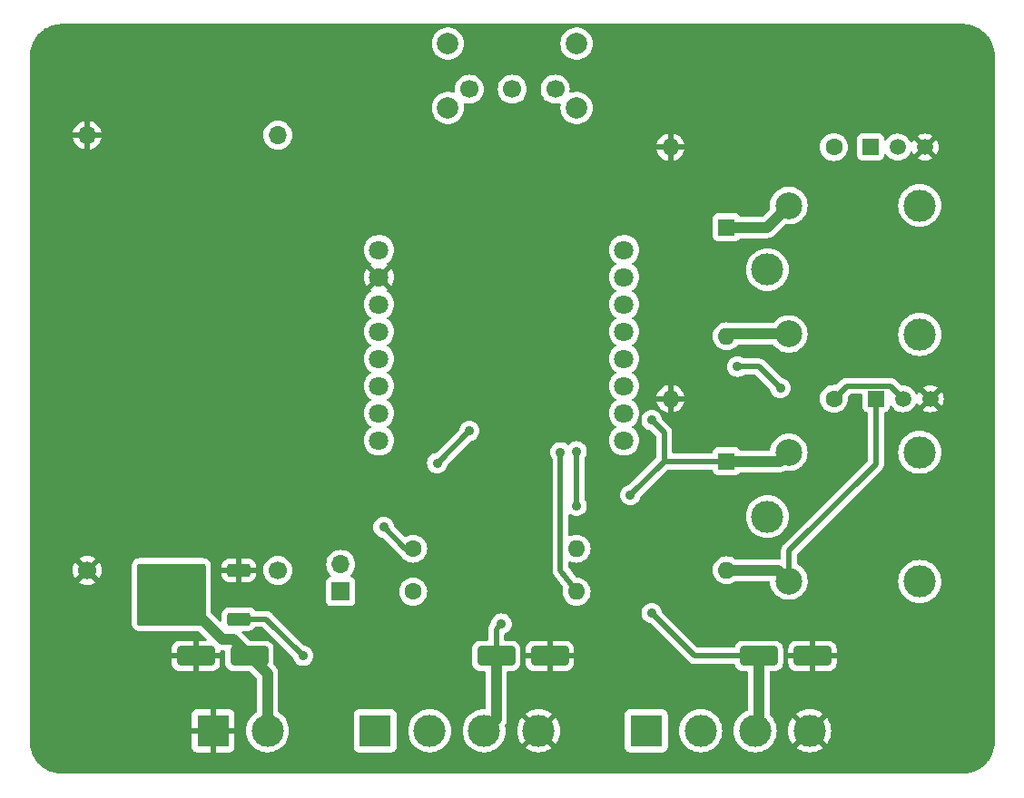
<source format=gbr>
%TF.GenerationSoftware,KiCad,Pcbnew,7.0.11-7.0.11~ubuntu22.04.1*%
%TF.CreationDate,2024-06-03T23:15:10-04:00*%
%TF.ProjectId,GarageDoor,47617261-6765-4446-9f6f-722e6b696361,rev?*%
%TF.SameCoordinates,Original*%
%TF.FileFunction,Copper,L2,Bot*%
%TF.FilePolarity,Positive*%
%FSLAX46Y46*%
G04 Gerber Fmt 4.6, Leading zero omitted, Abs format (unit mm)*
G04 Created by KiCad (PCBNEW 7.0.11-7.0.11~ubuntu22.04.1) date 2024-06-03 23:15:10*
%MOMM*%
%LPD*%
G01*
G04 APERTURE LIST*
G04 Aperture macros list*
%AMRoundRect*
0 Rectangle with rounded corners*
0 $1 Rounding radius*
0 $2 $3 $4 $5 $6 $7 $8 $9 X,Y pos of 4 corners*
0 Add a 4 corners polygon primitive as box body*
4,1,4,$2,$3,$4,$5,$6,$7,$8,$9,$2,$3,0*
0 Add four circle primitives for the rounded corners*
1,1,$1+$1,$2,$3*
1,1,$1+$1,$4,$5*
1,1,$1+$1,$6,$7*
1,1,$1+$1,$8,$9*
0 Add four rect primitives between the rounded corners*
20,1,$1+$1,$2,$3,$4,$5,0*
20,1,$1+$1,$4,$5,$6,$7,0*
20,1,$1+$1,$6,$7,$8,$9,0*
20,1,$1+$1,$8,$9,$2,$3,0*%
G04 Aperture macros list end*
%TA.AperFunction,ComponentPad*%
%ADD10R,1.500000X1.500000*%
%TD*%
%TA.AperFunction,ComponentPad*%
%ADD11C,1.500000*%
%TD*%
%TA.AperFunction,ComponentPad*%
%ADD12R,1.600000X1.600000*%
%TD*%
%TA.AperFunction,ComponentPad*%
%ADD13O,1.600000X1.600000*%
%TD*%
%TA.AperFunction,ComponentPad*%
%ADD14C,1.600000*%
%TD*%
%TA.AperFunction,ComponentPad*%
%ADD15R,3.000000X3.000000*%
%TD*%
%TA.AperFunction,ComponentPad*%
%ADD16C,3.000000*%
%TD*%
%TA.AperFunction,ComponentPad*%
%ADD17C,2.500000*%
%TD*%
%TA.AperFunction,ComponentPad*%
%ADD18O,1.700000X1.700000*%
%TD*%
%TA.AperFunction,ComponentPad*%
%ADD19C,1.700000*%
%TD*%
%TA.AperFunction,ComponentPad*%
%ADD20C,1.800000*%
%TD*%
%TA.AperFunction,ComponentPad*%
%ADD21R,1.700000X1.700000*%
%TD*%
%TA.AperFunction,ComponentPad*%
%ADD22C,2.000000*%
%TD*%
%TA.AperFunction,SMDPad,CuDef*%
%ADD23RoundRect,0.250000X-1.500000X-0.650000X1.500000X-0.650000X1.500000X0.650000X-1.500000X0.650000X0*%
%TD*%
%TA.AperFunction,SMDPad,CuDef*%
%ADD24RoundRect,0.250000X0.850000X0.350000X-0.850000X0.350000X-0.850000X-0.350000X0.850000X-0.350000X0*%
%TD*%
%TA.AperFunction,SMDPad,CuDef*%
%ADD25RoundRect,0.250000X1.275000X1.125000X-1.275000X1.125000X-1.275000X-1.125000X1.275000X-1.125000X0*%
%TD*%
%TA.AperFunction,SMDPad,CuDef*%
%ADD26RoundRect,0.249997X2.950003X2.650003X-2.950003X2.650003X-2.950003X-2.650003X2.950003X-2.650003X0*%
%TD*%
%TA.AperFunction,SMDPad,CuDef*%
%ADD27RoundRect,0.250000X1.500000X0.650000X-1.500000X0.650000X-1.500000X-0.650000X1.500000X-0.650000X0*%
%TD*%
%TA.AperFunction,ViaPad*%
%ADD28C,0.900000*%
%TD*%
%TA.AperFunction,Conductor*%
%ADD29C,0.500000*%
%TD*%
%TA.AperFunction,Conductor*%
%ADD30C,1.000000*%
%TD*%
G04 APERTURE END LIST*
D10*
%TO.P,Q1,1,D*%
%TO.N,Net-(D1-A)*%
X103920000Y-60000000D03*
D11*
%TO.P,Q1,2,G*%
%TO.N,Net-(Q1-G)*%
X106460000Y-60000000D03*
%TO.P,Q1,3,S*%
%TO.N,Earth*%
X109000000Y-60000000D03*
%TD*%
D12*
%TO.P,D1,1,K*%
%TO.N,+12V*%
X90000000Y-65840000D03*
D13*
%TO.P,D1,2,A*%
%TO.N,Net-(D1-A)*%
X90000000Y-76000000D03*
%TD*%
D14*
%TO.P,R2,1*%
%TO.N,+5V*%
X60760000Y-74000000D03*
D13*
%TO.P,R2,2*%
%TO.N,LEFT_SENSOR*%
X76000000Y-74000000D03*
%TD*%
D14*
%TO.P,R3,1*%
%TO.N,Net-(Q1-G)*%
X100000000Y-60000000D03*
D13*
%TO.P,R3,2*%
%TO.N,Earth*%
X84760000Y-60000000D03*
%TD*%
D15*
%TO.P,J1,1,Pin_1*%
%TO.N,Earth*%
X42090000Y-91000000D03*
D16*
%TO.P,J1,2,Pin_2*%
%TO.N,Net-(D3-A1)*%
X47170000Y-91000000D03*
%TD*%
%TO.P,K2,1*%
%TO.N,LBUT_COM*%
X93800000Y-47950000D03*
D17*
%TO.P,K2,2*%
%TO.N,Net-(D2-A)*%
X95800000Y-53950000D03*
D16*
%TO.P,K2,3*%
%TO.N,LBUT_NO*%
X108000000Y-54000000D03*
%TO.P,K2,4*%
%TO.N,unconnected-(K2-Pad4)*%
X108000000Y-41950000D03*
D17*
%TO.P,K2,5*%
%TO.N,+12V*%
X95800000Y-41950000D03*
%TD*%
D15*
%TO.P,J2,1,Pin_1*%
%TO.N,LBUT_NO*%
X57220000Y-91000000D03*
D16*
%TO.P,J2,2,Pin_2*%
%TO.N,LBUT_COM*%
X62300000Y-91000000D03*
%TO.P,J2,3,Pin_3*%
%TO.N,LEFT_SENSOR*%
X67380000Y-91000000D03*
%TO.P,J2,4,Pin_4*%
%TO.N,Earth*%
X72460000Y-91000000D03*
%TD*%
D12*
%TO.P,D2,1,K*%
%TO.N,+12V*%
X90000000Y-44000000D03*
D13*
%TO.P,D2,2,A*%
%TO.N,Net-(D2-A)*%
X90000000Y-54160000D03*
%TD*%
D16*
%TO.P,K1,1*%
%TO.N,RBUT_COM*%
X93800000Y-71000000D03*
D17*
%TO.P,K1,2*%
%TO.N,Net-(D1-A)*%
X95800000Y-77000000D03*
D16*
%TO.P,K1,3*%
%TO.N,RBUT_NO*%
X108000000Y-77050000D03*
%TO.P,K1,4*%
%TO.N,unconnected-(K1-Pad4)*%
X108000000Y-65000000D03*
D17*
%TO.P,K1,5*%
%TO.N,+12V*%
X95800000Y-65000000D03*
%TD*%
D14*
%TO.P,R1,1*%
%TO.N,+5V*%
X60760000Y-78000000D03*
D13*
%TO.P,R1,2*%
%TO.N,RIGHT_SENSOR*%
X76000000Y-78000000D03*
%TD*%
D15*
%TO.P,J3,1,Pin_1*%
%TO.N,RBUT_NO*%
X82500000Y-91000000D03*
D16*
%TO.P,J3,2,Pin_2*%
%TO.N,RBUT_COM*%
X87580000Y-91000000D03*
%TO.P,J3,3,Pin_3*%
%TO.N,RIGHT_SENSOR*%
X92660000Y-91000000D03*
%TO.P,J3,4,Pin_4*%
%TO.N,Earth*%
X97740000Y-91000000D03*
%TD*%
D18*
%TO.P,U1,1,IN+*%
%TO.N,Net-(S1-A)*%
X48140000Y-35380000D03*
%TO.P,U1,2,IN-*%
%TO.N,Earth*%
X30360000Y-35380000D03*
D19*
%TO.P,U1,3,OUT-*%
X30360000Y-76020000D03*
%TO.P,U1,4,OUT+*%
%TO.N,Net-(JP1-A)*%
X48140000Y-76020000D03*
%TD*%
D20*
%TO.P,U2,16,Tx*%
%TO.N,unconnected-(U2-Tx-Pad16)*%
X57570000Y-63890000D03*
%TO.P,U2,15,Rx*%
%TO.N,unconnected-(U2-Rx-Pad15)*%
X57570000Y-61350000D03*
%TO.P,U2,14,5/SCL*%
%TO.N,Net-(Q1-G)*%
X57570000Y-58810000D03*
%TO.P,U2,13,4/SDA*%
%TO.N,Net-(Q2-G)*%
X57570000Y-56270000D03*
%TO.P,U2,12,0*%
%TO.N,unconnected-(U2-0-Pad12)*%
X57570000Y-53730000D03*
%TO.P,U2,11,2(LED)*%
%TO.N,unconnected-(U2-2(LED)-Pad11)*%
X57570000Y-51190000D03*
%TO.P,U2,10,GND*%
%TO.N,Earth*%
X57570000Y-48650000D03*
%TO.P,U2,9,5V*%
%TO.N,+5V*%
X57570000Y-46110000D03*
%TO.P,U2,8,3.3V*%
%TO.N,unconnected-(U2-3.3V-Pad8)*%
X80430000Y-46110000D03*
%TO.P,U2,7,15*%
%TO.N,unconnected-(U2-15-Pad7)*%
X80430000Y-48650000D03*
%TO.P,U2,6,13/MOSI*%
%TO.N,unconnected-(U2-13{slash}MOSI-Pad6)*%
X80430000Y-51190000D03*
%TO.P,U2,5,12/MISO*%
%TO.N,RIGHT_SENSOR*%
X80430000Y-53730000D03*
%TO.P,U2,4,14/SCK*%
%TO.N,LEFT_SENSOR*%
X80430000Y-56270000D03*
%TO.P,U2,3,16*%
%TO.N,unconnected-(U2-16-Pad3)*%
X80430000Y-58810000D03*
%TO.P,U2,2,A0*%
%TO.N,unconnected-(U2-A0-Pad2)*%
X80430000Y-61350000D03*
%TO.P,U2,1,Rst*%
%TO.N,unconnected-(U2-Rst-Pad1)*%
X80430000Y-63890000D03*
%TD*%
D10*
%TO.P,Q2,1,D*%
%TO.N,Net-(D2-A)*%
X103420000Y-36500000D03*
D11*
%TO.P,Q2,2,G*%
%TO.N,Net-(Q2-G)*%
X105960000Y-36500000D03*
%TO.P,Q2,3,S*%
%TO.N,Earth*%
X108500000Y-36500000D03*
%TD*%
D21*
%TO.P,JP1,1,A*%
%TO.N,Net-(JP1-A)*%
X54000000Y-78000000D03*
D18*
%TO.P,JP1,2,B*%
%TO.N,+5V*%
X54000000Y-75460000D03*
%TD*%
D14*
%TO.P,R4,1*%
%TO.N,Net-(Q2-G)*%
X100000000Y-36500000D03*
D13*
%TO.P,R4,2*%
%TO.N,Earth*%
X84760000Y-36500000D03*
%TD*%
D22*
%TO.P,S1,*%
%TO.N,*%
X76000000Y-32840000D03*
X76000000Y-26840000D03*
X64000000Y-32840000D03*
X64000000Y-26840000D03*
D19*
%TO.P,S1,1,C*%
%TO.N,unconnected-(S1-C-Pad1)*%
X74000000Y-31090000D03*
%TO.P,S1,2,B*%
%TO.N,+12V*%
X70000000Y-31090000D03*
%TO.P,S1,3,A*%
%TO.N,Net-(S1-A)*%
X66000000Y-31090000D03*
%TD*%
D23*
%TO.P,D5,1,A1*%
%TO.N,RIGHT_SENSOR*%
X93000000Y-84000000D03*
%TO.P,D5,2,A2*%
%TO.N,Earth*%
X98000000Y-84000000D03*
%TD*%
%TO.P,D4,1,A1*%
%TO.N,LEFT_SENSOR*%
X68500000Y-84000000D03*
%TO.P,D4,2,A2*%
%TO.N,Earth*%
X73500000Y-84000000D03*
%TD*%
D24*
%TO.P,Q3,1,G*%
%TO.N,Earth*%
X44500000Y-76000000D03*
D25*
%TO.P,Q3,2,D*%
%TO.N,Net-(D3-A1)*%
X39875000Y-79805000D03*
X39875000Y-76755000D03*
D26*
X38200000Y-78280000D03*
D25*
X36525000Y-79805000D03*
X36525000Y-76755000D03*
D24*
%TO.P,Q3,3,S*%
%TO.N,+12V*%
X44500000Y-80560000D03*
%TD*%
D27*
%TO.P,D3,1,A1*%
%TO.N,Net-(D3-A1)*%
X45500000Y-84000000D03*
%TO.P,D3,2,A2*%
%TO.N,Earth*%
X40500000Y-84000000D03*
%TD*%
D28*
%TO.N,+12V*%
X50500000Y-84000000D03*
X63000000Y-66000000D03*
X83000000Y-62000000D03*
X81000000Y-69000000D03*
X66000000Y-63000000D03*
%TO.N,LEFT_SENSOR*%
X69000000Y-81000000D03*
X76000000Y-64900000D03*
X76000000Y-70000000D03*
%TO.N,RIGHT_SENSOR*%
X74500000Y-65000000D03*
X83000000Y-80000000D03*
%TO.N,+5V*%
X58000000Y-72000000D03*
%TO.N,Net-(Q1-G)*%
X91000000Y-57000000D03*
X95000000Y-59000000D03*
%TD*%
D29*
%TO.N,+12V*%
X81000000Y-69000000D02*
X84160000Y-65840000D01*
X84160000Y-63160000D02*
X83000000Y-62000000D01*
D30*
X93750000Y-44000000D02*
X95800000Y-41950000D01*
D29*
X84160000Y-65840000D02*
X90000000Y-65840000D01*
X63000000Y-66000000D02*
X66000000Y-63000000D01*
X44500000Y-80560000D02*
X47060000Y-80560000D01*
D30*
X90000000Y-44000000D02*
X93750000Y-44000000D01*
X90000000Y-65840000D02*
X94960000Y-65840000D01*
X94960000Y-65840000D02*
X95800000Y-65000000D01*
D29*
X47060000Y-80560000D02*
X50500000Y-84000000D01*
X84160000Y-65840000D02*
X84160000Y-63160000D01*
%TO.N,Net-(D1-A)*%
X103920000Y-66080000D02*
X103920000Y-60000000D01*
X95800000Y-74200000D02*
X103920000Y-66080000D01*
D30*
X90000000Y-76000000D02*
X94800000Y-76000000D01*
X94800000Y-76000000D02*
X95800000Y-77000000D01*
D29*
X95800000Y-77000000D02*
X95800000Y-74200000D01*
D30*
%TO.N,Net-(D2-A)*%
X95800000Y-53950000D02*
X90210000Y-53950000D01*
X90210000Y-53950000D02*
X90000000Y-54160000D01*
%TO.N,LEFT_SENSOR*%
X68500000Y-89880000D02*
X67380000Y-91000000D01*
D29*
X68500000Y-81500000D02*
X69000000Y-81000000D01*
X68500000Y-84000000D02*
X68500000Y-81500000D01*
X76000000Y-70000000D02*
X76000000Y-64900000D01*
D30*
X68500000Y-84000000D02*
X68500000Y-89880000D01*
D29*
%TO.N,RIGHT_SENSOR*%
X87000000Y-84000000D02*
X93000000Y-84000000D01*
X74500000Y-65000000D02*
X74500000Y-76000000D01*
D30*
X93000000Y-90660000D02*
X92660000Y-91000000D01*
D29*
X83000000Y-80000000D02*
X87000000Y-84000000D01*
X74500000Y-76000000D02*
X76000000Y-78000000D01*
D30*
X93000000Y-84000000D02*
X93000000Y-90660000D01*
D29*
%TO.N,+5V*%
X60000000Y-74000000D02*
X58000000Y-72000000D01*
X60760000Y-74000000D02*
X60000000Y-74000000D01*
%TO.N,Net-(Q1-G)*%
X105260000Y-58800000D02*
X101200000Y-58800000D01*
X101200000Y-58800000D02*
X100000000Y-60000000D01*
X91000000Y-57000000D02*
X93000000Y-57000000D01*
X106460000Y-60000000D02*
X105260000Y-58800000D01*
X93000000Y-57000000D02*
X95000000Y-59000000D01*
D30*
%TO.N,Net-(D3-A1)*%
X43000000Y-82500000D02*
X40305000Y-79805000D01*
X47170000Y-91000000D02*
X47170000Y-85670000D01*
X47170000Y-85670000D02*
X45500000Y-84000000D01*
X45500000Y-84000000D02*
X44000000Y-82500000D01*
X44000000Y-82500000D02*
X43000000Y-82500000D01*
X40305000Y-79805000D02*
X39875000Y-79805000D01*
%TD*%
%TA.AperFunction,Conductor*%
%TO.N,Earth*%
G36*
X112003243Y-25000669D02*
G01*
X112133379Y-25007490D01*
X112313908Y-25017628D01*
X112326309Y-25018955D01*
X112474990Y-25042504D01*
X112476245Y-25042709D01*
X112635324Y-25069738D01*
X112646606Y-25072202D01*
X112795635Y-25112134D01*
X112797761Y-25112725D01*
X112949174Y-25156347D01*
X112959260Y-25159729D01*
X113104710Y-25215562D01*
X113107599Y-25216714D01*
X113251768Y-25276430D01*
X113260594Y-25280500D01*
X113400064Y-25351565D01*
X113403748Y-25353521D01*
X113493848Y-25403316D01*
X113539548Y-25428574D01*
X113547061Y-25433081D01*
X113678754Y-25518604D01*
X113682947Y-25521452D01*
X113809147Y-25610996D01*
X113815428Y-25615759D01*
X113937567Y-25714665D01*
X113942158Y-25718571D01*
X114057424Y-25821579D01*
X114062478Y-25826358D01*
X114173640Y-25937520D01*
X114178419Y-25942574D01*
X114281427Y-26057840D01*
X114285333Y-26062431D01*
X114384239Y-26184570D01*
X114389002Y-26190851D01*
X114478546Y-26317051D01*
X114481409Y-26321266D01*
X114566907Y-26452921D01*
X114571430Y-26460460D01*
X114646477Y-26596250D01*
X114648433Y-26599934D01*
X114719498Y-26739404D01*
X114723575Y-26748247D01*
X114783259Y-26892337D01*
X114784462Y-26895353D01*
X114840265Y-27040727D01*
X114843655Y-27050836D01*
X114887258Y-27202185D01*
X114887879Y-27204419D01*
X114927791Y-27353370D01*
X114930264Y-27364694D01*
X114957282Y-27523715D01*
X114957507Y-27525087D01*
X114981040Y-27673666D01*
X114982372Y-27686111D01*
X114992498Y-27866421D01*
X114992523Y-27866884D01*
X114999330Y-27996756D01*
X114999500Y-28003246D01*
X114999500Y-91996753D01*
X114999330Y-92003243D01*
X114992523Y-92133114D01*
X114992498Y-92133577D01*
X114982372Y-92313887D01*
X114981040Y-92326332D01*
X114957507Y-92474911D01*
X114957282Y-92476283D01*
X114930264Y-92635304D01*
X114927791Y-92646628D01*
X114887879Y-92795579D01*
X114887258Y-92797813D01*
X114843655Y-92949162D01*
X114840265Y-92959271D01*
X114784462Y-93104645D01*
X114783259Y-93107661D01*
X114723575Y-93251751D01*
X114719498Y-93260594D01*
X114648433Y-93400064D01*
X114646477Y-93403748D01*
X114571430Y-93539538D01*
X114566897Y-93547094D01*
X114481412Y-93678728D01*
X114478546Y-93682947D01*
X114389002Y-93809147D01*
X114384239Y-93815428D01*
X114285333Y-93937567D01*
X114281427Y-93942158D01*
X114178419Y-94057424D01*
X114173640Y-94062478D01*
X114062478Y-94173640D01*
X114057424Y-94178419D01*
X113942158Y-94281427D01*
X113937567Y-94285333D01*
X113815428Y-94384239D01*
X113809147Y-94389002D01*
X113682947Y-94478546D01*
X113678728Y-94481412D01*
X113547094Y-94566897D01*
X113539538Y-94571430D01*
X113403748Y-94646477D01*
X113400064Y-94648433D01*
X113260594Y-94719498D01*
X113251751Y-94723575D01*
X113107661Y-94783259D01*
X113104645Y-94784462D01*
X112959271Y-94840265D01*
X112949162Y-94843655D01*
X112797813Y-94887258D01*
X112795579Y-94887879D01*
X112646628Y-94927791D01*
X112635304Y-94930264D01*
X112476283Y-94957282D01*
X112474911Y-94957507D01*
X112326332Y-94981040D01*
X112313887Y-94982372D01*
X112133577Y-94992498D01*
X112133114Y-94992523D01*
X112003243Y-94999330D01*
X111996753Y-94999500D01*
X28003247Y-94999500D01*
X27996757Y-94999330D01*
X27866884Y-94992523D01*
X27866421Y-94992498D01*
X27686111Y-94982372D01*
X27673666Y-94981040D01*
X27525087Y-94957507D01*
X27523715Y-94957282D01*
X27364694Y-94930264D01*
X27353370Y-94927791D01*
X27204419Y-94887879D01*
X27202185Y-94887258D01*
X27050836Y-94843655D01*
X27040727Y-94840265D01*
X26895353Y-94784462D01*
X26892337Y-94783259D01*
X26748247Y-94723575D01*
X26739404Y-94719498D01*
X26599934Y-94648433D01*
X26596250Y-94646477D01*
X26460460Y-94571430D01*
X26452921Y-94566907D01*
X26321266Y-94481409D01*
X26317051Y-94478546D01*
X26190851Y-94389002D01*
X26184570Y-94384239D01*
X26062431Y-94285333D01*
X26057840Y-94281427D01*
X25942574Y-94178419D01*
X25937520Y-94173640D01*
X25826358Y-94062478D01*
X25821579Y-94057424D01*
X25718571Y-93942158D01*
X25714665Y-93937567D01*
X25615759Y-93815428D01*
X25610996Y-93809147D01*
X25521452Y-93682947D01*
X25518604Y-93678754D01*
X25433081Y-93547061D01*
X25428568Y-93539538D01*
X25353521Y-93403748D01*
X25351565Y-93400064D01*
X25280500Y-93260594D01*
X25276430Y-93251768D01*
X25216714Y-93107599D01*
X25215562Y-93104710D01*
X25159729Y-92959260D01*
X25156347Y-92949174D01*
X25112725Y-92797761D01*
X25112134Y-92795635D01*
X25072202Y-92646606D01*
X25069738Y-92635324D01*
X25054874Y-92547844D01*
X40090000Y-92547844D01*
X40096401Y-92607372D01*
X40096403Y-92607379D01*
X40146645Y-92742086D01*
X40146649Y-92742093D01*
X40232809Y-92857187D01*
X40232812Y-92857190D01*
X40347906Y-92943350D01*
X40347913Y-92943354D01*
X40482620Y-92993596D01*
X40482627Y-92993598D01*
X40542155Y-92999999D01*
X40542172Y-93000000D01*
X41840000Y-93000000D01*
X41840000Y-91721802D01*
X42001169Y-91760000D01*
X42134267Y-91760000D01*
X42266461Y-91744549D01*
X42340000Y-91717782D01*
X42340000Y-93000000D01*
X43637828Y-93000000D01*
X43637844Y-92999999D01*
X43697372Y-92993598D01*
X43697379Y-92993596D01*
X43832086Y-92943354D01*
X43832093Y-92943350D01*
X43947187Y-92857190D01*
X43947190Y-92857187D01*
X44033350Y-92742093D01*
X44033354Y-92742086D01*
X44083596Y-92607379D01*
X44083598Y-92607372D01*
X44089999Y-92547844D01*
X44090000Y-92547827D01*
X44090000Y-91250000D01*
X42808483Y-91250000D01*
X42843549Y-91132871D01*
X42853879Y-90955509D01*
X42823029Y-90780546D01*
X42809853Y-90750000D01*
X44090000Y-90750000D01*
X44090000Y-89452172D01*
X44089999Y-89452155D01*
X44083598Y-89392627D01*
X44083596Y-89392620D01*
X44033354Y-89257913D01*
X44033350Y-89257906D01*
X43947190Y-89142812D01*
X43947187Y-89142809D01*
X43832093Y-89056649D01*
X43832086Y-89056645D01*
X43697379Y-89006403D01*
X43697372Y-89006401D01*
X43637844Y-89000000D01*
X42340000Y-89000000D01*
X42340000Y-90278197D01*
X42178831Y-90240000D01*
X42045733Y-90240000D01*
X41913539Y-90255451D01*
X41840000Y-90282217D01*
X41840000Y-89000000D01*
X40542155Y-89000000D01*
X40482627Y-89006401D01*
X40482620Y-89006403D01*
X40347913Y-89056645D01*
X40347906Y-89056649D01*
X40232812Y-89142809D01*
X40232809Y-89142812D01*
X40146649Y-89257906D01*
X40146645Y-89257913D01*
X40096403Y-89392620D01*
X40096401Y-89392627D01*
X40090000Y-89452155D01*
X40090000Y-90750000D01*
X41371517Y-90750000D01*
X41336451Y-90867129D01*
X41326121Y-91044491D01*
X41356971Y-91219454D01*
X41370147Y-91250000D01*
X40090000Y-91250000D01*
X40090000Y-92547844D01*
X25054874Y-92547844D01*
X25042709Y-92476245D01*
X25042491Y-92474911D01*
X25018955Y-92326309D01*
X25017628Y-92313908D01*
X25007485Y-92133285D01*
X25007476Y-92133114D01*
X25000670Y-92003243D01*
X25000500Y-91996754D01*
X25000500Y-84250000D01*
X38250001Y-84250000D01*
X38250001Y-84699986D01*
X38260494Y-84802697D01*
X38315641Y-84969119D01*
X38315643Y-84969124D01*
X38407684Y-85118345D01*
X38531654Y-85242315D01*
X38680875Y-85334356D01*
X38680880Y-85334358D01*
X38847302Y-85389505D01*
X38847309Y-85389506D01*
X38950019Y-85399999D01*
X40249999Y-85399999D01*
X40250000Y-85399998D01*
X40250000Y-84250000D01*
X40750000Y-84250000D01*
X40750000Y-85399999D01*
X42049972Y-85399999D01*
X42049986Y-85399998D01*
X42152697Y-85389505D01*
X42319119Y-85334358D01*
X42319124Y-85334356D01*
X42468345Y-85242315D01*
X42592315Y-85118345D01*
X42684356Y-84969124D01*
X42684358Y-84969119D01*
X42739505Y-84802697D01*
X42739506Y-84802690D01*
X42749999Y-84699986D01*
X42750000Y-84699973D01*
X42750000Y-84250000D01*
X40750000Y-84250000D01*
X40250000Y-84250000D01*
X38250001Y-84250000D01*
X25000500Y-84250000D01*
X25000500Y-83750000D01*
X38250000Y-83750000D01*
X40250000Y-83750000D01*
X40250000Y-82600000D01*
X38950028Y-82600000D01*
X38950012Y-82600001D01*
X38847302Y-82610494D01*
X38680880Y-82665641D01*
X38680875Y-82665643D01*
X38531654Y-82757684D01*
X38407684Y-82881654D01*
X38315643Y-83030875D01*
X38315641Y-83030880D01*
X38260494Y-83197302D01*
X38260493Y-83197309D01*
X38250000Y-83300013D01*
X38250000Y-83750000D01*
X25000500Y-83750000D01*
X25000500Y-80980019D01*
X34499500Y-80980019D01*
X34510001Y-81082801D01*
X34565184Y-81249333D01*
X34565189Y-81249344D01*
X34657285Y-81398653D01*
X34657288Y-81398657D01*
X34781342Y-81522711D01*
X34781346Y-81522714D01*
X34930655Y-81614810D01*
X34930658Y-81614811D01*
X34930664Y-81614815D01*
X35097200Y-81669999D01*
X35199988Y-81680500D01*
X35199991Y-81680500D01*
X38549991Y-81680500D01*
X40714217Y-81680500D01*
X40781256Y-81700185D01*
X40801898Y-81716819D01*
X41473398Y-82388319D01*
X41506883Y-82449642D01*
X41501899Y-82519334D01*
X41460027Y-82575267D01*
X41394563Y-82599684D01*
X41385717Y-82600000D01*
X40750000Y-82600000D01*
X40750000Y-83750000D01*
X42749999Y-83750000D01*
X42749999Y-83622106D01*
X42769684Y-83555067D01*
X42822488Y-83509312D01*
X42891646Y-83499368D01*
X42897960Y-83500470D01*
X42898255Y-83500500D01*
X42898259Y-83500500D01*
X42957242Y-83500500D01*
X42966656Y-83500857D01*
X42975010Y-83501494D01*
X43025476Y-83505337D01*
X43025476Y-83505336D01*
X43025477Y-83505337D01*
X43055652Y-83501493D01*
X43071319Y-83500500D01*
X43125500Y-83500500D01*
X43192539Y-83520185D01*
X43238294Y-83572989D01*
X43249500Y-83624500D01*
X43249500Y-84700001D01*
X43249501Y-84700018D01*
X43260000Y-84802796D01*
X43260001Y-84802799D01*
X43315185Y-84969331D01*
X43315187Y-84969336D01*
X43327589Y-84989443D01*
X43407288Y-85118656D01*
X43531344Y-85242712D01*
X43680666Y-85334814D01*
X43847203Y-85389999D01*
X43949991Y-85400500D01*
X45434216Y-85400499D01*
X45501255Y-85420184D01*
X45521897Y-85436818D01*
X46133181Y-86048102D01*
X46166666Y-86109425D01*
X46169500Y-86135783D01*
X46169500Y-89193434D01*
X46149815Y-89260473D01*
X46104929Y-89302265D01*
X46085690Y-89312770D01*
X46085682Y-89312775D01*
X45856612Y-89484254D01*
X45856594Y-89484270D01*
X45654270Y-89686594D01*
X45654254Y-89686612D01*
X45482775Y-89915682D01*
X45482770Y-89915690D01*
X45345635Y-90166833D01*
X45245628Y-90434962D01*
X45184804Y-90714566D01*
X45164390Y-90999998D01*
X45164390Y-91000001D01*
X45184804Y-91285433D01*
X45245628Y-91565037D01*
X45245630Y-91565043D01*
X45245631Y-91565046D01*
X45318345Y-91760000D01*
X45345635Y-91833166D01*
X45482770Y-92084309D01*
X45482775Y-92084317D01*
X45654254Y-92313387D01*
X45654270Y-92313405D01*
X45856594Y-92515729D01*
X45856612Y-92515745D01*
X46085682Y-92687224D01*
X46085690Y-92687229D01*
X46336833Y-92824364D01*
X46336832Y-92824364D01*
X46336836Y-92824365D01*
X46336839Y-92824367D01*
X46604954Y-92924369D01*
X46604960Y-92924370D01*
X46604962Y-92924371D01*
X46884566Y-92985195D01*
X46884568Y-92985195D01*
X46884572Y-92985196D01*
X47138220Y-93003337D01*
X47169999Y-93005610D01*
X47170000Y-93005610D01*
X47170001Y-93005610D01*
X47198595Y-93003564D01*
X47455428Y-92985196D01*
X47645742Y-92943796D01*
X47735037Y-92924371D01*
X47735037Y-92924370D01*
X47735046Y-92924369D01*
X48003161Y-92824367D01*
X48254315Y-92687226D01*
X48440473Y-92547870D01*
X55219500Y-92547870D01*
X55219501Y-92547876D01*
X55225908Y-92607483D01*
X55276202Y-92742328D01*
X55276206Y-92742335D01*
X55362452Y-92857544D01*
X55362455Y-92857547D01*
X55477664Y-92943793D01*
X55477671Y-92943797D01*
X55612517Y-92994091D01*
X55612516Y-92994091D01*
X55619444Y-92994835D01*
X55672127Y-93000500D01*
X58767872Y-93000499D01*
X58827483Y-92994091D01*
X58962331Y-92943796D01*
X59077546Y-92857546D01*
X59163796Y-92742331D01*
X59214091Y-92607483D01*
X59220500Y-92547873D01*
X59220500Y-91000001D01*
X60294390Y-91000001D01*
X60314804Y-91285433D01*
X60375628Y-91565037D01*
X60375630Y-91565043D01*
X60375631Y-91565046D01*
X60448345Y-91760000D01*
X60475635Y-91833166D01*
X60612770Y-92084309D01*
X60612775Y-92084317D01*
X60784254Y-92313387D01*
X60784270Y-92313405D01*
X60986594Y-92515729D01*
X60986612Y-92515745D01*
X61215682Y-92687224D01*
X61215690Y-92687229D01*
X61466833Y-92824364D01*
X61466832Y-92824364D01*
X61466836Y-92824365D01*
X61466839Y-92824367D01*
X61734954Y-92924369D01*
X61734960Y-92924370D01*
X61734962Y-92924371D01*
X62014566Y-92985195D01*
X62014568Y-92985195D01*
X62014572Y-92985196D01*
X62268220Y-93003337D01*
X62299999Y-93005610D01*
X62300000Y-93005610D01*
X62300001Y-93005610D01*
X62328595Y-93003564D01*
X62585428Y-92985196D01*
X62775742Y-92943796D01*
X62865037Y-92924371D01*
X62865037Y-92924370D01*
X62865046Y-92924369D01*
X63133161Y-92824367D01*
X63384315Y-92687226D01*
X63613395Y-92515739D01*
X63815739Y-92313395D01*
X63987226Y-92084315D01*
X64124367Y-91833161D01*
X64224369Y-91565046D01*
X64285196Y-91285428D01*
X64305610Y-91000001D01*
X65374390Y-91000001D01*
X65394804Y-91285433D01*
X65455628Y-91565037D01*
X65455630Y-91565043D01*
X65455631Y-91565046D01*
X65528345Y-91760000D01*
X65555635Y-91833166D01*
X65692770Y-92084309D01*
X65692775Y-92084317D01*
X65864254Y-92313387D01*
X65864270Y-92313405D01*
X66066594Y-92515729D01*
X66066612Y-92515745D01*
X66295682Y-92687224D01*
X66295690Y-92687229D01*
X66546833Y-92824364D01*
X66546832Y-92824364D01*
X66546836Y-92824365D01*
X66546839Y-92824367D01*
X66814954Y-92924369D01*
X66814960Y-92924370D01*
X66814962Y-92924371D01*
X67094566Y-92985195D01*
X67094568Y-92985195D01*
X67094572Y-92985196D01*
X67348220Y-93003337D01*
X67379999Y-93005610D01*
X67380000Y-93005610D01*
X67380001Y-93005610D01*
X67408595Y-93003564D01*
X67665428Y-92985196D01*
X67855742Y-92943796D01*
X67945037Y-92924371D01*
X67945037Y-92924370D01*
X67945046Y-92924369D01*
X68213161Y-92824367D01*
X68464315Y-92687226D01*
X68693395Y-92515739D01*
X68895739Y-92313395D01*
X69067226Y-92084315D01*
X69204367Y-91833161D01*
X69304369Y-91565046D01*
X69365196Y-91285428D01*
X69385610Y-91000001D01*
X70454891Y-91000001D01*
X70475300Y-91285362D01*
X70536109Y-91564895D01*
X70636091Y-91832958D01*
X70773191Y-92084038D01*
X70773196Y-92084046D01*
X70879882Y-92226561D01*
X70879883Y-92226562D01*
X71775195Y-91331250D01*
X71797340Y-91382587D01*
X71903433Y-91525094D01*
X72039530Y-91639294D01*
X72129216Y-91684335D01*
X71233436Y-92580115D01*
X71375960Y-92686807D01*
X71375961Y-92686808D01*
X71627042Y-92823908D01*
X71627041Y-92823908D01*
X71895104Y-92923890D01*
X72174637Y-92984699D01*
X72459999Y-93005109D01*
X72460001Y-93005109D01*
X72745362Y-92984699D01*
X73024895Y-92923890D01*
X73292958Y-92823908D01*
X73544047Y-92686803D01*
X73686561Y-92580116D01*
X73686562Y-92580115D01*
X73654317Y-92547870D01*
X80499500Y-92547870D01*
X80499501Y-92547876D01*
X80505908Y-92607483D01*
X80556202Y-92742328D01*
X80556206Y-92742335D01*
X80642452Y-92857544D01*
X80642455Y-92857547D01*
X80757664Y-92943793D01*
X80757671Y-92943797D01*
X80892517Y-92994091D01*
X80892516Y-92994091D01*
X80899444Y-92994835D01*
X80952127Y-93000500D01*
X84047872Y-93000499D01*
X84107483Y-92994091D01*
X84242331Y-92943796D01*
X84357546Y-92857546D01*
X84443796Y-92742331D01*
X84494091Y-92607483D01*
X84500500Y-92547873D01*
X84500500Y-91000001D01*
X85574390Y-91000001D01*
X85594804Y-91285433D01*
X85655628Y-91565037D01*
X85655630Y-91565043D01*
X85655631Y-91565046D01*
X85728345Y-91760000D01*
X85755635Y-91833166D01*
X85892770Y-92084309D01*
X85892775Y-92084317D01*
X86064254Y-92313387D01*
X86064270Y-92313405D01*
X86266594Y-92515729D01*
X86266612Y-92515745D01*
X86495682Y-92687224D01*
X86495690Y-92687229D01*
X86746833Y-92824364D01*
X86746832Y-92824364D01*
X86746836Y-92824365D01*
X86746839Y-92824367D01*
X87014954Y-92924369D01*
X87014960Y-92924370D01*
X87014962Y-92924371D01*
X87294566Y-92985195D01*
X87294568Y-92985195D01*
X87294572Y-92985196D01*
X87548220Y-93003337D01*
X87579999Y-93005610D01*
X87580000Y-93005610D01*
X87580001Y-93005610D01*
X87608595Y-93003564D01*
X87865428Y-92985196D01*
X88055742Y-92943796D01*
X88145037Y-92924371D01*
X88145037Y-92924370D01*
X88145046Y-92924369D01*
X88413161Y-92824367D01*
X88664315Y-92687226D01*
X88893395Y-92515739D01*
X89095739Y-92313395D01*
X89267226Y-92084315D01*
X89404367Y-91833161D01*
X89504369Y-91565046D01*
X89565196Y-91285428D01*
X89585610Y-91000000D01*
X89565196Y-90714572D01*
X89561358Y-90696930D01*
X89504371Y-90434962D01*
X89504370Y-90434960D01*
X89504369Y-90434954D01*
X89404367Y-90166839D01*
X89380581Y-90123279D01*
X89267229Y-89915690D01*
X89267224Y-89915682D01*
X89095745Y-89686612D01*
X89095729Y-89686594D01*
X88893405Y-89484270D01*
X88893387Y-89484254D01*
X88664317Y-89312775D01*
X88664309Y-89312770D01*
X88413166Y-89175635D01*
X88413167Y-89175635D01*
X88189407Y-89092177D01*
X88145046Y-89075631D01*
X88145043Y-89075630D01*
X88145037Y-89075628D01*
X87865433Y-89014804D01*
X87580001Y-88994390D01*
X87579999Y-88994390D01*
X87294566Y-89014804D01*
X87014962Y-89075628D01*
X86746833Y-89175635D01*
X86495690Y-89312770D01*
X86495682Y-89312775D01*
X86266612Y-89484254D01*
X86266594Y-89484270D01*
X86064270Y-89686594D01*
X86064254Y-89686612D01*
X85892775Y-89915682D01*
X85892770Y-89915690D01*
X85755635Y-90166833D01*
X85655628Y-90434962D01*
X85594804Y-90714566D01*
X85574390Y-90999998D01*
X85574390Y-91000001D01*
X84500500Y-91000001D01*
X84500499Y-89452128D01*
X84494091Y-89392517D01*
X84464506Y-89313196D01*
X84443797Y-89257671D01*
X84443793Y-89257664D01*
X84357547Y-89142455D01*
X84357544Y-89142452D01*
X84242335Y-89056206D01*
X84242328Y-89056202D01*
X84107482Y-89005908D01*
X84107483Y-89005908D01*
X84047883Y-88999501D01*
X84047881Y-88999500D01*
X84047873Y-88999500D01*
X84047864Y-88999500D01*
X80952129Y-88999500D01*
X80952123Y-88999501D01*
X80892516Y-89005908D01*
X80757671Y-89056202D01*
X80757664Y-89056206D01*
X80642455Y-89142452D01*
X80642452Y-89142455D01*
X80556206Y-89257664D01*
X80556202Y-89257671D01*
X80505908Y-89392517D01*
X80499501Y-89452116D01*
X80499501Y-89452123D01*
X80499500Y-89452135D01*
X80499500Y-92547870D01*
X73654317Y-92547870D01*
X72793748Y-91687300D01*
X72803409Y-91683784D01*
X72951844Y-91586157D01*
X73073764Y-91456930D01*
X73145768Y-91332215D01*
X74040115Y-92226562D01*
X74040116Y-92226561D01*
X74146803Y-92084047D01*
X74283908Y-91832958D01*
X74383890Y-91564895D01*
X74444699Y-91285362D01*
X74465109Y-91000001D01*
X74465109Y-90999998D01*
X74444699Y-90714637D01*
X74383890Y-90435104D01*
X74283908Y-90167041D01*
X74146808Y-89915961D01*
X74146807Y-89915960D01*
X74040115Y-89773436D01*
X73144803Y-90668747D01*
X73122660Y-90617413D01*
X73016567Y-90474906D01*
X72880470Y-90360706D01*
X72790782Y-90315663D01*
X73686562Y-89419883D01*
X73686561Y-89419882D01*
X73544046Y-89313196D01*
X73544038Y-89313191D01*
X73292957Y-89176091D01*
X73292958Y-89176091D01*
X73024895Y-89076109D01*
X72745362Y-89015300D01*
X72460001Y-88994891D01*
X72459999Y-88994891D01*
X72174637Y-89015300D01*
X71895104Y-89076109D01*
X71627041Y-89176091D01*
X71375961Y-89313191D01*
X71375953Y-89313196D01*
X71233437Y-89419882D01*
X71233436Y-89419883D01*
X72126252Y-90312699D01*
X72116591Y-90316216D01*
X71968156Y-90413843D01*
X71846236Y-90543070D01*
X71774231Y-90667784D01*
X70879883Y-89773436D01*
X70879882Y-89773437D01*
X70773196Y-89915953D01*
X70773191Y-89915961D01*
X70636091Y-90167041D01*
X70536109Y-90435104D01*
X70475300Y-90714637D01*
X70454891Y-90999998D01*
X70454891Y-91000001D01*
X69385610Y-91000001D01*
X69385610Y-91000000D01*
X69365196Y-90714572D01*
X69323979Y-90525102D01*
X69328963Y-90455411D01*
X69337198Y-90439198D01*
X69336786Y-90438983D01*
X69353782Y-90406444D01*
X69361919Y-90393013D01*
X69379292Y-90368053D01*
X69379295Y-90368049D01*
X69402563Y-90313825D01*
X69406582Y-90305361D01*
X69433909Y-90253049D01*
X69442275Y-90223808D01*
X69447544Y-90209009D01*
X69459538Y-90181062D01*
X69459540Y-90181058D01*
X69471421Y-90123238D01*
X69473650Y-90114155D01*
X69489886Y-90057418D01*
X69492196Y-90027080D01*
X69494376Y-90011540D01*
X69500500Y-89981743D01*
X69500500Y-89922754D01*
X69500858Y-89913339D01*
X69505337Y-89854524D01*
X69501493Y-89824339D01*
X69500500Y-89808675D01*
X69500500Y-85524499D01*
X69520185Y-85457460D01*
X69572989Y-85411705D01*
X69624500Y-85400499D01*
X70050002Y-85400499D01*
X70050008Y-85400499D01*
X70152797Y-85389999D01*
X70319334Y-85334814D01*
X70468656Y-85242712D01*
X70592712Y-85118656D01*
X70684814Y-84969334D01*
X70739999Y-84802797D01*
X70750500Y-84700009D01*
X70750500Y-84250000D01*
X71250001Y-84250000D01*
X71250001Y-84699986D01*
X71260494Y-84802697D01*
X71315641Y-84969119D01*
X71315643Y-84969124D01*
X71407684Y-85118345D01*
X71531654Y-85242315D01*
X71680875Y-85334356D01*
X71680880Y-85334358D01*
X71847302Y-85389505D01*
X71847309Y-85389506D01*
X71950019Y-85399999D01*
X73249999Y-85399999D01*
X73250000Y-85399998D01*
X73250000Y-84250000D01*
X73750000Y-84250000D01*
X73750000Y-85399999D01*
X75049972Y-85399999D01*
X75049986Y-85399998D01*
X75152697Y-85389505D01*
X75319119Y-85334358D01*
X75319124Y-85334356D01*
X75468345Y-85242315D01*
X75592315Y-85118345D01*
X75684356Y-84969124D01*
X75684358Y-84969119D01*
X75739505Y-84802697D01*
X75739506Y-84802690D01*
X75749999Y-84699986D01*
X75750000Y-84699973D01*
X75750000Y-84250000D01*
X73750000Y-84250000D01*
X73250000Y-84250000D01*
X71250001Y-84250000D01*
X70750500Y-84250000D01*
X70750499Y-83750000D01*
X71250000Y-83750000D01*
X73250000Y-83750000D01*
X73250000Y-82600000D01*
X73750000Y-82600000D01*
X73750000Y-83750000D01*
X75749999Y-83750000D01*
X75749999Y-83300028D01*
X75749998Y-83300013D01*
X75739505Y-83197302D01*
X75684358Y-83030880D01*
X75684356Y-83030875D01*
X75592315Y-82881654D01*
X75468345Y-82757684D01*
X75319124Y-82665643D01*
X75319119Y-82665641D01*
X75152697Y-82610494D01*
X75152690Y-82610493D01*
X75049986Y-82600000D01*
X73750000Y-82600000D01*
X73250000Y-82600000D01*
X71950028Y-82600000D01*
X71950012Y-82600001D01*
X71847302Y-82610494D01*
X71680880Y-82665641D01*
X71680875Y-82665643D01*
X71531654Y-82757684D01*
X71407684Y-82881654D01*
X71315643Y-83030875D01*
X71315641Y-83030880D01*
X71260494Y-83197302D01*
X71260493Y-83197309D01*
X71250000Y-83300013D01*
X71250000Y-83750000D01*
X70750499Y-83750000D01*
X70750499Y-83299992D01*
X70739999Y-83197203D01*
X70684814Y-83030666D01*
X70592712Y-82881344D01*
X70468656Y-82757288D01*
X70319334Y-82665186D01*
X70152797Y-82610001D01*
X70152795Y-82610000D01*
X70050016Y-82599500D01*
X70050009Y-82599500D01*
X69374500Y-82599500D01*
X69307461Y-82579815D01*
X69261706Y-82527011D01*
X69250500Y-82475500D01*
X69250500Y-82009245D01*
X69270185Y-81942206D01*
X69322989Y-81896451D01*
X69338500Y-81890586D01*
X69365501Y-81882396D01*
X69530625Y-81794136D01*
X69675357Y-81675357D01*
X69794136Y-81530625D01*
X69882396Y-81365501D01*
X69936747Y-81186331D01*
X69955099Y-81000000D01*
X69936747Y-80813669D01*
X69936746Y-80813667D01*
X69936746Y-80813666D01*
X69918118Y-80752257D01*
X69882396Y-80634499D01*
X69794136Y-80469375D01*
X69794135Y-80469373D01*
X69675357Y-80324642D01*
X69530626Y-80205864D01*
X69530623Y-80205862D01*
X69365502Y-80117604D01*
X69186333Y-80063253D01*
X69186331Y-80063252D01*
X69000000Y-80044901D01*
X68813668Y-80063252D01*
X68813666Y-80063253D01*
X68634497Y-80117604D01*
X68469376Y-80205862D01*
X68469373Y-80205864D01*
X68324642Y-80324642D01*
X68205864Y-80469373D01*
X68205862Y-80469376D01*
X68117604Y-80634497D01*
X68063253Y-80813666D01*
X68063253Y-80813667D01*
X68060859Y-80837969D01*
X68034696Y-80902756D01*
X68025137Y-80913493D01*
X68014358Y-80924272D01*
X68000729Y-80936051D01*
X67981469Y-80950390D01*
X67949632Y-80988331D01*
X67942346Y-80996284D01*
X67938407Y-81000224D01*
X67919176Y-81024545D01*
X67916902Y-81027337D01*
X67868694Y-81084790D01*
X67864729Y-81090819D01*
X67864682Y-81090788D01*
X67860630Y-81097147D01*
X67860679Y-81097177D01*
X67856889Y-81103321D01*
X67825192Y-81171294D01*
X67823623Y-81174536D01*
X67789957Y-81241572D01*
X67787488Y-81248357D01*
X67787432Y-81248336D01*
X67784960Y-81255450D01*
X67785015Y-81255469D01*
X67782743Y-81262325D01*
X67767573Y-81335788D01*
X67766793Y-81339304D01*
X67749499Y-81412279D01*
X67748661Y-81419454D01*
X67748601Y-81419447D01*
X67747835Y-81426945D01*
X67747895Y-81426951D01*
X67747265Y-81434140D01*
X67749448Y-81509128D01*
X67749500Y-81512735D01*
X67749500Y-82475500D01*
X67729815Y-82542539D01*
X67677011Y-82588294D01*
X67625500Y-82599500D01*
X66949998Y-82599500D01*
X66949980Y-82599501D01*
X66847203Y-82610000D01*
X66847200Y-82610001D01*
X66680668Y-82665185D01*
X66680663Y-82665187D01*
X66531342Y-82757289D01*
X66407289Y-82881342D01*
X66315187Y-83030663D01*
X66315185Y-83030668D01*
X66315115Y-83030880D01*
X66260001Y-83197203D01*
X66260001Y-83197204D01*
X66260000Y-83197204D01*
X66249500Y-83299983D01*
X66249500Y-84700001D01*
X66249501Y-84700018D01*
X66260000Y-84802796D01*
X66260001Y-84802799D01*
X66315185Y-84969331D01*
X66315187Y-84969336D01*
X66327589Y-84989443D01*
X66407288Y-85118656D01*
X66531344Y-85242712D01*
X66680666Y-85334814D01*
X66847203Y-85389999D01*
X66949991Y-85400500D01*
X67375500Y-85400499D01*
X67442539Y-85420183D01*
X67488294Y-85472987D01*
X67499500Y-85524499D01*
X67499500Y-88870395D01*
X67479815Y-88937434D01*
X67427011Y-88983189D01*
X67384346Y-88994079D01*
X67094566Y-89014804D01*
X66814962Y-89075628D01*
X66546833Y-89175635D01*
X66295690Y-89312770D01*
X66295682Y-89312775D01*
X66066612Y-89484254D01*
X66066594Y-89484270D01*
X65864270Y-89686594D01*
X65864254Y-89686612D01*
X65692775Y-89915682D01*
X65692770Y-89915690D01*
X65555635Y-90166833D01*
X65455628Y-90434962D01*
X65394804Y-90714566D01*
X65374390Y-90999998D01*
X65374390Y-91000001D01*
X64305610Y-91000001D01*
X64305610Y-91000000D01*
X64285196Y-90714572D01*
X64281358Y-90696930D01*
X64224371Y-90434962D01*
X64224370Y-90434960D01*
X64224369Y-90434954D01*
X64124367Y-90166839D01*
X64100581Y-90123279D01*
X63987229Y-89915690D01*
X63987224Y-89915682D01*
X63815745Y-89686612D01*
X63815729Y-89686594D01*
X63613405Y-89484270D01*
X63613387Y-89484254D01*
X63384317Y-89312775D01*
X63384309Y-89312770D01*
X63133166Y-89175635D01*
X63133167Y-89175635D01*
X62909407Y-89092177D01*
X62865046Y-89075631D01*
X62865043Y-89075630D01*
X62865037Y-89075628D01*
X62585433Y-89014804D01*
X62300001Y-88994390D01*
X62299999Y-88994390D01*
X62014566Y-89014804D01*
X61734962Y-89075628D01*
X61466833Y-89175635D01*
X61215690Y-89312770D01*
X61215682Y-89312775D01*
X60986612Y-89484254D01*
X60986594Y-89484270D01*
X60784270Y-89686594D01*
X60784254Y-89686612D01*
X60612775Y-89915682D01*
X60612770Y-89915690D01*
X60475635Y-90166833D01*
X60375628Y-90434962D01*
X60314804Y-90714566D01*
X60294390Y-90999998D01*
X60294390Y-91000001D01*
X59220500Y-91000001D01*
X59220499Y-89452128D01*
X59214091Y-89392517D01*
X59184506Y-89313196D01*
X59163797Y-89257671D01*
X59163793Y-89257664D01*
X59077547Y-89142455D01*
X59077544Y-89142452D01*
X58962335Y-89056206D01*
X58962328Y-89056202D01*
X58827482Y-89005908D01*
X58827483Y-89005908D01*
X58767883Y-88999501D01*
X58767881Y-88999500D01*
X58767873Y-88999500D01*
X58767864Y-88999500D01*
X55672129Y-88999500D01*
X55672123Y-88999501D01*
X55612516Y-89005908D01*
X55477671Y-89056202D01*
X55477664Y-89056206D01*
X55362455Y-89142452D01*
X55362452Y-89142455D01*
X55276206Y-89257664D01*
X55276202Y-89257671D01*
X55225908Y-89392517D01*
X55219501Y-89452116D01*
X55219501Y-89452123D01*
X55219500Y-89452135D01*
X55219500Y-92547870D01*
X48440473Y-92547870D01*
X48483395Y-92515739D01*
X48685739Y-92313395D01*
X48857226Y-92084315D01*
X48994367Y-91833161D01*
X49094369Y-91565046D01*
X49155196Y-91285428D01*
X49175610Y-91000000D01*
X49155196Y-90714572D01*
X49151358Y-90696930D01*
X49094371Y-90434962D01*
X49094370Y-90434960D01*
X49094369Y-90434954D01*
X48994367Y-90166839D01*
X48970581Y-90123279D01*
X48857229Y-89915690D01*
X48857224Y-89915682D01*
X48685745Y-89686612D01*
X48685729Y-89686594D01*
X48483405Y-89484270D01*
X48483387Y-89484254D01*
X48254317Y-89312775D01*
X48254309Y-89312770D01*
X48235071Y-89302265D01*
X48185667Y-89252859D01*
X48170500Y-89193434D01*
X48170500Y-85684277D01*
X48170540Y-85681135D01*
X48172757Y-85593641D01*
X48172756Y-85593640D01*
X48172757Y-85593637D01*
X48162350Y-85535574D01*
X48161041Y-85526242D01*
X48160853Y-85524396D01*
X48155074Y-85467562D01*
X48145962Y-85438524D01*
X48142225Y-85423295D01*
X48136858Y-85393348D01*
X48114972Y-85338556D01*
X48111824Y-85329714D01*
X48094159Y-85273412D01*
X48079398Y-85246817D01*
X48072663Y-85232635D01*
X48061379Y-85204384D01*
X48061377Y-85204380D01*
X48028915Y-85155127D01*
X48024040Y-85147082D01*
X47995409Y-85095498D01*
X47975590Y-85072412D01*
X47966145Y-85059884D01*
X47949404Y-85034484D01*
X47907699Y-84992779D01*
X47901306Y-84985882D01*
X47862866Y-84941105D01*
X47838800Y-84922476D01*
X47827022Y-84912102D01*
X47779599Y-84864679D01*
X47746114Y-84803356D01*
X47743922Y-84764395D01*
X47750500Y-84700009D01*
X47750499Y-83299992D01*
X47739999Y-83197203D01*
X47684814Y-83030666D01*
X47592712Y-82881344D01*
X47468656Y-82757288D01*
X47319334Y-82665186D01*
X47152797Y-82610001D01*
X47152795Y-82610000D01*
X47050016Y-82599500D01*
X47050009Y-82599500D01*
X45565783Y-82599500D01*
X45498744Y-82579815D01*
X45478102Y-82563181D01*
X44787100Y-81872180D01*
X44753615Y-81810857D01*
X44758599Y-81741166D01*
X44800470Y-81685232D01*
X44865935Y-81660815D01*
X44874781Y-81660499D01*
X45400002Y-81660499D01*
X45400008Y-81660499D01*
X45502797Y-81649999D01*
X45669334Y-81594814D01*
X45818656Y-81502712D01*
X45942712Y-81378656D01*
X45948420Y-81369402D01*
X46000368Y-81322678D01*
X46053958Y-81310500D01*
X46697770Y-81310500D01*
X46764809Y-81330185D01*
X46785451Y-81346819D01*
X49525137Y-84086505D01*
X49558622Y-84147828D01*
X49560859Y-84162030D01*
X49563252Y-84186328D01*
X49563254Y-84186336D01*
X49617604Y-84365502D01*
X49705862Y-84530623D01*
X49705864Y-84530626D01*
X49824642Y-84675357D01*
X49969373Y-84794135D01*
X49969376Y-84794137D01*
X50134497Y-84882395D01*
X50134499Y-84882396D01*
X50313666Y-84936746D01*
X50313668Y-84936747D01*
X50330374Y-84938392D01*
X50500000Y-84955099D01*
X50686331Y-84936747D01*
X50865501Y-84882396D01*
X51030625Y-84794136D01*
X51175357Y-84675357D01*
X51294136Y-84530625D01*
X51382396Y-84365501D01*
X51436747Y-84186331D01*
X51455099Y-84000000D01*
X51436747Y-83813669D01*
X51382396Y-83634499D01*
X51382395Y-83634497D01*
X51294137Y-83469376D01*
X51294135Y-83469373D01*
X51175357Y-83324642D01*
X51030626Y-83205864D01*
X51030623Y-83205862D01*
X50865502Y-83117604D01*
X50686336Y-83063254D01*
X50686328Y-83063252D01*
X50662030Y-83060859D01*
X50597243Y-83034697D01*
X50586505Y-83025137D01*
X47635729Y-80074361D01*
X47623949Y-80060730D01*
X47609610Y-80041470D01*
X47571651Y-80009619D01*
X47563686Y-80002318D01*
X47561369Y-80000000D01*
X82044901Y-80000000D01*
X82063252Y-80186331D01*
X82063253Y-80186333D01*
X82117604Y-80365502D01*
X82205862Y-80530623D01*
X82205864Y-80530626D01*
X82324642Y-80675357D01*
X82469373Y-80794135D01*
X82469376Y-80794137D01*
X82634497Y-80882395D01*
X82634499Y-80882396D01*
X82770862Y-80923761D01*
X82811374Y-80936051D01*
X82813669Y-80936747D01*
X82837964Y-80939139D01*
X82902751Y-80965297D01*
X82913494Y-80974861D01*
X86424267Y-84485634D01*
X86436048Y-84499266D01*
X86450390Y-84518530D01*
X86488343Y-84550376D01*
X86496319Y-84557686D01*
X86500219Y-84561587D01*
X86524544Y-84580821D01*
X86527340Y-84583099D01*
X86555062Y-84606360D01*
X86584786Y-84631302D01*
X86584794Y-84631306D01*
X86590824Y-84635273D01*
X86590790Y-84635323D01*
X86597137Y-84639366D01*
X86597169Y-84639316D01*
X86603321Y-84643110D01*
X86671294Y-84674806D01*
X86674510Y-84676362D01*
X86741567Y-84710040D01*
X86741576Y-84710042D01*
X86748355Y-84712510D01*
X86748334Y-84712567D01*
X86755451Y-84715040D01*
X86755470Y-84714984D01*
X86762324Y-84717255D01*
X86762325Y-84717255D01*
X86762327Y-84717256D01*
X86835848Y-84732436D01*
X86839209Y-84733181D01*
X86912279Y-84750500D01*
X86912285Y-84750500D01*
X86919452Y-84751338D01*
X86919445Y-84751397D01*
X86926946Y-84752163D01*
X86926952Y-84752104D01*
X86934141Y-84752733D01*
X86934143Y-84752732D01*
X86934144Y-84752733D01*
X87009111Y-84750552D01*
X87012717Y-84750500D01*
X90653130Y-84750500D01*
X90720169Y-84770185D01*
X90765924Y-84822989D01*
X90770836Y-84835495D01*
X90815116Y-84969124D01*
X90815186Y-84969333D01*
X90815187Y-84969336D01*
X90827589Y-84989443D01*
X90907288Y-85118656D01*
X91031344Y-85242712D01*
X91180666Y-85334814D01*
X91347203Y-85389999D01*
X91449991Y-85400500D01*
X91875500Y-85400499D01*
X91942539Y-85420183D01*
X91988294Y-85472987D01*
X91999500Y-85524499D01*
X91999500Y-89025138D01*
X91979815Y-89092177D01*
X91927011Y-89137932D01*
X91918835Y-89141319D01*
X91826840Y-89175632D01*
X91826833Y-89175635D01*
X91575690Y-89312770D01*
X91575682Y-89312775D01*
X91346612Y-89484254D01*
X91346594Y-89484270D01*
X91144270Y-89686594D01*
X91144254Y-89686612D01*
X90972775Y-89915682D01*
X90972770Y-89915690D01*
X90835635Y-90166833D01*
X90735628Y-90434962D01*
X90674804Y-90714566D01*
X90654390Y-90999998D01*
X90654390Y-91000001D01*
X90674804Y-91285433D01*
X90735628Y-91565037D01*
X90735630Y-91565043D01*
X90735631Y-91565046D01*
X90808345Y-91760000D01*
X90835635Y-91833166D01*
X90972770Y-92084309D01*
X90972775Y-92084317D01*
X91144254Y-92313387D01*
X91144270Y-92313405D01*
X91346594Y-92515729D01*
X91346612Y-92515745D01*
X91575682Y-92687224D01*
X91575690Y-92687229D01*
X91826833Y-92824364D01*
X91826832Y-92824364D01*
X91826836Y-92824365D01*
X91826839Y-92824367D01*
X92094954Y-92924369D01*
X92094960Y-92924370D01*
X92094962Y-92924371D01*
X92374566Y-92985195D01*
X92374568Y-92985195D01*
X92374572Y-92985196D01*
X92628220Y-93003337D01*
X92659999Y-93005610D01*
X92660000Y-93005610D01*
X92660001Y-93005610D01*
X92688595Y-93003564D01*
X92945428Y-92985196D01*
X93135742Y-92943796D01*
X93225037Y-92924371D01*
X93225037Y-92924370D01*
X93225046Y-92924369D01*
X93493161Y-92824367D01*
X93744315Y-92687226D01*
X93973395Y-92515739D01*
X94175739Y-92313395D01*
X94347226Y-92084315D01*
X94484367Y-91833161D01*
X94584369Y-91565046D01*
X94645196Y-91285428D01*
X94665610Y-91000001D01*
X95734891Y-91000001D01*
X95755300Y-91285362D01*
X95816109Y-91564895D01*
X95916091Y-91832958D01*
X96053191Y-92084038D01*
X96053196Y-92084046D01*
X96159882Y-92226561D01*
X96159883Y-92226562D01*
X97055195Y-91331250D01*
X97077340Y-91382587D01*
X97183433Y-91525094D01*
X97319530Y-91639294D01*
X97409216Y-91684335D01*
X96513436Y-92580115D01*
X96655960Y-92686807D01*
X96655961Y-92686808D01*
X96907042Y-92823908D01*
X96907041Y-92823908D01*
X97175104Y-92923890D01*
X97454637Y-92984699D01*
X97739999Y-93005109D01*
X97740001Y-93005109D01*
X98025362Y-92984699D01*
X98304895Y-92923890D01*
X98572958Y-92823908D01*
X98824047Y-92686803D01*
X98966561Y-92580116D01*
X98966562Y-92580115D01*
X98073748Y-91687300D01*
X98083409Y-91683784D01*
X98231844Y-91586157D01*
X98353764Y-91456930D01*
X98425768Y-91332215D01*
X99320115Y-92226562D01*
X99320116Y-92226561D01*
X99426803Y-92084047D01*
X99563908Y-91832958D01*
X99663890Y-91564895D01*
X99724699Y-91285362D01*
X99745109Y-91000001D01*
X99745109Y-90999998D01*
X99724699Y-90714637D01*
X99663890Y-90435104D01*
X99563908Y-90167041D01*
X99426808Y-89915961D01*
X99426807Y-89915960D01*
X99320115Y-89773436D01*
X98424803Y-90668747D01*
X98402660Y-90617413D01*
X98296567Y-90474906D01*
X98160470Y-90360706D01*
X98070782Y-90315663D01*
X98966562Y-89419883D01*
X98966561Y-89419882D01*
X98824046Y-89313196D01*
X98824038Y-89313191D01*
X98572957Y-89176091D01*
X98572958Y-89176091D01*
X98304895Y-89076109D01*
X98025362Y-89015300D01*
X97740001Y-88994891D01*
X97739999Y-88994891D01*
X97454637Y-89015300D01*
X97175104Y-89076109D01*
X96907041Y-89176091D01*
X96655961Y-89313191D01*
X96655953Y-89313196D01*
X96513437Y-89419882D01*
X96513436Y-89419883D01*
X97406252Y-90312699D01*
X97396591Y-90316216D01*
X97248156Y-90413843D01*
X97126236Y-90543070D01*
X97054231Y-90667784D01*
X96159883Y-89773436D01*
X96159882Y-89773437D01*
X96053196Y-89915953D01*
X96053191Y-89915961D01*
X95916091Y-90167041D01*
X95816109Y-90435104D01*
X95755300Y-90714637D01*
X95734891Y-90999998D01*
X95734891Y-91000001D01*
X94665610Y-91000001D01*
X94665610Y-91000000D01*
X94645196Y-90714572D01*
X94641358Y-90696930D01*
X94584371Y-90434962D01*
X94584370Y-90434960D01*
X94584369Y-90434954D01*
X94484367Y-90166839D01*
X94460581Y-90123279D01*
X94347229Y-89915690D01*
X94347224Y-89915682D01*
X94175745Y-89686612D01*
X94175729Y-89686594D01*
X94036819Y-89547684D01*
X94003334Y-89486361D01*
X94000500Y-89460003D01*
X94000500Y-85524499D01*
X94020185Y-85457460D01*
X94072989Y-85411705D01*
X94124500Y-85400499D01*
X94550002Y-85400499D01*
X94550008Y-85400499D01*
X94652797Y-85389999D01*
X94819334Y-85334814D01*
X94968656Y-85242712D01*
X95092712Y-85118656D01*
X95184814Y-84969334D01*
X95239999Y-84802797D01*
X95250500Y-84700009D01*
X95250500Y-84250000D01*
X95750001Y-84250000D01*
X95750001Y-84699986D01*
X95760494Y-84802697D01*
X95815641Y-84969119D01*
X95815643Y-84969124D01*
X95907684Y-85118345D01*
X96031654Y-85242315D01*
X96180875Y-85334356D01*
X96180880Y-85334358D01*
X96347302Y-85389505D01*
X96347309Y-85389506D01*
X96450019Y-85399999D01*
X97749999Y-85399999D01*
X97750000Y-85399998D01*
X97750000Y-84250000D01*
X98250000Y-84250000D01*
X98250000Y-85399999D01*
X99549972Y-85399999D01*
X99549986Y-85399998D01*
X99652697Y-85389505D01*
X99819119Y-85334358D01*
X99819124Y-85334356D01*
X99968345Y-85242315D01*
X100092315Y-85118345D01*
X100184356Y-84969124D01*
X100184358Y-84969119D01*
X100239505Y-84802697D01*
X100239506Y-84802690D01*
X100249999Y-84699986D01*
X100250000Y-84699973D01*
X100250000Y-84250000D01*
X98250000Y-84250000D01*
X97750000Y-84250000D01*
X95750001Y-84250000D01*
X95250500Y-84250000D01*
X95250499Y-83750000D01*
X95750000Y-83750000D01*
X97750000Y-83750000D01*
X97750000Y-82600000D01*
X98250000Y-82600000D01*
X98250000Y-83750000D01*
X100249999Y-83750000D01*
X100249999Y-83300028D01*
X100249998Y-83300013D01*
X100239505Y-83197302D01*
X100184358Y-83030880D01*
X100184356Y-83030875D01*
X100092315Y-82881654D01*
X99968345Y-82757684D01*
X99819124Y-82665643D01*
X99819119Y-82665641D01*
X99652697Y-82610494D01*
X99652690Y-82610493D01*
X99549986Y-82600000D01*
X98250000Y-82600000D01*
X97750000Y-82600000D01*
X96450028Y-82600000D01*
X96450012Y-82600001D01*
X96347302Y-82610494D01*
X96180880Y-82665641D01*
X96180875Y-82665643D01*
X96031654Y-82757684D01*
X95907684Y-82881654D01*
X95815643Y-83030875D01*
X95815641Y-83030880D01*
X95760494Y-83197302D01*
X95760493Y-83197309D01*
X95750000Y-83300013D01*
X95750000Y-83750000D01*
X95250499Y-83750000D01*
X95250499Y-83299992D01*
X95239999Y-83197203D01*
X95184814Y-83030666D01*
X95092712Y-82881344D01*
X94968656Y-82757288D01*
X94819334Y-82665186D01*
X94652797Y-82610001D01*
X94652795Y-82610000D01*
X94550010Y-82599500D01*
X91449998Y-82599500D01*
X91449981Y-82599501D01*
X91347203Y-82610000D01*
X91347200Y-82610001D01*
X91180668Y-82665185D01*
X91180663Y-82665187D01*
X91031342Y-82757289D01*
X90907289Y-82881342D01*
X90815187Y-83030663D01*
X90815185Y-83030668D01*
X90815115Y-83030880D01*
X90770835Y-83164505D01*
X90731064Y-83221949D01*
X90666549Y-83248772D01*
X90653131Y-83249500D01*
X87362230Y-83249500D01*
X87295191Y-83229815D01*
X87274549Y-83213181D01*
X83974861Y-79913493D01*
X83941376Y-79852170D01*
X83939139Y-79837962D01*
X83936747Y-79813672D01*
X83936747Y-79813669D01*
X83934995Y-79807895D01*
X83882395Y-79634497D01*
X83794137Y-79469376D01*
X83794135Y-79469373D01*
X83675357Y-79324642D01*
X83530626Y-79205864D01*
X83530623Y-79205862D01*
X83365502Y-79117604D01*
X83186333Y-79063253D01*
X83186331Y-79063252D01*
X83000000Y-79044901D01*
X82813668Y-79063252D01*
X82813666Y-79063253D01*
X82634497Y-79117604D01*
X82469376Y-79205862D01*
X82469373Y-79205864D01*
X82324642Y-79324642D01*
X82205864Y-79469373D01*
X82205862Y-79469376D01*
X82117604Y-79634497D01*
X82063253Y-79813666D01*
X82063252Y-79813668D01*
X82044901Y-80000000D01*
X47561369Y-80000000D01*
X47559780Y-79998411D01*
X47535443Y-79979168D01*
X47532647Y-79976890D01*
X47475214Y-79928698D01*
X47469180Y-79924729D01*
X47469212Y-79924680D01*
X47462853Y-79920628D01*
X47462822Y-79920679D01*
X47456680Y-79916891D01*
X47456678Y-79916890D01*
X47456677Y-79916889D01*
X47388688Y-79885184D01*
X47385447Y-79883615D01*
X47354530Y-79868088D01*
X47318433Y-79849960D01*
X47318431Y-79849959D01*
X47318430Y-79849959D01*
X47311645Y-79847489D01*
X47311665Y-79847433D01*
X47304549Y-79844959D01*
X47304531Y-79845015D01*
X47297674Y-79842743D01*
X47224210Y-79827573D01*
X47220693Y-79826793D01*
X47147718Y-79809499D01*
X47140547Y-79808661D01*
X47140553Y-79808601D01*
X47133055Y-79807835D01*
X47133050Y-79807895D01*
X47125860Y-79807265D01*
X47050870Y-79809448D01*
X47047263Y-79809500D01*
X46053958Y-79809500D01*
X45986919Y-79789815D01*
X45948420Y-79750598D01*
X45942712Y-79741344D01*
X45818657Y-79617289D01*
X45818656Y-79617288D01*
X45669334Y-79525186D01*
X45502797Y-79470001D01*
X45502795Y-79470000D01*
X45400010Y-79459500D01*
X43599998Y-79459500D01*
X43599981Y-79459501D01*
X43497203Y-79470000D01*
X43497200Y-79470001D01*
X43330668Y-79525185D01*
X43330663Y-79525187D01*
X43181342Y-79617289D01*
X43057289Y-79741342D01*
X42965187Y-79890663D01*
X42965185Y-79890668D01*
X42952583Y-79928698D01*
X42910001Y-80057203D01*
X42910001Y-80057204D01*
X42910000Y-80057204D01*
X42899500Y-80159983D01*
X42899500Y-80685218D01*
X42879815Y-80752257D01*
X42827011Y-80798012D01*
X42757853Y-80807956D01*
X42694297Y-80778931D01*
X42687819Y-80772899D01*
X41936819Y-80021899D01*
X41903334Y-79960576D01*
X41900500Y-79934218D01*
X41900500Y-76250000D01*
X42900001Y-76250000D01*
X42900001Y-76399986D01*
X42910494Y-76502697D01*
X42965641Y-76669119D01*
X42965643Y-76669124D01*
X43057684Y-76818345D01*
X43181654Y-76942315D01*
X43330875Y-77034356D01*
X43330880Y-77034358D01*
X43497302Y-77089505D01*
X43497309Y-77089506D01*
X43600019Y-77099999D01*
X44249999Y-77099999D01*
X44250000Y-77099998D01*
X44250000Y-76250000D01*
X44750000Y-76250000D01*
X44750000Y-77099999D01*
X45399972Y-77099999D01*
X45399986Y-77099998D01*
X45502697Y-77089505D01*
X45669119Y-77034358D01*
X45669124Y-77034356D01*
X45818345Y-76942315D01*
X45942315Y-76818345D01*
X46034356Y-76669124D01*
X46034358Y-76669119D01*
X46089505Y-76502697D01*
X46089506Y-76502690D01*
X46099999Y-76399986D01*
X46100000Y-76399973D01*
X46100000Y-76250000D01*
X44750000Y-76250000D01*
X44250000Y-76250000D01*
X42900001Y-76250000D01*
X41900500Y-76250000D01*
X41900500Y-76020000D01*
X46784341Y-76020000D01*
X46804936Y-76255403D01*
X46804938Y-76255413D01*
X46866094Y-76483655D01*
X46866096Y-76483659D01*
X46866097Y-76483663D01*
X46944936Y-76652734D01*
X46965965Y-76697830D01*
X46965967Y-76697834D01*
X47064911Y-76839139D01*
X47101505Y-76891401D01*
X47268599Y-77058495D01*
X47349631Y-77115234D01*
X47462165Y-77194032D01*
X47462167Y-77194033D01*
X47462170Y-77194035D01*
X47676337Y-77293903D01*
X47904592Y-77355063D01*
X48092918Y-77371539D01*
X48139999Y-77375659D01*
X48140000Y-77375659D01*
X48140001Y-77375659D01*
X48179234Y-77372226D01*
X48375408Y-77355063D01*
X48603663Y-77293903D01*
X48817830Y-77194035D01*
X49011401Y-77058495D01*
X49178495Y-76891401D01*
X49314035Y-76697830D01*
X49413903Y-76483663D01*
X49475063Y-76255408D01*
X49495659Y-76020000D01*
X49475063Y-75784592D01*
X49413903Y-75556337D01*
X49368980Y-75460000D01*
X52644341Y-75460000D01*
X52664936Y-75695403D01*
X52664938Y-75695413D01*
X52726094Y-75923655D01*
X52726096Y-75923659D01*
X52726097Y-75923663D01*
X52825965Y-76137830D01*
X52825967Y-76137834D01*
X52921971Y-76274941D01*
X52961501Y-76331396D01*
X52961506Y-76331402D01*
X53083430Y-76453326D01*
X53116915Y-76514649D01*
X53111931Y-76584341D01*
X53070059Y-76640274D01*
X53039083Y-76657189D01*
X52907669Y-76706203D01*
X52907664Y-76706206D01*
X52792455Y-76792452D01*
X52792452Y-76792455D01*
X52706206Y-76907664D01*
X52706202Y-76907671D01*
X52655908Y-77042517D01*
X52650857Y-77089505D01*
X52649501Y-77102123D01*
X52649500Y-77102135D01*
X52649500Y-78897870D01*
X52649501Y-78897876D01*
X52655908Y-78957483D01*
X52706202Y-79092328D01*
X52706206Y-79092335D01*
X52792452Y-79207544D01*
X52792455Y-79207547D01*
X52907664Y-79293793D01*
X52907671Y-79293797D01*
X53042517Y-79344091D01*
X53042516Y-79344091D01*
X53049444Y-79344835D01*
X53102127Y-79350500D01*
X54897872Y-79350499D01*
X54957483Y-79344091D01*
X55092331Y-79293796D01*
X55207546Y-79207546D01*
X55293796Y-79092331D01*
X55344091Y-78957483D01*
X55350500Y-78897873D01*
X55350500Y-78000001D01*
X59454532Y-78000001D01*
X59474364Y-78226686D01*
X59474366Y-78226697D01*
X59533258Y-78446488D01*
X59533261Y-78446497D01*
X59629431Y-78652732D01*
X59629432Y-78652734D01*
X59759954Y-78839141D01*
X59920858Y-79000045D01*
X59920861Y-79000047D01*
X60107266Y-79130568D01*
X60313504Y-79226739D01*
X60533308Y-79285635D01*
X60695230Y-79299801D01*
X60759998Y-79305468D01*
X60760000Y-79305468D01*
X60760002Y-79305468D01*
X60816673Y-79300509D01*
X60986692Y-79285635D01*
X61206496Y-79226739D01*
X61412734Y-79130568D01*
X61599139Y-79000047D01*
X61760047Y-78839139D01*
X61890568Y-78652734D01*
X61986739Y-78446496D01*
X62045635Y-78226692D01*
X62065468Y-78000000D01*
X62045635Y-77773308D01*
X61986739Y-77553504D01*
X61890568Y-77347266D01*
X61792839Y-77207693D01*
X61760045Y-77160858D01*
X61599141Y-76999954D01*
X61412734Y-76869432D01*
X61412732Y-76869431D01*
X61206497Y-76773261D01*
X61206488Y-76773258D01*
X60986697Y-76714366D01*
X60986693Y-76714365D01*
X60986692Y-76714365D01*
X60986691Y-76714364D01*
X60986686Y-76714364D01*
X60760002Y-76694532D01*
X60759998Y-76694532D01*
X60533313Y-76714364D01*
X60533302Y-76714366D01*
X60313511Y-76773258D01*
X60313502Y-76773261D01*
X60107267Y-76869431D01*
X60107265Y-76869432D01*
X59920858Y-76999954D01*
X59759954Y-77160858D01*
X59629432Y-77347265D01*
X59629431Y-77347267D01*
X59533261Y-77553502D01*
X59533258Y-77553511D01*
X59474366Y-77773302D01*
X59474364Y-77773313D01*
X59454532Y-77999998D01*
X59454532Y-78000001D01*
X55350500Y-78000001D01*
X55350499Y-77102128D01*
X55344091Y-77042517D01*
X55341047Y-77034356D01*
X55293797Y-76907671D01*
X55293793Y-76907664D01*
X55207547Y-76792455D01*
X55207544Y-76792452D01*
X55092335Y-76706206D01*
X55092328Y-76706202D01*
X54960917Y-76657189D01*
X54904983Y-76615318D01*
X54880566Y-76549853D01*
X54895418Y-76481580D01*
X54916563Y-76453332D01*
X55038495Y-76331401D01*
X55174035Y-76137830D01*
X55273903Y-75923663D01*
X55335063Y-75695408D01*
X55355659Y-75460000D01*
X55335063Y-75224592D01*
X55273903Y-74996337D01*
X55174035Y-74782171D01*
X55167797Y-74773261D01*
X55038494Y-74588597D01*
X54871402Y-74421506D01*
X54871395Y-74421501D01*
X54677834Y-74285967D01*
X54677830Y-74285965D01*
X54677828Y-74285964D01*
X54463663Y-74186097D01*
X54463659Y-74186096D01*
X54463655Y-74186094D01*
X54235413Y-74124938D01*
X54235403Y-74124936D01*
X54000001Y-74104341D01*
X53999999Y-74104341D01*
X53764596Y-74124936D01*
X53764586Y-74124938D01*
X53536344Y-74186094D01*
X53536335Y-74186098D01*
X53322171Y-74285964D01*
X53322169Y-74285965D01*
X53128597Y-74421505D01*
X52961505Y-74588597D01*
X52825965Y-74782169D01*
X52825964Y-74782171D01*
X52726098Y-74996335D01*
X52726094Y-74996344D01*
X52664938Y-75224586D01*
X52664936Y-75224596D01*
X52644341Y-75459999D01*
X52644341Y-75460000D01*
X49368980Y-75460000D01*
X49314035Y-75342171D01*
X49312935Y-75340599D01*
X49178494Y-75148597D01*
X49011402Y-74981506D01*
X49011395Y-74981501D01*
X48817834Y-74845967D01*
X48817830Y-74845965D01*
X48803192Y-74839139D01*
X48603663Y-74746097D01*
X48603659Y-74746096D01*
X48603655Y-74746094D01*
X48375413Y-74684938D01*
X48375403Y-74684936D01*
X48140001Y-74664341D01*
X48139999Y-74664341D01*
X47904596Y-74684936D01*
X47904586Y-74684938D01*
X47676344Y-74746094D01*
X47676335Y-74746098D01*
X47462171Y-74845964D01*
X47462169Y-74845965D01*
X47268597Y-74981505D01*
X47101505Y-75148597D01*
X46965965Y-75342169D01*
X46965964Y-75342171D01*
X46866098Y-75556335D01*
X46866094Y-75556344D01*
X46804938Y-75784586D01*
X46804936Y-75784596D01*
X46784341Y-76019999D01*
X46784341Y-76020000D01*
X41900500Y-76020000D01*
X41900500Y-75750000D01*
X42900000Y-75750000D01*
X44250000Y-75750000D01*
X44250000Y-74900000D01*
X44750000Y-74900000D01*
X44750000Y-75750000D01*
X46099999Y-75750000D01*
X46099999Y-75600028D01*
X46099998Y-75600013D01*
X46089505Y-75497302D01*
X46034358Y-75330880D01*
X46034356Y-75330875D01*
X45942315Y-75181654D01*
X45818345Y-75057684D01*
X45669124Y-74965643D01*
X45669119Y-74965641D01*
X45502697Y-74910494D01*
X45502690Y-74910493D01*
X45399986Y-74900000D01*
X44750000Y-74900000D01*
X44250000Y-74900000D01*
X43600028Y-74900000D01*
X43600012Y-74900001D01*
X43497302Y-74910494D01*
X43330880Y-74965641D01*
X43330875Y-74965643D01*
X43181654Y-75057684D01*
X43057684Y-75181654D01*
X42965643Y-75330875D01*
X42965641Y-75330880D01*
X42910494Y-75497302D01*
X42910493Y-75497309D01*
X42900000Y-75600013D01*
X42900000Y-75750000D01*
X41900500Y-75750000D01*
X41900500Y-75579993D01*
X41900499Y-75579980D01*
X41898084Y-75556344D01*
X41889999Y-75477200D01*
X41834815Y-75310664D01*
X41834811Y-75310658D01*
X41834810Y-75310655D01*
X41742714Y-75161346D01*
X41742711Y-75161342D01*
X41618657Y-75037288D01*
X41618653Y-75037285D01*
X41469344Y-74945189D01*
X41469338Y-74945186D01*
X41469336Y-74945185D01*
X41468265Y-74944830D01*
X41302801Y-74890001D01*
X41200019Y-74879500D01*
X41200012Y-74879500D01*
X35199988Y-74879500D01*
X35199980Y-74879500D01*
X35097198Y-74890001D01*
X34930666Y-74945184D01*
X34930655Y-74945189D01*
X34781346Y-75037285D01*
X34781342Y-75037288D01*
X34657288Y-75161342D01*
X34657285Y-75161346D01*
X34565189Y-75310655D01*
X34565184Y-75310666D01*
X34510001Y-75477198D01*
X34499500Y-75579980D01*
X34499500Y-80980019D01*
X25000500Y-80980019D01*
X25000500Y-76020001D01*
X29004843Y-76020001D01*
X29025430Y-76255315D01*
X29025432Y-76255326D01*
X29086566Y-76483483D01*
X29086570Y-76483492D01*
X29186400Y-76697579D01*
X29186402Y-76697583D01*
X29245072Y-76781373D01*
X29245073Y-76781373D01*
X29876923Y-76149523D01*
X29900507Y-76229844D01*
X29978239Y-76350798D01*
X30086900Y-76444952D01*
X30217685Y-76504680D01*
X30227466Y-76506086D01*
X29598625Y-77134925D01*
X29682421Y-77193599D01*
X29896507Y-77293429D01*
X29896516Y-77293433D01*
X30124673Y-77354567D01*
X30124684Y-77354569D01*
X30359998Y-77375157D01*
X30360002Y-77375157D01*
X30595315Y-77354569D01*
X30595326Y-77354567D01*
X30823483Y-77293433D01*
X30823492Y-77293429D01*
X31037578Y-77193600D01*
X31037582Y-77193598D01*
X31121373Y-77134926D01*
X31121373Y-77134925D01*
X30492533Y-76506086D01*
X30502315Y-76504680D01*
X30633100Y-76444952D01*
X30741761Y-76350798D01*
X30819493Y-76229844D01*
X30843076Y-76149524D01*
X31474925Y-76781373D01*
X31474926Y-76781373D01*
X31533598Y-76697582D01*
X31533600Y-76697578D01*
X31633429Y-76483492D01*
X31633433Y-76483483D01*
X31694567Y-76255326D01*
X31694569Y-76255315D01*
X31715157Y-76020001D01*
X31715157Y-76019998D01*
X31694569Y-75784684D01*
X31694567Y-75784673D01*
X31633433Y-75556516D01*
X31633429Y-75556507D01*
X31533600Y-75342423D01*
X31533599Y-75342421D01*
X31474925Y-75258626D01*
X31474925Y-75258625D01*
X30843076Y-75890475D01*
X30819493Y-75810156D01*
X30741761Y-75689202D01*
X30633100Y-75595048D01*
X30502315Y-75535320D01*
X30492533Y-75533913D01*
X31121373Y-74905073D01*
X31121373Y-74905072D01*
X31037583Y-74846402D01*
X31037579Y-74846400D01*
X30823492Y-74746570D01*
X30823483Y-74746566D01*
X30595326Y-74685432D01*
X30595315Y-74685430D01*
X30360002Y-74664843D01*
X30359998Y-74664843D01*
X30124684Y-74685430D01*
X30124673Y-74685432D01*
X29896516Y-74746566D01*
X29896507Y-74746570D01*
X29682419Y-74846401D01*
X29598625Y-74905072D01*
X30227466Y-75533913D01*
X30217685Y-75535320D01*
X30086900Y-75595048D01*
X29978239Y-75689202D01*
X29900507Y-75810156D01*
X29876923Y-75890476D01*
X29245072Y-75258625D01*
X29186401Y-75342419D01*
X29086570Y-75556507D01*
X29086566Y-75556516D01*
X29025432Y-75784673D01*
X29025430Y-75784684D01*
X29004843Y-76019998D01*
X29004843Y-76020001D01*
X25000500Y-76020001D01*
X25000500Y-72000000D01*
X57044901Y-72000000D01*
X57063252Y-72186331D01*
X57063253Y-72186333D01*
X57117604Y-72365502D01*
X57205862Y-72530623D01*
X57205864Y-72530626D01*
X57324642Y-72675357D01*
X57469373Y-72794135D01*
X57469376Y-72794137D01*
X57560395Y-72842787D01*
X57634499Y-72882396D01*
X57813669Y-72936747D01*
X57837964Y-72939139D01*
X57902751Y-72965297D01*
X57913494Y-72974861D01*
X59424267Y-74485634D01*
X59436048Y-74499266D01*
X59450390Y-74518530D01*
X59488343Y-74550376D01*
X59496319Y-74557686D01*
X59500219Y-74561587D01*
X59524544Y-74580821D01*
X59527340Y-74583099D01*
X59533895Y-74588599D01*
X59584786Y-74631302D01*
X59584794Y-74631306D01*
X59590824Y-74635273D01*
X59590790Y-74635323D01*
X59597147Y-74639372D01*
X59597179Y-74639321D01*
X59609471Y-74646903D01*
X59608710Y-74648135D01*
X59651142Y-74683740D01*
X59759954Y-74839141D01*
X59920858Y-75000045D01*
X59920861Y-75000047D01*
X60107266Y-75130568D01*
X60313504Y-75226739D01*
X60533308Y-75285635D01*
X60695230Y-75299801D01*
X60759998Y-75305468D01*
X60760000Y-75305468D01*
X60760002Y-75305468D01*
X60816673Y-75300509D01*
X60986692Y-75285635D01*
X61206496Y-75226739D01*
X61412734Y-75130568D01*
X61599139Y-75000047D01*
X61760047Y-74839139D01*
X61890568Y-74652734D01*
X61986739Y-74446496D01*
X62045635Y-74226692D01*
X62065468Y-74000000D01*
X62045635Y-73773308D01*
X61986739Y-73553504D01*
X61890568Y-73347266D01*
X61760047Y-73160861D01*
X61760045Y-73160858D01*
X61599141Y-72999954D01*
X61412734Y-72869432D01*
X61412732Y-72869431D01*
X61206497Y-72773261D01*
X61206488Y-72773258D01*
X60986697Y-72714366D01*
X60986693Y-72714365D01*
X60986692Y-72714365D01*
X60986691Y-72714364D01*
X60986686Y-72714364D01*
X60760002Y-72694532D01*
X60759998Y-72694532D01*
X60533313Y-72714364D01*
X60533302Y-72714366D01*
X60313511Y-72773258D01*
X60313502Y-72773261D01*
X60107264Y-72869433D01*
X60088703Y-72882429D01*
X60022496Y-72904755D01*
X59954729Y-72887742D01*
X59929901Y-72868533D01*
X58974861Y-71913493D01*
X58941376Y-71852170D01*
X58939139Y-71837962D01*
X58938666Y-71833161D01*
X58936747Y-71813669D01*
X58882396Y-71634499D01*
X58794136Y-71469375D01*
X58794135Y-71469373D01*
X58675357Y-71324642D01*
X58530626Y-71205864D01*
X58530623Y-71205862D01*
X58365502Y-71117604D01*
X58186333Y-71063253D01*
X58186331Y-71063252D01*
X58000000Y-71044901D01*
X57813668Y-71063252D01*
X57813666Y-71063253D01*
X57634497Y-71117604D01*
X57469376Y-71205862D01*
X57469373Y-71205864D01*
X57324642Y-71324642D01*
X57205864Y-71469373D01*
X57205862Y-71469376D01*
X57117604Y-71634497D01*
X57063253Y-71813666D01*
X57063252Y-71813668D01*
X57044901Y-72000000D01*
X25000500Y-72000000D01*
X25000500Y-66000000D01*
X62044901Y-66000000D01*
X62063252Y-66186331D01*
X62063253Y-66186333D01*
X62117604Y-66365502D01*
X62205862Y-66530623D01*
X62205864Y-66530626D01*
X62324642Y-66675357D01*
X62469373Y-66794135D01*
X62469376Y-66794137D01*
X62556191Y-66840540D01*
X62634499Y-66882396D01*
X62813666Y-66936746D01*
X62813668Y-66936747D01*
X62830374Y-66938392D01*
X63000000Y-66955099D01*
X63186331Y-66936747D01*
X63365501Y-66882396D01*
X63530625Y-66794136D01*
X63675357Y-66675357D01*
X63794136Y-66530625D01*
X63882396Y-66365501D01*
X63936747Y-66186331D01*
X63939139Y-66162034D01*
X63965297Y-66097248D01*
X63974852Y-66086513D01*
X65061366Y-65000000D01*
X73544901Y-65000000D01*
X73563252Y-65186331D01*
X73563253Y-65186333D01*
X73617604Y-65365502D01*
X73705860Y-65530619D01*
X73705861Y-65530621D01*
X73705863Y-65530624D01*
X73705864Y-65530625D01*
X73721352Y-65549497D01*
X73748666Y-65613806D01*
X73749500Y-65628163D01*
X73749500Y-75976112D01*
X73749315Y-75982882D01*
X73745830Y-76046607D01*
X73745830Y-76046613D01*
X73756588Y-76106383D01*
X73757706Y-76113924D01*
X73760502Y-76137834D01*
X73764759Y-76174258D01*
X73769128Y-76186261D01*
X73774644Y-76206701D01*
X73776906Y-76219272D01*
X73776907Y-76219275D01*
X73776908Y-76219278D01*
X73801159Y-76274957D01*
X73803991Y-76282047D01*
X73821954Y-76331401D01*
X73824763Y-76339117D01*
X73831785Y-76349794D01*
X73841864Y-76368408D01*
X73846967Y-76380123D01*
X73883408Y-76428711D01*
X73887798Y-76434956D01*
X73921170Y-76485696D01*
X73921172Y-76485698D01*
X73921173Y-76485699D01*
X73930458Y-76494459D01*
X73944563Y-76510252D01*
X74724901Y-77550702D01*
X74749377Y-77616144D01*
X74745476Y-77657194D01*
X74714366Y-77773302D01*
X74714365Y-77773308D01*
X74694532Y-77999999D01*
X74694532Y-78000001D01*
X74714364Y-78226686D01*
X74714366Y-78226697D01*
X74773258Y-78446488D01*
X74773261Y-78446497D01*
X74869431Y-78652732D01*
X74869432Y-78652734D01*
X74999954Y-78839141D01*
X75160858Y-79000045D01*
X75160861Y-79000047D01*
X75347266Y-79130568D01*
X75553504Y-79226739D01*
X75773308Y-79285635D01*
X75935230Y-79299801D01*
X75999998Y-79305468D01*
X76000000Y-79305468D01*
X76000002Y-79305468D01*
X76056673Y-79300509D01*
X76226692Y-79285635D01*
X76446496Y-79226739D01*
X76652734Y-79130568D01*
X76839139Y-79000047D01*
X77000047Y-78839139D01*
X77130568Y-78652734D01*
X77226739Y-78446496D01*
X77285635Y-78226692D01*
X77305468Y-78000000D01*
X77285635Y-77773308D01*
X77226739Y-77553504D01*
X77130568Y-77347266D01*
X77032839Y-77207693D01*
X77000045Y-77160858D01*
X76839141Y-76999954D01*
X76652734Y-76869432D01*
X76652732Y-76869431D01*
X76446497Y-76773261D01*
X76446488Y-76773258D01*
X76226697Y-76714366D01*
X76226687Y-76714364D01*
X76011312Y-76695521D01*
X75946244Y-76670068D01*
X75922920Y-76646393D01*
X75438126Y-76000001D01*
X88694532Y-76000001D01*
X88714364Y-76226686D01*
X88714366Y-76226697D01*
X88773258Y-76446488D01*
X88773261Y-76446497D01*
X88869431Y-76652732D01*
X88869432Y-76652734D01*
X88999954Y-76839141D01*
X89160858Y-77000045D01*
X89160861Y-77000047D01*
X89347266Y-77130568D01*
X89553504Y-77226739D01*
X89773308Y-77285635D01*
X89935230Y-77299801D01*
X89999998Y-77305468D01*
X90000000Y-77305468D01*
X90000002Y-77305468D01*
X90056673Y-77300509D01*
X90226692Y-77285635D01*
X90446496Y-77226739D01*
X90652734Y-77130568D01*
X90806465Y-77022924D01*
X90872671Y-77000598D01*
X90877588Y-77000500D01*
X93929574Y-77000500D01*
X93996613Y-77020185D01*
X94042368Y-77072989D01*
X94053227Y-77115234D01*
X94064196Y-77261620D01*
X94064197Y-77261625D01*
X94122576Y-77517402D01*
X94122578Y-77517411D01*
X94122580Y-77517416D01*
X94218432Y-77761643D01*
X94349614Y-77988857D01*
X94465608Y-78134309D01*
X94513198Y-78193985D01*
X94694753Y-78362441D01*
X94705521Y-78372433D01*
X94922296Y-78520228D01*
X94922301Y-78520230D01*
X94922302Y-78520231D01*
X94922303Y-78520232D01*
X95016813Y-78565745D01*
X95158673Y-78634061D01*
X95158674Y-78634061D01*
X95158677Y-78634063D01*
X95409385Y-78711396D01*
X95668818Y-78750500D01*
X95931182Y-78750500D01*
X96190615Y-78711396D01*
X96441323Y-78634063D01*
X96677704Y-78520228D01*
X96894479Y-78372433D01*
X97043733Y-78233945D01*
X97086801Y-78193985D01*
X97086801Y-78193983D01*
X97086805Y-78193981D01*
X97250386Y-77988857D01*
X97381568Y-77761643D01*
X97477420Y-77517416D01*
X97535802Y-77261630D01*
X97538417Y-77226738D01*
X97551661Y-77050001D01*
X105994390Y-77050001D01*
X106014804Y-77335433D01*
X106075628Y-77615037D01*
X106075630Y-77615043D01*
X106075631Y-77615046D01*
X106130309Y-77761643D01*
X106175635Y-77883166D01*
X106312770Y-78134309D01*
X106312775Y-78134317D01*
X106484254Y-78363387D01*
X106484270Y-78363405D01*
X106686594Y-78565729D01*
X106686612Y-78565745D01*
X106915682Y-78737224D01*
X106915690Y-78737229D01*
X107166833Y-78874364D01*
X107166832Y-78874364D01*
X107166836Y-78874365D01*
X107166839Y-78874367D01*
X107434954Y-78974369D01*
X107434960Y-78974370D01*
X107434962Y-78974371D01*
X107714566Y-79035195D01*
X107714568Y-79035195D01*
X107714572Y-79035196D01*
X107968220Y-79053337D01*
X107999999Y-79055610D01*
X108000000Y-79055610D01*
X108000001Y-79055610D01*
X108028595Y-79053564D01*
X108285428Y-79035196D01*
X108565046Y-78974369D01*
X108833161Y-78874367D01*
X109084315Y-78737226D01*
X109313395Y-78565739D01*
X109515739Y-78363395D01*
X109687226Y-78134315D01*
X109824367Y-77883161D01*
X109924369Y-77615046D01*
X109985196Y-77335428D01*
X110005610Y-77050000D01*
X109985196Y-76764572D01*
X109974274Y-76714366D01*
X109924371Y-76484962D01*
X109924370Y-76484960D01*
X109924369Y-76484954D01*
X109824367Y-76216839D01*
X109801114Y-76174255D01*
X109687229Y-75965690D01*
X109687224Y-75965682D01*
X109515745Y-75736612D01*
X109515729Y-75736594D01*
X109313405Y-75534270D01*
X109313387Y-75534254D01*
X109084317Y-75362775D01*
X109084309Y-75362770D01*
X108833166Y-75225635D01*
X108833167Y-75225635D01*
X108715249Y-75181654D01*
X108565046Y-75125631D01*
X108565043Y-75125630D01*
X108565037Y-75125628D01*
X108285433Y-75064804D01*
X108000001Y-75044390D01*
X107999999Y-75044390D01*
X107714566Y-75064804D01*
X107434962Y-75125628D01*
X107166833Y-75225635D01*
X106915690Y-75362770D01*
X106915682Y-75362775D01*
X106686612Y-75534254D01*
X106686594Y-75534270D01*
X106484270Y-75736594D01*
X106484254Y-75736612D01*
X106312775Y-75965682D01*
X106312770Y-75965690D01*
X106175635Y-76216833D01*
X106075628Y-76484962D01*
X106014804Y-76764566D01*
X105994390Y-77049998D01*
X105994390Y-77050001D01*
X97551661Y-77050001D01*
X97555408Y-77000004D01*
X97555408Y-76999995D01*
X97535803Y-76738379D01*
X97535802Y-76738374D01*
X97535802Y-76738370D01*
X97477420Y-76482584D01*
X97381568Y-76238357D01*
X97250386Y-76011143D01*
X97086805Y-75806019D01*
X97086804Y-75806018D01*
X97086801Y-75806014D01*
X96894479Y-75627567D01*
X96824701Y-75579993D01*
X96677704Y-75479772D01*
X96677701Y-75479771D01*
X96677699Y-75479769D01*
X96620698Y-75452319D01*
X96568838Y-75405496D01*
X96550500Y-75340599D01*
X96550500Y-74562228D01*
X96570185Y-74495189D01*
X96586814Y-74474552D01*
X104405638Y-66655727D01*
X104419267Y-66643950D01*
X104438530Y-66629610D01*
X104470366Y-66591669D01*
X104477683Y-66583684D01*
X104478993Y-66582372D01*
X104481590Y-66579777D01*
X104500811Y-66555467D01*
X104503094Y-66552664D01*
X104530310Y-66520231D01*
X104551302Y-66495214D01*
X104551303Y-66495211D01*
X104555272Y-66489179D01*
X104555323Y-66489212D01*
X104559372Y-66482856D01*
X104559320Y-66482824D01*
X104563108Y-66476680D01*
X104563111Y-66476677D01*
X104594821Y-66408673D01*
X104596362Y-66405488D01*
X104630040Y-66338433D01*
X104630043Y-66338417D01*
X104632509Y-66331646D01*
X104632567Y-66331667D01*
X104635043Y-66324546D01*
X104634986Y-66324527D01*
X104637256Y-66317677D01*
X104652426Y-66244200D01*
X104653194Y-66240734D01*
X104670500Y-66167721D01*
X104670500Y-66167719D01*
X104670501Y-66167715D01*
X104671339Y-66160548D01*
X104671397Y-66160554D01*
X104672164Y-66153056D01*
X104672104Y-66153051D01*
X104672733Y-66145860D01*
X104670552Y-66070889D01*
X104670500Y-66067283D01*
X104670500Y-65000001D01*
X105994390Y-65000001D01*
X106014804Y-65285433D01*
X106075628Y-65565037D01*
X106075630Y-65565043D01*
X106075631Y-65565046D01*
X106168363Y-65813669D01*
X106175635Y-65833166D01*
X106312770Y-66084309D01*
X106312775Y-66084317D01*
X106484254Y-66313387D01*
X106484270Y-66313405D01*
X106686594Y-66515729D01*
X106686612Y-66515745D01*
X106915682Y-66687224D01*
X106915690Y-66687229D01*
X107166833Y-66824364D01*
X107166832Y-66824364D01*
X107166836Y-66824365D01*
X107166839Y-66824367D01*
X107434954Y-66924369D01*
X107434960Y-66924370D01*
X107434962Y-66924371D01*
X107714566Y-66985195D01*
X107714568Y-66985195D01*
X107714572Y-66985196D01*
X107968220Y-67003337D01*
X107999999Y-67005610D01*
X108000000Y-67005610D01*
X108000001Y-67005610D01*
X108028595Y-67003564D01*
X108285428Y-66985196D01*
X108565046Y-66924369D01*
X108833161Y-66824367D01*
X109084315Y-66687226D01*
X109313395Y-66515739D01*
X109515739Y-66313395D01*
X109687226Y-66084315D01*
X109824367Y-65833161D01*
X109924369Y-65565046D01*
X109985196Y-65285428D01*
X110005610Y-65000000D01*
X110004090Y-64978754D01*
X109994131Y-64839500D01*
X109985196Y-64714572D01*
X109984999Y-64713668D01*
X109924371Y-64434962D01*
X109924370Y-64434960D01*
X109924369Y-64434954D01*
X109824367Y-64166839D01*
X109799503Y-64121305D01*
X109687229Y-63915690D01*
X109687224Y-63915682D01*
X109515745Y-63686612D01*
X109515729Y-63686594D01*
X109313405Y-63484270D01*
X109313387Y-63484254D01*
X109084317Y-63312775D01*
X109084309Y-63312770D01*
X108833166Y-63175635D01*
X108833167Y-63175635D01*
X108703401Y-63127235D01*
X108565046Y-63075631D01*
X108565043Y-63075630D01*
X108565037Y-63075628D01*
X108285433Y-63014804D01*
X108000001Y-62994390D01*
X107999999Y-62994390D01*
X107714566Y-63014804D01*
X107434962Y-63075628D01*
X107166833Y-63175635D01*
X106915690Y-63312770D01*
X106915682Y-63312775D01*
X106686612Y-63484254D01*
X106686594Y-63484270D01*
X106484270Y-63686594D01*
X106484254Y-63686612D01*
X106312775Y-63915682D01*
X106312770Y-63915690D01*
X106175635Y-64166833D01*
X106075628Y-64434962D01*
X106014804Y-64714566D01*
X105994390Y-64999998D01*
X105994390Y-65000001D01*
X104670500Y-65000001D01*
X104670500Y-61366976D01*
X104690185Y-61299937D01*
X104742989Y-61254182D01*
X104770135Y-61246736D01*
X104769932Y-61245876D01*
X104777479Y-61244092D01*
X104777481Y-61244091D01*
X104777483Y-61244091D01*
X104912331Y-61193796D01*
X105027546Y-61107546D01*
X105113796Y-60992331D01*
X105164091Y-60857483D01*
X105170500Y-60797873D01*
X105170499Y-60731860D01*
X105190183Y-60664824D01*
X105242986Y-60619068D01*
X105312144Y-60609124D01*
X105375700Y-60638148D01*
X105396073Y-60660738D01*
X105445877Y-60731864D01*
X105498402Y-60806877D01*
X105653123Y-60961598D01*
X105832361Y-61087102D01*
X106030670Y-61179575D01*
X106242023Y-61236207D01*
X106424926Y-61252208D01*
X106459998Y-61255277D01*
X106460000Y-61255277D01*
X106460002Y-61255277D01*
X106488254Y-61252805D01*
X106677977Y-61236207D01*
X106889330Y-61179575D01*
X107087639Y-61087102D01*
X107266877Y-60961598D01*
X107421598Y-60806877D01*
X107547102Y-60627639D01*
X107617895Y-60475822D01*
X107664066Y-60423385D01*
X107731260Y-60404233D01*
X107798141Y-60424449D01*
X107842658Y-60475824D01*
X107913333Y-60627387D01*
X107956874Y-60689571D01*
X108602046Y-60044399D01*
X108614835Y-60125148D01*
X108672359Y-60238045D01*
X108761955Y-60327641D01*
X108874852Y-60385165D01*
X108955599Y-60397953D01*
X108310427Y-61043124D01*
X108372612Y-61086666D01*
X108570840Y-61179101D01*
X108570849Y-61179105D01*
X108782105Y-61235710D01*
X108782115Y-61235712D01*
X108999999Y-61254775D01*
X109000001Y-61254775D01*
X109217884Y-61235712D01*
X109217894Y-61235710D01*
X109429150Y-61179105D01*
X109429164Y-61179100D01*
X109627383Y-61086669D01*
X109627385Y-61086668D01*
X109689571Y-61043124D01*
X109044401Y-60397953D01*
X109125148Y-60385165D01*
X109238045Y-60327641D01*
X109327641Y-60238045D01*
X109385165Y-60125148D01*
X109397953Y-60044400D01*
X110043124Y-60689570D01*
X110086668Y-60627385D01*
X110086669Y-60627383D01*
X110179100Y-60429164D01*
X110179105Y-60429150D01*
X110235710Y-60217894D01*
X110235712Y-60217884D01*
X110254775Y-60000000D01*
X110254775Y-59999999D01*
X110235712Y-59782115D01*
X110235710Y-59782105D01*
X110179105Y-59570849D01*
X110179101Y-59570840D01*
X110086667Y-59372614D01*
X110086666Y-59372612D01*
X110043124Y-59310428D01*
X110043124Y-59310427D01*
X109397953Y-59955598D01*
X109385165Y-59874852D01*
X109327641Y-59761955D01*
X109238045Y-59672359D01*
X109125148Y-59614835D01*
X109044400Y-59602046D01*
X109689571Y-58956874D01*
X109627387Y-58913333D01*
X109429159Y-58820898D01*
X109429150Y-58820894D01*
X109217894Y-58764289D01*
X109217884Y-58764287D01*
X109000001Y-58745225D01*
X108999999Y-58745225D01*
X108782115Y-58764287D01*
X108782105Y-58764289D01*
X108570849Y-58820894D01*
X108570840Y-58820898D01*
X108372613Y-58913333D01*
X108310428Y-58956874D01*
X108955600Y-59602046D01*
X108874852Y-59614835D01*
X108761955Y-59672359D01*
X108672359Y-59761955D01*
X108614835Y-59874852D01*
X108602046Y-59955600D01*
X107956874Y-59310428D01*
X107913333Y-59372613D01*
X107842658Y-59524175D01*
X107796485Y-59576614D01*
X107729292Y-59595766D01*
X107662411Y-59575550D01*
X107617894Y-59524175D01*
X107596757Y-59478848D01*
X107547102Y-59372362D01*
X107547100Y-59372359D01*
X107547099Y-59372357D01*
X107421599Y-59193124D01*
X107346353Y-59117878D01*
X107266877Y-59038402D01*
X107128978Y-58941844D01*
X107087638Y-58912897D01*
X106988484Y-58866661D01*
X106889330Y-58820425D01*
X106889326Y-58820424D01*
X106889322Y-58820422D01*
X106677977Y-58763793D01*
X106460002Y-58744723D01*
X106459997Y-58744723D01*
X106339290Y-58755282D01*
X106270790Y-58741515D01*
X106240803Y-58719435D01*
X105835729Y-58314361D01*
X105823949Y-58300730D01*
X105809610Y-58281470D01*
X105771651Y-58249619D01*
X105763686Y-58242318D01*
X105759780Y-58238411D01*
X105735443Y-58219168D01*
X105732647Y-58216890D01*
X105675214Y-58168698D01*
X105669180Y-58164729D01*
X105669212Y-58164680D01*
X105662853Y-58160628D01*
X105662822Y-58160679D01*
X105656680Y-58156891D01*
X105656678Y-58156890D01*
X105656677Y-58156889D01*
X105588688Y-58125184D01*
X105585447Y-58123615D01*
X105554530Y-58108088D01*
X105518433Y-58089960D01*
X105518431Y-58089959D01*
X105518430Y-58089959D01*
X105511645Y-58087489D01*
X105511665Y-58087433D01*
X105504549Y-58084959D01*
X105504531Y-58085015D01*
X105497674Y-58082743D01*
X105424210Y-58067573D01*
X105420693Y-58066793D01*
X105347718Y-58049499D01*
X105340547Y-58048661D01*
X105340553Y-58048601D01*
X105333055Y-58047835D01*
X105333050Y-58047895D01*
X105325860Y-58047265D01*
X105250870Y-58049448D01*
X105247263Y-58049500D01*
X101263705Y-58049500D01*
X101245735Y-58048191D01*
X101221972Y-58044710D01*
X101175642Y-58048764D01*
X101172632Y-58049028D01*
X101161826Y-58049500D01*
X101156282Y-58049500D01*
X101125488Y-58053099D01*
X101121905Y-58053465D01*
X101047200Y-58060001D01*
X101040134Y-58061461D01*
X101040122Y-58061404D01*
X101032753Y-58063038D01*
X101032767Y-58063095D01*
X101025743Y-58064759D01*
X100955245Y-58090417D01*
X100951845Y-58091598D01*
X100880665Y-58115186D01*
X100880663Y-58115186D01*
X100880660Y-58115188D01*
X100874123Y-58118236D01*
X100874098Y-58118184D01*
X100867310Y-58121470D01*
X100867336Y-58121521D01*
X100860884Y-58124761D01*
X100798236Y-58165965D01*
X100795196Y-58167902D01*
X100731347Y-58207285D01*
X100725682Y-58211765D01*
X100725646Y-58211719D01*
X100719798Y-58216484D01*
X100719835Y-58216528D01*
X100714310Y-58221164D01*
X100714304Y-58221169D01*
X100714304Y-58221170D01*
X100690733Y-58246153D01*
X100662848Y-58275709D01*
X100660336Y-58278294D01*
X100265348Y-58673282D01*
X100204025Y-58706767D01*
X100166861Y-58709129D01*
X100000003Y-58694532D01*
X99999998Y-58694532D01*
X99773313Y-58714364D01*
X99773302Y-58714366D01*
X99553511Y-58773258D01*
X99553502Y-58773261D01*
X99347267Y-58869431D01*
X99347265Y-58869432D01*
X99160858Y-58999954D01*
X98999954Y-59160858D01*
X98869432Y-59347265D01*
X98869431Y-59347267D01*
X98773261Y-59553502D01*
X98773258Y-59553511D01*
X98714366Y-59773302D01*
X98714364Y-59773313D01*
X98694532Y-59999998D01*
X98694532Y-60000001D01*
X98714364Y-60226686D01*
X98714366Y-60226697D01*
X98773258Y-60446488D01*
X98773261Y-60446497D01*
X98869431Y-60652732D01*
X98869432Y-60652734D01*
X98999954Y-60839141D01*
X99160858Y-61000045D01*
X99160861Y-61000047D01*
X99347266Y-61130568D01*
X99553504Y-61226739D01*
X99553509Y-61226740D01*
X99553511Y-61226741D01*
X99588839Y-61236207D01*
X99773308Y-61285635D01*
X99935230Y-61299801D01*
X99999998Y-61305468D01*
X100000000Y-61305468D01*
X100000002Y-61305468D01*
X100056673Y-61300509D01*
X100226692Y-61285635D01*
X100446496Y-61226739D01*
X100652734Y-61130568D01*
X100839139Y-61000047D01*
X101000047Y-60839139D01*
X101130568Y-60652734D01*
X101226739Y-60446496D01*
X101285635Y-60226692D01*
X101305468Y-60000000D01*
X101290869Y-59833137D01*
X101304635Y-59764639D01*
X101326710Y-59734656D01*
X101474550Y-59586816D01*
X101535871Y-59553334D01*
X101562229Y-59550500D01*
X102545500Y-59550500D01*
X102612539Y-59570185D01*
X102658294Y-59622989D01*
X102669500Y-59674500D01*
X102669500Y-60797870D01*
X102669501Y-60797876D01*
X102675908Y-60857483D01*
X102726202Y-60992328D01*
X102726206Y-60992335D01*
X102812452Y-61107544D01*
X102812455Y-61107547D01*
X102927664Y-61193793D01*
X102927671Y-61193797D01*
X103062517Y-61244091D01*
X103070062Y-61245874D01*
X103069523Y-61248151D01*
X103123287Y-61270408D01*
X103163147Y-61327793D01*
X103169500Y-61366975D01*
X103169500Y-65717769D01*
X103149815Y-65784808D01*
X103133181Y-65805450D01*
X95314358Y-73624272D01*
X95300729Y-73636051D01*
X95281469Y-73650390D01*
X95249632Y-73688331D01*
X95242346Y-73696284D01*
X95238407Y-73700224D01*
X95219176Y-73724545D01*
X95216902Y-73727337D01*
X95168694Y-73784790D01*
X95164729Y-73790819D01*
X95164682Y-73790788D01*
X95160630Y-73797147D01*
X95160679Y-73797177D01*
X95156889Y-73803321D01*
X95125192Y-73871294D01*
X95123623Y-73874536D01*
X95089957Y-73941572D01*
X95087488Y-73948357D01*
X95087432Y-73948336D01*
X95084960Y-73955450D01*
X95085015Y-73955469D01*
X95082743Y-73962325D01*
X95067573Y-74035788D01*
X95066793Y-74039304D01*
X95049499Y-74112279D01*
X95048661Y-74119454D01*
X95048601Y-74119447D01*
X95047835Y-74126945D01*
X95047895Y-74126951D01*
X95047265Y-74134140D01*
X95049448Y-74209128D01*
X95049500Y-74212735D01*
X95049500Y-74877791D01*
X95029815Y-74944830D01*
X94977011Y-74990585D01*
X94907853Y-75000529D01*
X94902252Y-74999551D01*
X94901744Y-74999500D01*
X94901741Y-74999500D01*
X94842759Y-74999500D01*
X94833344Y-74999142D01*
X94830643Y-74998936D01*
X94774524Y-74994662D01*
X94744349Y-74998506D01*
X94728682Y-74999500D01*
X90877588Y-74999500D01*
X90810549Y-74979815D01*
X90806465Y-74977075D01*
X90790138Y-74965643D01*
X90652734Y-74869432D01*
X90652732Y-74869431D01*
X90446497Y-74773261D01*
X90446488Y-74773258D01*
X90226697Y-74714366D01*
X90226693Y-74714365D01*
X90226692Y-74714365D01*
X90226691Y-74714364D01*
X90226686Y-74714364D01*
X90000002Y-74694532D01*
X89999998Y-74694532D01*
X89773313Y-74714364D01*
X89773302Y-74714366D01*
X89553511Y-74773258D01*
X89553502Y-74773261D01*
X89347267Y-74869431D01*
X89347265Y-74869432D01*
X89160858Y-74999954D01*
X88999954Y-75160858D01*
X88869432Y-75347265D01*
X88869431Y-75347267D01*
X88773261Y-75553502D01*
X88773258Y-75553511D01*
X88714366Y-75773302D01*
X88714364Y-75773313D01*
X88694532Y-75999998D01*
X88694532Y-76000001D01*
X75438126Y-76000001D01*
X75275300Y-75782899D01*
X75250824Y-75717457D01*
X75250500Y-75708499D01*
X75250500Y-75280086D01*
X75270185Y-75213047D01*
X75322989Y-75167292D01*
X75392147Y-75157348D01*
X75426901Y-75167703D01*
X75553504Y-75226739D01*
X75773308Y-75285635D01*
X75935230Y-75299801D01*
X75999998Y-75305468D01*
X76000000Y-75305468D01*
X76000002Y-75305468D01*
X76056673Y-75300509D01*
X76226692Y-75285635D01*
X76446496Y-75226739D01*
X76652734Y-75130568D01*
X76839139Y-75000047D01*
X77000047Y-74839139D01*
X77130568Y-74652734D01*
X77226739Y-74446496D01*
X77285635Y-74226692D01*
X77305468Y-74000000D01*
X77285635Y-73773308D01*
X77226739Y-73553504D01*
X77130568Y-73347266D01*
X77000047Y-73160861D01*
X77000045Y-73160858D01*
X76839141Y-72999954D01*
X76652734Y-72869432D01*
X76652732Y-72869431D01*
X76446497Y-72773261D01*
X76446488Y-72773258D01*
X76226697Y-72714366D01*
X76226693Y-72714365D01*
X76226692Y-72714365D01*
X76226691Y-72714364D01*
X76226686Y-72714364D01*
X76000002Y-72694532D01*
X75999998Y-72694532D01*
X75773313Y-72714364D01*
X75773302Y-72714366D01*
X75553511Y-72773258D01*
X75553497Y-72773263D01*
X75426904Y-72832295D01*
X75357827Y-72842787D01*
X75294043Y-72814267D01*
X75255804Y-72755790D01*
X75250500Y-72719913D01*
X75250500Y-71000001D01*
X91794390Y-71000001D01*
X91814804Y-71285433D01*
X91875628Y-71565037D01*
X91875630Y-71565043D01*
X91875631Y-71565046D01*
X91968363Y-71813669D01*
X91975635Y-71833166D01*
X92112770Y-72084309D01*
X92112775Y-72084317D01*
X92284254Y-72313387D01*
X92284270Y-72313405D01*
X92486594Y-72515729D01*
X92486612Y-72515745D01*
X92715682Y-72687224D01*
X92715690Y-72687229D01*
X92966833Y-72824364D01*
X92966832Y-72824364D01*
X92966836Y-72824365D01*
X92966839Y-72824367D01*
X93234954Y-72924369D01*
X93234960Y-72924370D01*
X93234962Y-72924371D01*
X93514566Y-72985195D01*
X93514568Y-72985195D01*
X93514572Y-72985196D01*
X93768220Y-73003337D01*
X93799999Y-73005610D01*
X93800000Y-73005610D01*
X93800001Y-73005610D01*
X93828595Y-73003564D01*
X94085428Y-72985196D01*
X94132938Y-72974861D01*
X94365037Y-72924371D01*
X94365037Y-72924370D01*
X94365046Y-72924369D01*
X94633161Y-72824367D01*
X94884315Y-72687226D01*
X95113395Y-72515739D01*
X95315739Y-72313395D01*
X95487226Y-72084315D01*
X95624367Y-71833161D01*
X95724369Y-71565046D01*
X95785196Y-71285428D01*
X95805610Y-71000000D01*
X95785196Y-70714572D01*
X95776665Y-70675357D01*
X95724371Y-70434962D01*
X95724370Y-70434960D01*
X95724369Y-70434954D01*
X95624367Y-70166839D01*
X95487226Y-69915685D01*
X95487224Y-69915682D01*
X95315745Y-69686612D01*
X95315729Y-69686594D01*
X95113405Y-69484270D01*
X95113387Y-69484254D01*
X94884317Y-69312775D01*
X94884309Y-69312770D01*
X94633166Y-69175635D01*
X94633167Y-69175635D01*
X94423003Y-69097248D01*
X94365046Y-69075631D01*
X94365043Y-69075630D01*
X94365037Y-69075628D01*
X94085433Y-69014804D01*
X93800001Y-68994390D01*
X93799999Y-68994390D01*
X93514566Y-69014804D01*
X93234962Y-69075628D01*
X92966833Y-69175635D01*
X92715690Y-69312770D01*
X92715682Y-69312775D01*
X92486612Y-69484254D01*
X92486594Y-69484270D01*
X92284270Y-69686594D01*
X92284254Y-69686612D01*
X92112775Y-69915682D01*
X92112770Y-69915690D01*
X91975635Y-70166833D01*
X91875628Y-70434962D01*
X91814804Y-70714566D01*
X91794390Y-70999998D01*
X91794390Y-71000001D01*
X75250500Y-71000001D01*
X75250500Y-70876686D01*
X75270185Y-70809647D01*
X75322989Y-70763892D01*
X75392147Y-70753948D01*
X75453165Y-70780833D01*
X75469373Y-70794135D01*
X75469376Y-70794137D01*
X75498394Y-70809647D01*
X75634499Y-70882396D01*
X75813666Y-70936746D01*
X75813668Y-70936747D01*
X75830374Y-70938392D01*
X76000000Y-70955099D01*
X76186331Y-70936747D01*
X76365501Y-70882396D01*
X76530625Y-70794136D01*
X76675357Y-70675357D01*
X76794136Y-70530625D01*
X76882396Y-70365501D01*
X76936747Y-70186331D01*
X76955099Y-70000000D01*
X76936747Y-69813669D01*
X76882396Y-69634499D01*
X76794136Y-69469375D01*
X76778645Y-69450499D01*
X76751333Y-69386188D01*
X76750500Y-69371836D01*
X76750500Y-69000000D01*
X80044901Y-69000000D01*
X80063252Y-69186331D01*
X80063253Y-69186333D01*
X80117604Y-69365502D01*
X80205862Y-69530623D01*
X80205864Y-69530626D01*
X80324642Y-69675357D01*
X80469373Y-69794135D01*
X80469376Y-69794137D01*
X80634497Y-69882395D01*
X80634499Y-69882396D01*
X80813666Y-69936746D01*
X80813668Y-69936747D01*
X80830374Y-69938392D01*
X81000000Y-69955099D01*
X81186331Y-69936747D01*
X81365501Y-69882396D01*
X81530625Y-69794136D01*
X81675357Y-69675357D01*
X81794136Y-69530625D01*
X81882396Y-69365501D01*
X81936747Y-69186331D01*
X81939139Y-69162035D01*
X81965297Y-69097248D01*
X81974852Y-69086514D01*
X84434549Y-66626819D01*
X84495872Y-66593334D01*
X84522230Y-66590500D01*
X88577649Y-66590500D01*
X88644688Y-66610185D01*
X88690443Y-66662989D01*
X88700939Y-66701248D01*
X88705908Y-66747483D01*
X88756202Y-66882328D01*
X88756206Y-66882335D01*
X88842452Y-66997544D01*
X88842455Y-66997547D01*
X88957664Y-67083793D01*
X88957671Y-67083797D01*
X89092517Y-67134091D01*
X89092516Y-67134091D01*
X89099444Y-67134835D01*
X89152127Y-67140500D01*
X90847872Y-67140499D01*
X90907483Y-67134091D01*
X91042331Y-67083796D01*
X91157546Y-66997546D01*
X91237914Y-66890188D01*
X91293847Y-66848318D01*
X91337180Y-66840500D01*
X94945721Y-66840500D01*
X94948863Y-66840540D01*
X95036358Y-66842757D01*
X95036358Y-66842756D01*
X95036363Y-66842757D01*
X95094425Y-66832349D01*
X95103754Y-66831041D01*
X95162438Y-66825074D01*
X95191471Y-66815964D01*
X95206700Y-66812226D01*
X95236653Y-66806858D01*
X95236657Y-66806856D01*
X95236659Y-66806856D01*
X95291423Y-66784980D01*
X95300292Y-66781821D01*
X95356588Y-66764159D01*
X95383200Y-66749387D01*
X95397356Y-66742664D01*
X95425617Y-66731377D01*
X95425619Y-66731375D01*
X95426264Y-66731118D01*
X95490738Y-66723658D01*
X95668818Y-66750500D01*
X95931182Y-66750500D01*
X96190615Y-66711396D01*
X96441323Y-66634063D01*
X96656112Y-66530626D01*
X96677696Y-66520232D01*
X96677696Y-66520231D01*
X96677704Y-66520228D01*
X96894479Y-66372433D01*
X97086805Y-66193981D01*
X97250386Y-65988857D01*
X97381568Y-65761643D01*
X97477420Y-65517416D01*
X97535802Y-65261630D01*
X97535803Y-65261620D01*
X97555408Y-65000004D01*
X97555408Y-64999995D01*
X97535803Y-64738379D01*
X97535802Y-64738374D01*
X97535802Y-64738370D01*
X97477420Y-64482584D01*
X97381568Y-64238357D01*
X97250386Y-64011143D01*
X97086805Y-63806019D01*
X97086804Y-63806018D01*
X97086801Y-63806014D01*
X96894479Y-63627567D01*
X96677704Y-63479772D01*
X96677700Y-63479770D01*
X96677697Y-63479768D01*
X96677696Y-63479767D01*
X96441325Y-63365938D01*
X96441327Y-63365938D01*
X96190623Y-63288606D01*
X96190619Y-63288605D01*
X96190615Y-63288604D01*
X96065823Y-63269794D01*
X95931187Y-63249500D01*
X95931182Y-63249500D01*
X95668818Y-63249500D01*
X95668812Y-63249500D01*
X95507247Y-63273853D01*
X95409385Y-63288604D01*
X95409382Y-63288605D01*
X95409376Y-63288606D01*
X95158673Y-63365938D01*
X94922303Y-63479767D01*
X94922302Y-63479768D01*
X94705520Y-63627567D01*
X94513198Y-63806014D01*
X94349614Y-64011143D01*
X94218432Y-64238356D01*
X94122582Y-64482578D01*
X94122577Y-64482595D01*
X94063165Y-64742894D01*
X94060951Y-64742388D01*
X94035400Y-64797341D01*
X93976366Y-64834713D01*
X93942244Y-64839500D01*
X91337180Y-64839500D01*
X91270141Y-64819815D01*
X91237913Y-64789811D01*
X91157546Y-64682454D01*
X91134709Y-64665358D01*
X91042335Y-64596206D01*
X91042328Y-64596202D01*
X90907482Y-64545908D01*
X90907483Y-64545908D01*
X90847883Y-64539501D01*
X90847881Y-64539500D01*
X90847873Y-64539500D01*
X90847864Y-64539500D01*
X89152129Y-64539500D01*
X89152123Y-64539501D01*
X89092516Y-64545908D01*
X88957671Y-64596202D01*
X88957664Y-64596206D01*
X88842455Y-64682452D01*
X88842452Y-64682455D01*
X88756206Y-64797664D01*
X88756202Y-64797671D01*
X88709118Y-64923913D01*
X88705909Y-64932517D01*
X88700937Y-64978757D01*
X88674201Y-65043306D01*
X88616809Y-65083154D01*
X88577649Y-65089500D01*
X85034500Y-65089500D01*
X84967461Y-65069815D01*
X84921706Y-65017011D01*
X84910500Y-64965500D01*
X84910500Y-63223705D01*
X84911809Y-63205735D01*
X84912129Y-63203547D01*
X84915289Y-63181977D01*
X84910972Y-63132630D01*
X84910500Y-63121822D01*
X84910500Y-63116296D01*
X84910500Y-63116291D01*
X84906901Y-63085509D01*
X84906536Y-63081929D01*
X84899999Y-63007201D01*
X84898539Y-63000129D01*
X84898597Y-63000116D01*
X84896965Y-62992757D01*
X84896906Y-62992772D01*
X84895241Y-62985751D01*
X84895241Y-62985745D01*
X84869569Y-62915212D01*
X84868421Y-62911909D01*
X84844814Y-62840666D01*
X84844810Y-62840659D01*
X84841760Y-62834118D01*
X84841815Y-62834091D01*
X84838533Y-62827313D01*
X84838480Y-62827340D01*
X84835235Y-62820880D01*
X84794025Y-62758223D01*
X84792086Y-62755181D01*
X84752710Y-62691342D01*
X84748234Y-62685682D01*
X84748281Y-62685644D01*
X84743519Y-62679799D01*
X84743474Y-62679838D01*
X84738831Y-62674305D01*
X84684273Y-62622832D01*
X84681686Y-62620319D01*
X83974861Y-61913494D01*
X83941376Y-61852171D01*
X83939139Y-61837963D01*
X83936747Y-61813672D01*
X83936747Y-61813669D01*
X83882396Y-61634499D01*
X83853965Y-61581308D01*
X83794137Y-61469376D01*
X83794135Y-61469373D01*
X83675357Y-61324642D01*
X83530626Y-61205864D01*
X83530623Y-61205862D01*
X83365502Y-61117604D01*
X83186333Y-61063253D01*
X83186331Y-61063252D01*
X83000000Y-61044901D01*
X82813668Y-61063252D01*
X82813666Y-61063253D01*
X82634497Y-61117604D01*
X82469376Y-61205862D01*
X82469373Y-61205864D01*
X82324642Y-61324642D01*
X82205864Y-61469373D01*
X82205862Y-61469376D01*
X82117604Y-61634497D01*
X82063253Y-61813666D01*
X82063252Y-61813668D01*
X82044901Y-62000000D01*
X82063252Y-62186331D01*
X82063253Y-62186333D01*
X82117604Y-62365502D01*
X82205862Y-62530623D01*
X82205864Y-62530626D01*
X82324642Y-62675357D01*
X82469373Y-62794135D01*
X82469376Y-62794137D01*
X82634497Y-62882395D01*
X82634499Y-62882396D01*
X82813669Y-62936747D01*
X82837963Y-62939139D01*
X82902750Y-62965297D01*
X82913493Y-62974861D01*
X83373181Y-63434549D01*
X83406666Y-63495872D01*
X83409500Y-63522230D01*
X83409500Y-65477770D01*
X83389815Y-65544809D01*
X83373181Y-65565451D01*
X80913494Y-68025137D01*
X80852171Y-68058622D01*
X80837970Y-68060859D01*
X80813666Y-68063253D01*
X80634497Y-68117604D01*
X80469376Y-68205862D01*
X80469373Y-68205864D01*
X80324642Y-68324642D01*
X80205864Y-68469373D01*
X80205862Y-68469376D01*
X80117604Y-68634497D01*
X80063253Y-68813666D01*
X80063252Y-68813668D01*
X80044901Y-69000000D01*
X76750500Y-69000000D01*
X76750500Y-65528163D01*
X76770185Y-65461124D01*
X76778641Y-65449504D01*
X76794136Y-65430625D01*
X76882396Y-65265501D01*
X76936747Y-65086331D01*
X76955099Y-64900000D01*
X76936747Y-64713669D01*
X76882396Y-64534499D01*
X76829193Y-64434962D01*
X76794137Y-64369376D01*
X76794135Y-64369373D01*
X76675357Y-64224642D01*
X76530626Y-64105864D01*
X76530623Y-64105862D01*
X76365502Y-64017604D01*
X76186333Y-63963253D01*
X76186331Y-63963252D01*
X76000000Y-63944901D01*
X75813668Y-63963252D01*
X75813666Y-63963253D01*
X75634497Y-64017604D01*
X75469376Y-64105862D01*
X75469373Y-64105864D01*
X75324644Y-64224640D01*
X75294186Y-64261754D01*
X75236440Y-64301088D01*
X75166595Y-64302957D01*
X75119669Y-64278941D01*
X75030626Y-64205864D01*
X75030623Y-64205862D01*
X74865502Y-64117604D01*
X74686333Y-64063253D01*
X74686331Y-64063252D01*
X74500000Y-64044901D01*
X74313668Y-64063252D01*
X74313666Y-64063253D01*
X74134497Y-64117604D01*
X73969376Y-64205862D01*
X73969373Y-64205864D01*
X73824642Y-64324642D01*
X73705864Y-64469373D01*
X73705862Y-64469376D01*
X73617604Y-64634497D01*
X73563253Y-64813666D01*
X73563252Y-64813668D01*
X73544901Y-65000000D01*
X65061366Y-65000000D01*
X66086506Y-63974860D01*
X66147827Y-63941377D01*
X66162030Y-63939140D01*
X66186331Y-63936747D01*
X66340414Y-63890006D01*
X79024700Y-63890006D01*
X79043864Y-64121297D01*
X79043866Y-64121308D01*
X79100842Y-64346300D01*
X79194075Y-64558848D01*
X79321016Y-64753147D01*
X79321019Y-64753151D01*
X79321021Y-64753153D01*
X79478216Y-64923913D01*
X79478219Y-64923915D01*
X79478222Y-64923918D01*
X79661365Y-65066464D01*
X79661371Y-65066468D01*
X79661374Y-65066470D01*
X79865497Y-65176936D01*
X79979487Y-65216068D01*
X80085015Y-65252297D01*
X80085017Y-65252297D01*
X80085019Y-65252298D01*
X80313951Y-65290500D01*
X80313952Y-65290500D01*
X80546048Y-65290500D01*
X80546049Y-65290500D01*
X80774981Y-65252298D01*
X80994503Y-65176936D01*
X81198626Y-65066470D01*
X81211422Y-65056511D01*
X81284027Y-65000000D01*
X81381784Y-64923913D01*
X81538979Y-64753153D01*
X81665924Y-64558849D01*
X81759157Y-64346300D01*
X81816134Y-64121305D01*
X81816441Y-64117604D01*
X81835300Y-63890006D01*
X81835300Y-63889993D01*
X81816135Y-63658702D01*
X81816133Y-63658691D01*
X81759157Y-63433699D01*
X81665924Y-63221151D01*
X81538983Y-63026852D01*
X81538980Y-63026849D01*
X81538979Y-63026847D01*
X81381784Y-62856087D01*
X81204180Y-62717853D01*
X81163368Y-62661143D01*
X81159693Y-62591370D01*
X81194324Y-62530687D01*
X81204181Y-62522146D01*
X81381784Y-62383913D01*
X81538979Y-62213153D01*
X81665924Y-62018849D01*
X81759157Y-61806300D01*
X81816134Y-61581305D01*
X81816135Y-61581297D01*
X81835300Y-61350006D01*
X81835300Y-61349993D01*
X81816135Y-61118702D01*
X81816133Y-61118691D01*
X81759157Y-60893699D01*
X81665924Y-60681151D01*
X81538983Y-60486852D01*
X81538980Y-60486849D01*
X81538979Y-60486847D01*
X81381784Y-60316087D01*
X81204180Y-60177853D01*
X81163368Y-60121143D01*
X81159693Y-60051370D01*
X81194324Y-59990687D01*
X81204181Y-59982146D01*
X81381784Y-59843913D01*
X81468238Y-59749999D01*
X83481127Y-59749999D01*
X83481128Y-59750000D01*
X84444314Y-59750000D01*
X84432359Y-59761955D01*
X84374835Y-59874852D01*
X84355014Y-60000000D01*
X84374835Y-60125148D01*
X84432359Y-60238045D01*
X84444314Y-60250000D01*
X83481128Y-60250000D01*
X83533730Y-60446317D01*
X83533734Y-60446326D01*
X83629865Y-60652482D01*
X83760342Y-60838820D01*
X83921179Y-60999657D01*
X84107517Y-61130134D01*
X84313673Y-61226265D01*
X84313682Y-61226269D01*
X84509999Y-61278872D01*
X84510000Y-61278871D01*
X84510000Y-60315686D01*
X84521955Y-60327641D01*
X84634852Y-60385165D01*
X84728519Y-60400000D01*
X84791481Y-60400000D01*
X84885148Y-60385165D01*
X84998045Y-60327641D01*
X85010000Y-60315686D01*
X85010000Y-61278872D01*
X85206317Y-61226269D01*
X85206326Y-61226265D01*
X85412482Y-61130134D01*
X85598820Y-60999657D01*
X85759657Y-60838820D01*
X85890134Y-60652482D01*
X85986265Y-60446326D01*
X85986269Y-60446317D01*
X86038872Y-60250000D01*
X85075686Y-60250000D01*
X85087641Y-60238045D01*
X85145165Y-60125148D01*
X85164986Y-60000000D01*
X85145165Y-59874852D01*
X85087641Y-59761955D01*
X85075686Y-59750000D01*
X86038872Y-59750000D01*
X86038872Y-59749999D01*
X85986269Y-59553682D01*
X85986265Y-59553673D01*
X85890134Y-59347517D01*
X85759657Y-59161179D01*
X85598820Y-59000342D01*
X85412482Y-58869865D01*
X85206328Y-58773734D01*
X85010000Y-58721127D01*
X85010000Y-59684314D01*
X84998045Y-59672359D01*
X84885148Y-59614835D01*
X84791481Y-59600000D01*
X84728519Y-59600000D01*
X84634852Y-59614835D01*
X84521955Y-59672359D01*
X84510000Y-59684314D01*
X84510000Y-58721127D01*
X84313671Y-58773734D01*
X84107517Y-58869865D01*
X83921179Y-59000342D01*
X83760342Y-59161179D01*
X83629865Y-59347517D01*
X83533734Y-59553673D01*
X83533730Y-59553682D01*
X83481127Y-59749999D01*
X81468238Y-59749999D01*
X81538979Y-59673153D01*
X81665924Y-59478849D01*
X81759157Y-59266300D01*
X81816134Y-59041305D01*
X81816135Y-59041297D01*
X81835300Y-58810006D01*
X81835300Y-58809993D01*
X81816135Y-58578702D01*
X81816133Y-58578691D01*
X81759157Y-58353699D01*
X81665924Y-58141151D01*
X81538983Y-57946852D01*
X81538980Y-57946849D01*
X81538979Y-57946847D01*
X81381784Y-57776087D01*
X81204180Y-57637853D01*
X81163368Y-57581143D01*
X81159693Y-57511370D01*
X81194324Y-57450687D01*
X81204181Y-57442146D01*
X81381784Y-57303913D01*
X81538979Y-57133153D01*
X81625972Y-57000000D01*
X90044901Y-57000000D01*
X90063252Y-57186331D01*
X90063253Y-57186333D01*
X90117604Y-57365502D01*
X90205862Y-57530623D01*
X90205864Y-57530626D01*
X90324642Y-57675357D01*
X90469373Y-57794135D01*
X90469376Y-57794137D01*
X90634497Y-57882395D01*
X90634499Y-57882396D01*
X90813666Y-57936746D01*
X90813668Y-57936747D01*
X90830374Y-57938392D01*
X91000000Y-57955099D01*
X91186331Y-57936747D01*
X91365501Y-57882396D01*
X91530625Y-57794136D01*
X91549497Y-57778647D01*
X91613806Y-57751334D01*
X91628163Y-57750500D01*
X92637770Y-57750500D01*
X92704809Y-57770185D01*
X92725451Y-57786819D01*
X94025137Y-59086505D01*
X94058622Y-59147828D01*
X94060859Y-59162030D01*
X94063252Y-59186328D01*
X94063254Y-59186336D01*
X94117604Y-59365502D01*
X94205862Y-59530623D01*
X94205864Y-59530626D01*
X94324642Y-59675357D01*
X94469373Y-59794135D01*
X94469376Y-59794137D01*
X94562511Y-59843918D01*
X94634499Y-59882396D01*
X94813666Y-59936746D01*
X94813668Y-59936747D01*
X94830374Y-59938392D01*
X95000000Y-59955099D01*
X95186331Y-59936747D01*
X95365501Y-59882396D01*
X95530625Y-59794136D01*
X95675357Y-59675357D01*
X95794136Y-59530625D01*
X95882396Y-59365501D01*
X95936747Y-59186331D01*
X95955099Y-59000000D01*
X95936747Y-58813669D01*
X95882396Y-58634499D01*
X95852572Y-58578702D01*
X95794137Y-58469376D01*
X95794135Y-58469373D01*
X95675357Y-58324642D01*
X95530626Y-58205864D01*
X95530623Y-58205862D01*
X95365502Y-58117604D01*
X95186333Y-58063253D01*
X95162029Y-58060859D01*
X95097243Y-58034697D01*
X95086505Y-58025137D01*
X93575729Y-56514361D01*
X93563949Y-56500730D01*
X93549610Y-56481470D01*
X93511651Y-56449619D01*
X93503686Y-56442318D01*
X93499780Y-56438411D01*
X93475443Y-56419168D01*
X93472647Y-56416890D01*
X93415214Y-56368698D01*
X93409180Y-56364729D01*
X93409212Y-56364680D01*
X93402853Y-56360628D01*
X93402822Y-56360679D01*
X93396680Y-56356891D01*
X93396678Y-56356890D01*
X93396677Y-56356889D01*
X93328688Y-56325184D01*
X93325447Y-56323615D01*
X93294530Y-56308088D01*
X93258433Y-56289960D01*
X93258431Y-56289959D01*
X93258430Y-56289959D01*
X93251645Y-56287489D01*
X93251665Y-56287433D01*
X93244549Y-56284959D01*
X93244531Y-56285015D01*
X93237674Y-56282743D01*
X93164210Y-56267573D01*
X93160693Y-56266793D01*
X93087718Y-56249499D01*
X93080547Y-56248661D01*
X93080553Y-56248601D01*
X93073055Y-56247835D01*
X93073050Y-56247895D01*
X93065860Y-56247265D01*
X92990870Y-56249448D01*
X92987263Y-56249500D01*
X91628163Y-56249500D01*
X91561124Y-56229815D01*
X91549504Y-56221358D01*
X91530625Y-56205864D01*
X91530624Y-56205863D01*
X91530621Y-56205861D01*
X91530619Y-56205860D01*
X91365502Y-56117604D01*
X91186333Y-56063253D01*
X91186331Y-56063252D01*
X91000000Y-56044901D01*
X90813668Y-56063252D01*
X90813666Y-56063253D01*
X90634497Y-56117604D01*
X90469376Y-56205862D01*
X90469373Y-56205864D01*
X90324642Y-56324642D01*
X90205864Y-56469373D01*
X90205862Y-56469376D01*
X90117604Y-56634497D01*
X90063253Y-56813666D01*
X90063252Y-56813668D01*
X90044901Y-57000000D01*
X81625972Y-57000000D01*
X81665924Y-56938849D01*
X81759157Y-56726300D01*
X81816134Y-56501305D01*
X81816182Y-56500726D01*
X81835300Y-56270006D01*
X81835300Y-56269993D01*
X81816135Y-56038702D01*
X81816133Y-56038691D01*
X81759157Y-55813699D01*
X81665924Y-55601151D01*
X81538983Y-55406852D01*
X81538980Y-55406849D01*
X81538979Y-55406847D01*
X81381784Y-55236087D01*
X81204180Y-55097853D01*
X81163368Y-55041143D01*
X81159693Y-54971370D01*
X81194324Y-54910687D01*
X81204181Y-54902146D01*
X81381784Y-54763913D01*
X81538979Y-54593153D01*
X81665924Y-54398849D01*
X81759157Y-54186300D01*
X81765817Y-54160001D01*
X88694532Y-54160001D01*
X88714364Y-54386686D01*
X88714366Y-54386697D01*
X88773258Y-54606488D01*
X88773261Y-54606497D01*
X88869431Y-54812732D01*
X88869432Y-54812734D01*
X88999954Y-54999141D01*
X89160858Y-55160045D01*
X89160861Y-55160047D01*
X89347266Y-55290568D01*
X89553504Y-55386739D01*
X89773308Y-55445635D01*
X89935230Y-55459801D01*
X89999998Y-55465468D01*
X90000000Y-55465468D01*
X90000002Y-55465468D01*
X90056673Y-55460509D01*
X90226692Y-55445635D01*
X90446496Y-55386739D01*
X90652734Y-55290568D01*
X90839139Y-55160047D01*
X91000047Y-54999139D01*
X91000048Y-54999138D01*
X91003526Y-54994994D01*
X91005493Y-54996644D01*
X91051680Y-54959742D01*
X91098655Y-54950500D01*
X94299184Y-54950500D01*
X94366223Y-54970185D01*
X94396129Y-54997185D01*
X94465608Y-55084309D01*
X94513198Y-55143985D01*
X94694753Y-55312441D01*
X94705521Y-55322433D01*
X94922296Y-55470228D01*
X94922301Y-55470230D01*
X94922302Y-55470231D01*
X94922303Y-55470232D01*
X95016813Y-55515745D01*
X95158673Y-55584061D01*
X95158674Y-55584061D01*
X95158677Y-55584063D01*
X95409385Y-55661396D01*
X95668818Y-55700500D01*
X95931182Y-55700500D01*
X96190615Y-55661396D01*
X96441323Y-55584063D01*
X96677704Y-55470228D01*
X96894479Y-55322433D01*
X97086805Y-55143981D01*
X97250386Y-54938857D01*
X97381568Y-54711643D01*
X97477420Y-54467416D01*
X97535802Y-54211630D01*
X97551661Y-54000001D01*
X105994390Y-54000001D01*
X106014804Y-54285433D01*
X106075628Y-54565037D01*
X106075630Y-54565043D01*
X106075631Y-54565046D01*
X106168014Y-54812734D01*
X106175635Y-54833166D01*
X106312770Y-55084309D01*
X106312775Y-55084317D01*
X106484254Y-55313387D01*
X106484270Y-55313405D01*
X106686594Y-55515729D01*
X106686612Y-55515745D01*
X106915682Y-55687224D01*
X106915690Y-55687229D01*
X107166833Y-55824364D01*
X107166832Y-55824364D01*
X107166836Y-55824365D01*
X107166839Y-55824367D01*
X107434954Y-55924369D01*
X107434960Y-55924370D01*
X107434962Y-55924371D01*
X107714566Y-55985195D01*
X107714568Y-55985195D01*
X107714572Y-55985196D01*
X107968220Y-56003337D01*
X107999999Y-56005610D01*
X108000000Y-56005610D01*
X108000001Y-56005610D01*
X108028595Y-56003564D01*
X108285428Y-55985196D01*
X108565046Y-55924369D01*
X108833161Y-55824367D01*
X109084315Y-55687226D01*
X109313395Y-55515739D01*
X109515739Y-55313395D01*
X109687226Y-55084315D01*
X109824367Y-54833161D01*
X109924369Y-54565046D01*
X109985196Y-54285428D01*
X110005610Y-54000000D01*
X109985196Y-53714572D01*
X109984963Y-53713502D01*
X109924371Y-53434962D01*
X109924370Y-53434960D01*
X109924369Y-53434954D01*
X109824367Y-53166839D01*
X109820607Y-53159954D01*
X109687229Y-52915690D01*
X109687224Y-52915682D01*
X109515745Y-52686612D01*
X109515729Y-52686594D01*
X109313405Y-52484270D01*
X109313387Y-52484254D01*
X109084317Y-52312775D01*
X109084309Y-52312770D01*
X108833166Y-52175635D01*
X108833167Y-52175635D01*
X108725915Y-52135632D01*
X108565046Y-52075631D01*
X108565043Y-52075630D01*
X108565037Y-52075628D01*
X108285433Y-52014804D01*
X108000001Y-51994390D01*
X107999999Y-51994390D01*
X107714566Y-52014804D01*
X107434962Y-52075628D01*
X107166833Y-52175635D01*
X106915690Y-52312770D01*
X106915682Y-52312775D01*
X106686612Y-52484254D01*
X106686594Y-52484270D01*
X106484270Y-52686594D01*
X106484254Y-52686612D01*
X106312775Y-52915682D01*
X106312770Y-52915690D01*
X106175635Y-53166833D01*
X106075628Y-53434962D01*
X106014804Y-53714566D01*
X105994390Y-53999998D01*
X105994390Y-54000001D01*
X97551661Y-54000001D01*
X97551661Y-54000000D01*
X97555408Y-53950004D01*
X97555408Y-53949995D01*
X97535803Y-53688379D01*
X97535802Y-53688374D01*
X97535802Y-53688370D01*
X97477420Y-53432584D01*
X97381568Y-53188357D01*
X97250386Y-52961143D01*
X97086805Y-52756019D01*
X97086804Y-52756018D01*
X97086801Y-52756014D01*
X96894479Y-52577567D01*
X96853038Y-52549313D01*
X96677704Y-52429772D01*
X96677700Y-52429770D01*
X96677697Y-52429768D01*
X96677696Y-52429767D01*
X96441325Y-52315938D01*
X96441327Y-52315938D01*
X96190623Y-52238606D01*
X96190619Y-52238605D01*
X96190615Y-52238604D01*
X96065823Y-52219794D01*
X95931187Y-52199500D01*
X95931182Y-52199500D01*
X95668818Y-52199500D01*
X95668812Y-52199500D01*
X95507247Y-52223853D01*
X95409385Y-52238604D01*
X95409382Y-52238605D01*
X95409376Y-52238606D01*
X95158673Y-52315938D01*
X94922303Y-52429767D01*
X94922302Y-52429768D01*
X94705520Y-52577567D01*
X94513198Y-52756014D01*
X94396131Y-52902813D01*
X94338943Y-52942953D01*
X94299184Y-52949500D01*
X90508811Y-52949500D01*
X90456406Y-52937882D01*
X90453321Y-52936443D01*
X90446493Y-52933259D01*
X90226697Y-52874366D01*
X90226693Y-52874365D01*
X90226692Y-52874365D01*
X90226691Y-52874364D01*
X90226686Y-52874364D01*
X90000002Y-52854532D01*
X89999998Y-52854532D01*
X89773313Y-52874364D01*
X89773302Y-52874366D01*
X89553511Y-52933258D01*
X89553502Y-52933261D01*
X89347267Y-53029431D01*
X89347265Y-53029432D01*
X89160858Y-53159954D01*
X88999954Y-53320858D01*
X88869432Y-53507265D01*
X88869431Y-53507267D01*
X88773261Y-53713502D01*
X88773258Y-53713511D01*
X88714366Y-53933302D01*
X88714364Y-53933313D01*
X88694532Y-54159998D01*
X88694532Y-54160001D01*
X81765817Y-54160001D01*
X81816134Y-53961305D01*
X81816135Y-53961297D01*
X81835300Y-53730006D01*
X81835300Y-53729993D01*
X81816135Y-53498702D01*
X81816133Y-53498691D01*
X81759157Y-53273699D01*
X81665924Y-53061151D01*
X81538983Y-52866852D01*
X81538980Y-52866849D01*
X81538979Y-52866847D01*
X81381784Y-52696087D01*
X81204180Y-52557853D01*
X81163368Y-52501143D01*
X81159693Y-52431370D01*
X81194324Y-52370687D01*
X81204181Y-52362146D01*
X81381784Y-52223913D01*
X81538979Y-52053153D01*
X81665924Y-51858849D01*
X81759157Y-51646300D01*
X81816134Y-51421305D01*
X81835300Y-51190000D01*
X81835300Y-51189993D01*
X81816135Y-50958702D01*
X81816133Y-50958691D01*
X81759157Y-50733699D01*
X81665924Y-50521151D01*
X81538983Y-50326852D01*
X81538980Y-50326849D01*
X81538979Y-50326847D01*
X81381784Y-50156087D01*
X81204180Y-50017853D01*
X81163368Y-49961143D01*
X81159693Y-49891370D01*
X81194324Y-49830687D01*
X81204181Y-49822146D01*
X81204586Y-49821831D01*
X81381784Y-49683913D01*
X81538979Y-49513153D01*
X81665924Y-49318849D01*
X81759157Y-49106300D01*
X81816134Y-48881305D01*
X81816135Y-48881297D01*
X81835300Y-48650006D01*
X81835300Y-48649993D01*
X81816135Y-48418702D01*
X81816133Y-48418691D01*
X81759157Y-48193699D01*
X81665924Y-47981151D01*
X81645573Y-47950001D01*
X91794390Y-47950001D01*
X91814804Y-48235433D01*
X91875628Y-48515037D01*
X91875630Y-48515043D01*
X91875631Y-48515046D01*
X91925968Y-48650005D01*
X91975635Y-48783166D01*
X92112770Y-49034309D01*
X92112775Y-49034317D01*
X92284254Y-49263387D01*
X92284270Y-49263405D01*
X92486594Y-49465729D01*
X92486612Y-49465745D01*
X92715682Y-49637224D01*
X92715690Y-49637229D01*
X92966833Y-49774364D01*
X92966832Y-49774364D01*
X92966836Y-49774365D01*
X92966839Y-49774367D01*
X93234954Y-49874369D01*
X93234960Y-49874370D01*
X93234962Y-49874371D01*
X93514566Y-49935195D01*
X93514568Y-49935195D01*
X93514572Y-49935196D01*
X93768220Y-49953337D01*
X93799999Y-49955610D01*
X93800000Y-49955610D01*
X93800001Y-49955610D01*
X93828595Y-49953564D01*
X94085428Y-49935196D01*
X94286894Y-49891370D01*
X94365037Y-49874371D01*
X94365037Y-49874370D01*
X94365046Y-49874369D01*
X94633161Y-49774367D01*
X94884315Y-49637226D01*
X95113395Y-49465739D01*
X95315739Y-49263395D01*
X95487226Y-49034315D01*
X95624367Y-48783161D01*
X95724369Y-48515046D01*
X95785196Y-48235428D01*
X95805610Y-47950000D01*
X95785196Y-47664572D01*
X95774647Y-47616081D01*
X95724371Y-47384962D01*
X95724370Y-47384960D01*
X95724369Y-47384954D01*
X95624367Y-47116839D01*
X95487226Y-46865685D01*
X95487224Y-46865682D01*
X95315745Y-46636612D01*
X95315729Y-46636594D01*
X95113405Y-46434270D01*
X95113387Y-46434254D01*
X94884317Y-46262775D01*
X94884309Y-46262770D01*
X94633166Y-46125635D01*
X94633167Y-46125635D01*
X94525915Y-46085632D01*
X94365046Y-46025631D01*
X94365043Y-46025630D01*
X94365037Y-46025628D01*
X94085433Y-45964804D01*
X93800001Y-45944390D01*
X93799999Y-45944390D01*
X93514566Y-45964804D01*
X93234962Y-46025628D01*
X92966833Y-46125635D01*
X92715690Y-46262770D01*
X92715682Y-46262775D01*
X92486612Y-46434254D01*
X92486594Y-46434270D01*
X92284270Y-46636594D01*
X92284254Y-46636612D01*
X92112775Y-46865682D01*
X92112770Y-46865690D01*
X91975635Y-47116833D01*
X91875628Y-47384962D01*
X91814804Y-47664566D01*
X91794390Y-47949998D01*
X91794390Y-47950001D01*
X81645573Y-47950001D01*
X81538983Y-47786852D01*
X81538980Y-47786849D01*
X81538979Y-47786847D01*
X81381784Y-47616087D01*
X81204180Y-47477853D01*
X81163368Y-47421143D01*
X81159693Y-47351370D01*
X81194324Y-47290687D01*
X81204181Y-47282146D01*
X81381784Y-47143913D01*
X81538979Y-46973153D01*
X81665924Y-46778849D01*
X81759157Y-46566300D01*
X81816134Y-46341305D01*
X81822641Y-46262774D01*
X81835300Y-46110006D01*
X81835300Y-46109993D01*
X81816135Y-45878702D01*
X81816133Y-45878691D01*
X81759157Y-45653699D01*
X81665924Y-45441151D01*
X81538983Y-45246852D01*
X81538980Y-45246849D01*
X81538979Y-45246847D01*
X81381784Y-45076087D01*
X81381779Y-45076083D01*
X81381777Y-45076081D01*
X81198634Y-44933535D01*
X81198628Y-44933531D01*
X81040341Y-44847870D01*
X88699500Y-44847870D01*
X88699501Y-44847876D01*
X88705908Y-44907483D01*
X88756202Y-45042328D01*
X88756206Y-45042335D01*
X88842452Y-45157544D01*
X88842455Y-45157547D01*
X88957664Y-45243793D01*
X88957671Y-45243797D01*
X89092517Y-45294091D01*
X89092516Y-45294091D01*
X89099444Y-45294835D01*
X89152127Y-45300500D01*
X90847872Y-45300499D01*
X90907483Y-45294091D01*
X91042331Y-45243796D01*
X91157546Y-45157546D01*
X91237914Y-45050188D01*
X91293847Y-45008318D01*
X91337180Y-45000500D01*
X93735721Y-45000500D01*
X93738863Y-45000540D01*
X93826358Y-45002757D01*
X93826358Y-45002756D01*
X93826363Y-45002757D01*
X93884425Y-44992349D01*
X93893754Y-44991041D01*
X93952438Y-44985074D01*
X93981471Y-44975964D01*
X93996700Y-44972226D01*
X94026653Y-44966858D01*
X94026657Y-44966856D01*
X94026659Y-44966856D01*
X94081423Y-44944980D01*
X94090292Y-44941821D01*
X94146588Y-44924159D01*
X94173200Y-44909387D01*
X94187362Y-44902662D01*
X94215617Y-44891377D01*
X94264879Y-44858909D01*
X94272910Y-44854043D01*
X94324502Y-44825409D01*
X94324509Y-44825402D01*
X94324512Y-44825401D01*
X94347583Y-44805594D01*
X94360125Y-44796137D01*
X94385519Y-44779402D01*
X94427226Y-44737694D01*
X94434138Y-44731288D01*
X94459518Y-44709500D01*
X94478895Y-44692866D01*
X94497524Y-44668798D01*
X94507884Y-44657035D01*
X95446930Y-43717988D01*
X95508251Y-43684505D01*
X95553090Y-43683056D01*
X95668818Y-43700500D01*
X95668824Y-43700500D01*
X95931182Y-43700500D01*
X96190615Y-43661396D01*
X96441323Y-43584063D01*
X96677704Y-43470228D01*
X96894479Y-43322433D01*
X97086805Y-43143981D01*
X97250386Y-42938857D01*
X97381568Y-42711643D01*
X97477420Y-42467416D01*
X97535802Y-42211630D01*
X97555408Y-41950001D01*
X105994390Y-41950001D01*
X106014804Y-42235433D01*
X106075628Y-42515037D01*
X106075630Y-42515043D01*
X106075631Y-42515046D01*
X106148958Y-42711643D01*
X106175635Y-42783166D01*
X106312770Y-43034309D01*
X106312775Y-43034317D01*
X106484254Y-43263387D01*
X106484270Y-43263405D01*
X106686594Y-43465729D01*
X106686612Y-43465745D01*
X106915682Y-43637224D01*
X106915690Y-43637229D01*
X107166833Y-43774364D01*
X107166832Y-43774364D01*
X107166836Y-43774365D01*
X107166839Y-43774367D01*
X107434954Y-43874369D01*
X107434960Y-43874370D01*
X107434962Y-43874371D01*
X107714566Y-43935195D01*
X107714568Y-43935195D01*
X107714572Y-43935196D01*
X107968220Y-43953337D01*
X107999999Y-43955610D01*
X108000000Y-43955610D01*
X108000001Y-43955610D01*
X108028595Y-43953564D01*
X108285428Y-43935196D01*
X108565046Y-43874369D01*
X108833161Y-43774367D01*
X109084315Y-43637226D01*
X109313395Y-43465739D01*
X109515739Y-43263395D01*
X109687226Y-43034315D01*
X109824367Y-42783161D01*
X109924369Y-42515046D01*
X109985196Y-42235428D01*
X110005610Y-41950000D01*
X109985196Y-41664572D01*
X109934730Y-41432584D01*
X109924371Y-41384962D01*
X109924370Y-41384960D01*
X109924369Y-41384954D01*
X109824367Y-41116839D01*
X109687226Y-40865685D01*
X109687224Y-40865682D01*
X109515745Y-40636612D01*
X109515729Y-40636594D01*
X109313405Y-40434270D01*
X109313387Y-40434254D01*
X109084317Y-40262775D01*
X109084309Y-40262770D01*
X108833166Y-40125635D01*
X108833167Y-40125635D01*
X108725915Y-40085632D01*
X108565046Y-40025631D01*
X108565043Y-40025630D01*
X108565037Y-40025628D01*
X108285433Y-39964804D01*
X108000001Y-39944390D01*
X107999999Y-39944390D01*
X107714566Y-39964804D01*
X107434962Y-40025628D01*
X107166833Y-40125635D01*
X106915690Y-40262770D01*
X106915682Y-40262775D01*
X106686612Y-40434254D01*
X106686594Y-40434270D01*
X106484270Y-40636594D01*
X106484254Y-40636612D01*
X106312775Y-40865682D01*
X106312770Y-40865690D01*
X106175635Y-41116833D01*
X106075628Y-41384962D01*
X106014804Y-41664566D01*
X105994390Y-41949998D01*
X105994390Y-41950001D01*
X97555408Y-41950001D01*
X97555408Y-41950000D01*
X97535802Y-41688370D01*
X97477420Y-41432584D01*
X97381568Y-41188357D01*
X97250386Y-40961143D01*
X97086805Y-40756019D01*
X97086804Y-40756018D01*
X97086801Y-40756014D01*
X96894479Y-40577567D01*
X96677704Y-40429772D01*
X96677700Y-40429770D01*
X96677697Y-40429768D01*
X96677696Y-40429767D01*
X96441325Y-40315938D01*
X96441327Y-40315938D01*
X96190623Y-40238606D01*
X96190619Y-40238605D01*
X96190615Y-40238604D01*
X96065823Y-40219794D01*
X95931187Y-40199500D01*
X95931182Y-40199500D01*
X95668818Y-40199500D01*
X95668812Y-40199500D01*
X95507247Y-40223853D01*
X95409385Y-40238604D01*
X95409382Y-40238605D01*
X95409376Y-40238606D01*
X95158673Y-40315938D01*
X94922303Y-40429767D01*
X94922302Y-40429768D01*
X94705520Y-40577567D01*
X94513198Y-40756014D01*
X94349614Y-40961143D01*
X94218432Y-41188356D01*
X94122582Y-41432578D01*
X94122576Y-41432597D01*
X94064197Y-41688374D01*
X94064196Y-41688379D01*
X94044592Y-41949995D01*
X94044592Y-41950004D01*
X94064077Y-42210026D01*
X94049457Y-42278349D01*
X94028105Y-42306973D01*
X93371899Y-42963181D01*
X93310576Y-42996666D01*
X93284218Y-42999500D01*
X91337180Y-42999500D01*
X91270141Y-42979815D01*
X91237913Y-42949811D01*
X91229713Y-42938857D01*
X91157546Y-42842454D01*
X91078348Y-42783166D01*
X91042335Y-42756206D01*
X91042328Y-42756202D01*
X90907482Y-42705908D01*
X90907483Y-42705908D01*
X90847883Y-42699501D01*
X90847881Y-42699500D01*
X90847873Y-42699500D01*
X90847864Y-42699500D01*
X89152129Y-42699500D01*
X89152123Y-42699501D01*
X89092516Y-42705908D01*
X88957671Y-42756202D01*
X88957664Y-42756206D01*
X88842455Y-42842452D01*
X88842452Y-42842455D01*
X88756206Y-42957664D01*
X88756202Y-42957671D01*
X88705908Y-43092517D01*
X88699501Y-43152116D01*
X88699500Y-43152135D01*
X88699500Y-44847870D01*
X81040341Y-44847870D01*
X80994504Y-44823064D01*
X80994495Y-44823061D01*
X80774984Y-44747702D01*
X80603282Y-44719050D01*
X80546049Y-44709500D01*
X80313951Y-44709500D01*
X80268164Y-44717140D01*
X80085015Y-44747702D01*
X79865504Y-44823061D01*
X79865495Y-44823064D01*
X79661371Y-44933531D01*
X79661365Y-44933535D01*
X79478222Y-45076081D01*
X79478219Y-45076084D01*
X79321016Y-45246852D01*
X79194075Y-45441151D01*
X79100842Y-45653699D01*
X79043866Y-45878691D01*
X79043864Y-45878702D01*
X79024700Y-46109993D01*
X79024700Y-46110006D01*
X79043864Y-46341297D01*
X79043866Y-46341308D01*
X79100842Y-46566300D01*
X79194075Y-46778848D01*
X79321016Y-46973147D01*
X79321019Y-46973151D01*
X79321021Y-46973153D01*
X79478216Y-47143913D01*
X79478219Y-47143915D01*
X79478222Y-47143918D01*
X79655818Y-47282147D01*
X79696631Y-47338857D01*
X79700306Y-47408630D01*
X79665674Y-47469313D01*
X79655818Y-47477853D01*
X79478222Y-47616081D01*
X79478219Y-47616084D01*
X79321016Y-47786852D01*
X79194075Y-47981151D01*
X79100842Y-48193699D01*
X79043866Y-48418691D01*
X79043864Y-48418702D01*
X79024700Y-48649993D01*
X79024700Y-48650006D01*
X79043864Y-48881297D01*
X79043866Y-48881308D01*
X79100842Y-49106300D01*
X79194075Y-49318848D01*
X79321016Y-49513147D01*
X79321019Y-49513151D01*
X79321021Y-49513153D01*
X79478216Y-49683913D01*
X79478219Y-49683915D01*
X79478222Y-49683918D01*
X79655818Y-49822147D01*
X79696631Y-49878857D01*
X79700306Y-49948630D01*
X79665674Y-50009313D01*
X79655818Y-50017853D01*
X79478222Y-50156081D01*
X79478219Y-50156084D01*
X79321016Y-50326852D01*
X79194075Y-50521151D01*
X79100842Y-50733699D01*
X79043866Y-50958691D01*
X79043864Y-50958702D01*
X79024700Y-51189993D01*
X79024700Y-51190006D01*
X79043864Y-51421297D01*
X79043866Y-51421308D01*
X79100842Y-51646300D01*
X79194075Y-51858848D01*
X79321016Y-52053147D01*
X79321019Y-52053151D01*
X79321021Y-52053153D01*
X79478216Y-52223913D01*
X79478219Y-52223915D01*
X79478222Y-52223918D01*
X79655818Y-52362147D01*
X79696631Y-52418857D01*
X79700306Y-52488630D01*
X79665674Y-52549313D01*
X79655818Y-52557853D01*
X79478222Y-52696081D01*
X79478219Y-52696084D01*
X79321016Y-52866852D01*
X79194075Y-53061151D01*
X79100842Y-53273699D01*
X79043866Y-53498691D01*
X79043864Y-53498702D01*
X79024700Y-53729993D01*
X79024700Y-53730006D01*
X79043864Y-53961297D01*
X79043866Y-53961308D01*
X79100842Y-54186300D01*
X79194075Y-54398848D01*
X79321016Y-54593147D01*
X79321019Y-54593151D01*
X79321021Y-54593153D01*
X79478216Y-54763913D01*
X79478219Y-54763915D01*
X79478222Y-54763918D01*
X79655818Y-54902147D01*
X79696631Y-54958857D01*
X79700306Y-55028630D01*
X79665674Y-55089313D01*
X79655818Y-55097853D01*
X79478222Y-55236081D01*
X79478219Y-55236084D01*
X79321016Y-55406852D01*
X79194075Y-55601151D01*
X79100842Y-55813699D01*
X79043866Y-56038691D01*
X79043864Y-56038702D01*
X79024700Y-56269993D01*
X79024700Y-56270006D01*
X79043864Y-56501297D01*
X79043866Y-56501308D01*
X79100842Y-56726300D01*
X79194075Y-56938848D01*
X79321016Y-57133147D01*
X79321019Y-57133151D01*
X79321021Y-57133153D01*
X79478216Y-57303913D01*
X79478219Y-57303915D01*
X79478222Y-57303918D01*
X79655818Y-57442147D01*
X79696631Y-57498857D01*
X79700306Y-57568630D01*
X79665674Y-57629313D01*
X79655818Y-57637853D01*
X79478222Y-57776081D01*
X79478219Y-57776084D01*
X79478216Y-57776086D01*
X79478216Y-57776087D01*
X79468337Y-57786819D01*
X79321016Y-57946852D01*
X79194075Y-58141151D01*
X79100842Y-58353699D01*
X79043866Y-58578691D01*
X79043864Y-58578702D01*
X79024700Y-58809993D01*
X79024700Y-58810006D01*
X79043864Y-59041297D01*
X79043866Y-59041308D01*
X79100842Y-59266300D01*
X79194075Y-59478848D01*
X79321016Y-59673147D01*
X79321019Y-59673151D01*
X79321021Y-59673153D01*
X79478216Y-59843913D01*
X79478219Y-59843915D01*
X79478222Y-59843918D01*
X79655818Y-59982147D01*
X79696631Y-60038857D01*
X79700306Y-60108630D01*
X79665674Y-60169313D01*
X79655818Y-60177853D01*
X79478222Y-60316081D01*
X79478219Y-60316084D01*
X79321016Y-60486852D01*
X79194075Y-60681151D01*
X79100842Y-60893699D01*
X79043866Y-61118691D01*
X79043864Y-61118702D01*
X79024700Y-61349993D01*
X79024700Y-61350006D01*
X79043864Y-61581297D01*
X79043866Y-61581308D01*
X79100842Y-61806300D01*
X79194075Y-62018848D01*
X79321016Y-62213147D01*
X79321019Y-62213151D01*
X79321021Y-62213153D01*
X79478216Y-62383913D01*
X79478219Y-62383915D01*
X79478222Y-62383918D01*
X79655818Y-62522147D01*
X79696631Y-62578857D01*
X79700306Y-62648630D01*
X79665674Y-62709313D01*
X79655818Y-62717853D01*
X79478222Y-62856081D01*
X79478219Y-62856084D01*
X79321016Y-63026852D01*
X79194075Y-63221151D01*
X79100842Y-63433699D01*
X79043866Y-63658691D01*
X79043864Y-63658702D01*
X79024700Y-63889993D01*
X79024700Y-63890006D01*
X66340414Y-63890006D01*
X66365501Y-63882396D01*
X66530625Y-63794136D01*
X66675357Y-63675357D01*
X66794136Y-63530625D01*
X66882396Y-63365501D01*
X66936747Y-63186331D01*
X66955099Y-63000000D01*
X66936747Y-62813669D01*
X66882396Y-62634499D01*
X66822343Y-62522147D01*
X66794137Y-62469376D01*
X66794135Y-62469373D01*
X66675357Y-62324642D01*
X66530626Y-62205864D01*
X66530623Y-62205862D01*
X66365502Y-62117604D01*
X66186333Y-62063253D01*
X66186331Y-62063252D01*
X66000000Y-62044901D01*
X65813668Y-62063252D01*
X65813666Y-62063253D01*
X65634497Y-62117604D01*
X65469376Y-62205862D01*
X65469373Y-62205864D01*
X65324642Y-62324642D01*
X65205864Y-62469373D01*
X65205862Y-62469376D01*
X65117604Y-62634497D01*
X65063253Y-62813665D01*
X65060859Y-62837969D01*
X65034696Y-62902756D01*
X65025137Y-62913493D01*
X62913494Y-65025137D01*
X62852171Y-65058622D01*
X62837970Y-65060859D01*
X62813666Y-65063253D01*
X62634497Y-65117604D01*
X62469376Y-65205862D01*
X62469373Y-65205864D01*
X62324642Y-65324642D01*
X62205864Y-65469373D01*
X62205862Y-65469376D01*
X62117604Y-65634497D01*
X62063253Y-65813666D01*
X62063252Y-65813668D01*
X62044901Y-66000000D01*
X25000500Y-66000000D01*
X25000500Y-63890006D01*
X56164700Y-63890006D01*
X56183864Y-64121297D01*
X56183866Y-64121308D01*
X56240842Y-64346300D01*
X56334075Y-64558848D01*
X56461016Y-64753147D01*
X56461019Y-64753151D01*
X56461021Y-64753153D01*
X56618216Y-64923913D01*
X56618219Y-64923915D01*
X56618222Y-64923918D01*
X56801365Y-65066464D01*
X56801371Y-65066468D01*
X56801374Y-65066470D01*
X57005497Y-65176936D01*
X57119487Y-65216068D01*
X57225015Y-65252297D01*
X57225017Y-65252297D01*
X57225019Y-65252298D01*
X57453951Y-65290500D01*
X57453952Y-65290500D01*
X57686048Y-65290500D01*
X57686049Y-65290500D01*
X57914981Y-65252298D01*
X58134503Y-65176936D01*
X58338626Y-65066470D01*
X58351422Y-65056511D01*
X58424027Y-65000000D01*
X58521784Y-64923913D01*
X58678979Y-64753153D01*
X58805924Y-64558849D01*
X58899157Y-64346300D01*
X58956134Y-64121305D01*
X58956441Y-64117604D01*
X58975300Y-63890006D01*
X58975300Y-63889993D01*
X58956135Y-63658702D01*
X58956133Y-63658691D01*
X58899157Y-63433699D01*
X58805924Y-63221151D01*
X58678983Y-63026852D01*
X58678980Y-63026849D01*
X58678979Y-63026847D01*
X58521784Y-62856087D01*
X58344180Y-62717853D01*
X58303368Y-62661143D01*
X58299693Y-62591370D01*
X58334324Y-62530687D01*
X58344181Y-62522146D01*
X58521784Y-62383913D01*
X58678979Y-62213153D01*
X58805924Y-62018849D01*
X58899157Y-61806300D01*
X58956134Y-61581305D01*
X58956135Y-61581297D01*
X58975300Y-61350006D01*
X58975300Y-61349993D01*
X58956135Y-61118702D01*
X58956133Y-61118691D01*
X58899157Y-60893699D01*
X58805924Y-60681151D01*
X58678983Y-60486852D01*
X58678980Y-60486849D01*
X58678979Y-60486847D01*
X58521784Y-60316087D01*
X58344180Y-60177853D01*
X58303368Y-60121143D01*
X58299693Y-60051370D01*
X58334324Y-59990687D01*
X58344181Y-59982146D01*
X58521784Y-59843913D01*
X58678979Y-59673153D01*
X58805924Y-59478849D01*
X58899157Y-59266300D01*
X58956134Y-59041305D01*
X58956135Y-59041297D01*
X58975300Y-58810006D01*
X58975300Y-58809993D01*
X58956135Y-58578702D01*
X58956133Y-58578691D01*
X58899157Y-58353699D01*
X58805924Y-58141151D01*
X58678983Y-57946852D01*
X58678980Y-57946849D01*
X58678979Y-57946847D01*
X58521784Y-57776087D01*
X58344180Y-57637853D01*
X58303368Y-57581143D01*
X58299693Y-57511370D01*
X58334324Y-57450687D01*
X58344181Y-57442146D01*
X58521784Y-57303913D01*
X58678979Y-57133153D01*
X58805924Y-56938849D01*
X58899157Y-56726300D01*
X58956134Y-56501305D01*
X58956182Y-56500726D01*
X58975300Y-56270006D01*
X58975300Y-56269993D01*
X58956135Y-56038702D01*
X58956133Y-56038691D01*
X58899157Y-55813699D01*
X58805924Y-55601151D01*
X58678983Y-55406852D01*
X58678980Y-55406849D01*
X58678979Y-55406847D01*
X58521784Y-55236087D01*
X58344180Y-55097853D01*
X58303368Y-55041143D01*
X58299693Y-54971370D01*
X58334324Y-54910687D01*
X58344181Y-54902146D01*
X58521784Y-54763913D01*
X58678979Y-54593153D01*
X58805924Y-54398849D01*
X58899157Y-54186300D01*
X58956134Y-53961305D01*
X58956135Y-53961297D01*
X58975300Y-53730006D01*
X58975300Y-53729993D01*
X58956135Y-53498702D01*
X58956133Y-53498691D01*
X58899157Y-53273699D01*
X58805924Y-53061151D01*
X58678983Y-52866852D01*
X58678980Y-52866849D01*
X58678979Y-52866847D01*
X58521784Y-52696087D01*
X58344180Y-52557853D01*
X58303368Y-52501143D01*
X58299693Y-52431370D01*
X58334324Y-52370687D01*
X58344181Y-52362146D01*
X58521784Y-52223913D01*
X58678979Y-52053153D01*
X58805924Y-51858849D01*
X58899157Y-51646300D01*
X58956134Y-51421305D01*
X58975300Y-51190000D01*
X58975300Y-51189993D01*
X58956135Y-50958702D01*
X58956133Y-50958691D01*
X58899157Y-50733699D01*
X58805924Y-50521151D01*
X58678983Y-50326852D01*
X58678980Y-50326849D01*
X58678979Y-50326847D01*
X58521784Y-50156087D01*
X58343773Y-50017536D01*
X58302961Y-49960826D01*
X58299286Y-49891053D01*
X58333917Y-49830370D01*
X58343772Y-49821831D01*
X58368797Y-49802352D01*
X58368798Y-49802350D01*
X57709600Y-49143152D01*
X57714592Y-49142435D01*
X57847470Y-49081752D01*
X57957869Y-48986090D01*
X58036845Y-48863201D01*
X58059522Y-48785969D01*
X58721186Y-49447633D01*
X58805482Y-49318611D01*
X58898682Y-49106135D01*
X58955638Y-48881218D01*
X58974798Y-48650005D01*
X58974798Y-48649994D01*
X58955638Y-48418781D01*
X58898682Y-48193864D01*
X58805484Y-47981393D01*
X58721186Y-47852365D01*
X58059521Y-48514029D01*
X58036845Y-48436799D01*
X57957869Y-48313910D01*
X57847470Y-48218248D01*
X57714592Y-48157565D01*
X57709599Y-48156847D01*
X58368797Y-47497647D01*
X58368797Y-47497646D01*
X58343773Y-47478169D01*
X58302961Y-47421459D01*
X58299286Y-47351686D01*
X58333918Y-47291003D01*
X58343760Y-47282473D01*
X58521784Y-47143913D01*
X58678979Y-46973153D01*
X58805924Y-46778849D01*
X58899157Y-46566300D01*
X58956134Y-46341305D01*
X58962641Y-46262774D01*
X58975300Y-46110006D01*
X58975300Y-46109993D01*
X58956135Y-45878702D01*
X58956133Y-45878691D01*
X58899157Y-45653699D01*
X58805924Y-45441151D01*
X58678983Y-45246852D01*
X58678980Y-45246849D01*
X58678979Y-45246847D01*
X58521784Y-45076087D01*
X58521779Y-45076083D01*
X58521777Y-45076081D01*
X58338634Y-44933535D01*
X58338628Y-44933531D01*
X58134504Y-44823064D01*
X58134495Y-44823061D01*
X57914984Y-44747702D01*
X57743282Y-44719050D01*
X57686049Y-44709500D01*
X57453951Y-44709500D01*
X57408164Y-44717140D01*
X57225015Y-44747702D01*
X57005504Y-44823061D01*
X57005495Y-44823064D01*
X56801371Y-44933531D01*
X56801365Y-44933535D01*
X56618222Y-45076081D01*
X56618219Y-45076084D01*
X56461016Y-45246852D01*
X56334075Y-45441151D01*
X56240842Y-45653699D01*
X56183866Y-45878691D01*
X56183864Y-45878702D01*
X56164700Y-46109993D01*
X56164700Y-46110006D01*
X56183864Y-46341297D01*
X56183866Y-46341308D01*
X56240842Y-46566300D01*
X56334075Y-46778848D01*
X56461016Y-46973147D01*
X56461019Y-46973151D01*
X56461021Y-46973153D01*
X56618216Y-47143913D01*
X56795819Y-47282146D01*
X56796225Y-47282462D01*
X56837038Y-47339173D01*
X56840713Y-47408946D01*
X56806082Y-47469629D01*
X56796225Y-47478170D01*
X56771201Y-47497646D01*
X56771200Y-47497647D01*
X57430400Y-48156847D01*
X57425408Y-48157565D01*
X57292530Y-48218248D01*
X57182131Y-48313910D01*
X57103155Y-48436799D01*
X57080477Y-48514031D01*
X56418811Y-47852365D01*
X56334516Y-47981390D01*
X56241317Y-48193864D01*
X56184361Y-48418781D01*
X56165202Y-48649994D01*
X56165202Y-48650005D01*
X56184361Y-48881218D01*
X56241317Y-49106135D01*
X56334515Y-49318606D01*
X56418812Y-49447633D01*
X57080477Y-48785968D01*
X57103155Y-48863201D01*
X57182131Y-48986090D01*
X57292530Y-49081752D01*
X57425408Y-49142435D01*
X57430400Y-49143152D01*
X56771201Y-49802351D01*
X56796226Y-49821829D01*
X56837038Y-49878539D01*
X56840713Y-49948312D01*
X56806081Y-50008995D01*
X56796226Y-50017535D01*
X56618218Y-50156085D01*
X56461016Y-50326852D01*
X56334075Y-50521151D01*
X56240842Y-50733699D01*
X56183866Y-50958691D01*
X56183864Y-50958702D01*
X56164700Y-51189993D01*
X56164700Y-51190006D01*
X56183864Y-51421297D01*
X56183866Y-51421308D01*
X56240842Y-51646300D01*
X56334075Y-51858848D01*
X56461016Y-52053147D01*
X56461019Y-52053151D01*
X56461021Y-52053153D01*
X56618216Y-52223913D01*
X56618219Y-52223915D01*
X56618222Y-52223918D01*
X56795818Y-52362147D01*
X56836631Y-52418857D01*
X56840306Y-52488630D01*
X56805674Y-52549313D01*
X56795818Y-52557853D01*
X56618222Y-52696081D01*
X56618219Y-52696084D01*
X56461016Y-52866852D01*
X56334075Y-53061151D01*
X56240842Y-53273699D01*
X56183866Y-53498691D01*
X56183864Y-53498702D01*
X56164700Y-53729993D01*
X56164700Y-53730006D01*
X56183864Y-53961297D01*
X56183866Y-53961308D01*
X56240842Y-54186300D01*
X56334075Y-54398848D01*
X56461016Y-54593147D01*
X56461019Y-54593151D01*
X56461021Y-54593153D01*
X56618216Y-54763913D01*
X56618219Y-54763915D01*
X56618222Y-54763918D01*
X56795818Y-54902147D01*
X56836631Y-54958857D01*
X56840306Y-55028630D01*
X56805674Y-55089313D01*
X56795818Y-55097853D01*
X56618222Y-55236081D01*
X56618219Y-55236084D01*
X56461016Y-55406852D01*
X56334075Y-55601151D01*
X56240842Y-55813699D01*
X56183866Y-56038691D01*
X56183864Y-56038702D01*
X56164700Y-56269993D01*
X56164700Y-56270006D01*
X56183864Y-56501297D01*
X56183866Y-56501308D01*
X56240842Y-56726300D01*
X56334075Y-56938848D01*
X56461016Y-57133147D01*
X56461019Y-57133151D01*
X56461021Y-57133153D01*
X56618216Y-57303913D01*
X56618219Y-57303915D01*
X56618222Y-57303918D01*
X56795818Y-57442147D01*
X56836631Y-57498857D01*
X56840306Y-57568630D01*
X56805674Y-57629313D01*
X56795818Y-57637853D01*
X56618222Y-57776081D01*
X56618219Y-57776084D01*
X56618216Y-57776086D01*
X56618216Y-57776087D01*
X56608337Y-57786819D01*
X56461016Y-57946852D01*
X56334075Y-58141151D01*
X56240842Y-58353699D01*
X56183866Y-58578691D01*
X56183864Y-58578702D01*
X56164700Y-58809993D01*
X56164700Y-58810006D01*
X56183864Y-59041297D01*
X56183866Y-59041308D01*
X56240842Y-59266300D01*
X56334075Y-59478848D01*
X56461016Y-59673147D01*
X56461019Y-59673151D01*
X56461021Y-59673153D01*
X56618216Y-59843913D01*
X56618219Y-59843915D01*
X56618222Y-59843918D01*
X56795818Y-59982147D01*
X56836631Y-60038857D01*
X56840306Y-60108630D01*
X56805674Y-60169313D01*
X56795818Y-60177853D01*
X56618222Y-60316081D01*
X56618219Y-60316084D01*
X56461016Y-60486852D01*
X56334075Y-60681151D01*
X56240842Y-60893699D01*
X56183866Y-61118691D01*
X56183864Y-61118702D01*
X56164700Y-61349993D01*
X56164700Y-61350006D01*
X56183864Y-61581297D01*
X56183866Y-61581308D01*
X56240842Y-61806300D01*
X56334075Y-62018848D01*
X56461016Y-62213147D01*
X56461019Y-62213151D01*
X56461021Y-62213153D01*
X56618216Y-62383913D01*
X56618219Y-62383915D01*
X56618222Y-62383918D01*
X56795818Y-62522147D01*
X56836631Y-62578857D01*
X56840306Y-62648630D01*
X56805674Y-62709313D01*
X56795818Y-62717853D01*
X56618222Y-62856081D01*
X56618219Y-62856084D01*
X56461016Y-63026852D01*
X56334075Y-63221151D01*
X56240842Y-63433699D01*
X56183866Y-63658691D01*
X56183864Y-63658702D01*
X56164700Y-63889993D01*
X56164700Y-63890006D01*
X25000500Y-63890006D01*
X25000500Y-35630000D01*
X29029364Y-35630000D01*
X29086567Y-35843486D01*
X29086570Y-35843492D01*
X29186399Y-36057578D01*
X29321894Y-36251082D01*
X29488917Y-36418105D01*
X29682421Y-36553600D01*
X29896507Y-36653429D01*
X29896516Y-36653433D01*
X30110000Y-36710634D01*
X30110000Y-35815501D01*
X30217685Y-35864680D01*
X30324237Y-35880000D01*
X30395763Y-35880000D01*
X30502315Y-35864680D01*
X30610000Y-35815501D01*
X30610000Y-36710633D01*
X30823483Y-36653433D01*
X30823492Y-36653429D01*
X31037578Y-36553600D01*
X31231082Y-36418105D01*
X31398105Y-36251082D01*
X31533600Y-36057578D01*
X31633429Y-35843492D01*
X31633432Y-35843486D01*
X31690636Y-35630000D01*
X30793686Y-35630000D01*
X30819493Y-35589844D01*
X30860000Y-35451889D01*
X30860000Y-35380000D01*
X46784341Y-35380000D01*
X46804936Y-35615403D01*
X46804938Y-35615413D01*
X46866094Y-35843655D01*
X46866096Y-35843659D01*
X46866097Y-35843663D01*
X46950271Y-36024175D01*
X46965965Y-36057830D01*
X46965967Y-36057834D01*
X47046159Y-36172359D01*
X47101505Y-36251401D01*
X47268599Y-36418495D01*
X47365384Y-36486265D01*
X47462165Y-36554032D01*
X47462167Y-36554033D01*
X47462170Y-36554035D01*
X47676337Y-36653903D01*
X47904592Y-36715063D01*
X48092918Y-36731539D01*
X48139999Y-36735659D01*
X48140000Y-36735659D01*
X48140001Y-36735659D01*
X48179234Y-36732226D01*
X48375408Y-36715063D01*
X48603663Y-36653903D01*
X48817830Y-36554035D01*
X49011401Y-36418495D01*
X49178495Y-36251401D01*
X49179477Y-36249999D01*
X83481127Y-36249999D01*
X83481128Y-36250000D01*
X84444314Y-36250000D01*
X84432359Y-36261955D01*
X84374835Y-36374852D01*
X84355014Y-36500000D01*
X84374835Y-36625148D01*
X84432359Y-36738045D01*
X84444314Y-36750000D01*
X83481128Y-36750000D01*
X83533730Y-36946317D01*
X83533734Y-36946326D01*
X83629865Y-37152482D01*
X83760342Y-37338820D01*
X83921179Y-37499657D01*
X84107517Y-37630134D01*
X84313673Y-37726265D01*
X84313682Y-37726269D01*
X84509999Y-37778872D01*
X84510000Y-37778871D01*
X84510000Y-36815686D01*
X84521955Y-36827641D01*
X84634852Y-36885165D01*
X84728519Y-36900000D01*
X84791481Y-36900000D01*
X84885148Y-36885165D01*
X84998045Y-36827641D01*
X85010000Y-36815686D01*
X85010000Y-37778872D01*
X85206317Y-37726269D01*
X85206326Y-37726265D01*
X85412482Y-37630134D01*
X85598820Y-37499657D01*
X85759657Y-37338820D01*
X85890134Y-37152482D01*
X85986265Y-36946326D01*
X85986269Y-36946317D01*
X86038872Y-36750000D01*
X85075686Y-36750000D01*
X85087641Y-36738045D01*
X85145165Y-36625148D01*
X85164986Y-36500001D01*
X98694532Y-36500001D01*
X98714364Y-36726686D01*
X98714366Y-36726697D01*
X98773258Y-36946488D01*
X98773261Y-36946497D01*
X98869431Y-37152732D01*
X98869432Y-37152734D01*
X98999954Y-37339141D01*
X99160858Y-37500045D01*
X99160861Y-37500047D01*
X99347266Y-37630568D01*
X99553504Y-37726739D01*
X99553509Y-37726740D01*
X99553511Y-37726741D01*
X99588839Y-37736207D01*
X99773308Y-37785635D01*
X99935230Y-37799801D01*
X99999998Y-37805468D01*
X100000000Y-37805468D01*
X100000002Y-37805468D01*
X100056673Y-37800509D01*
X100226692Y-37785635D01*
X100446496Y-37726739D01*
X100652734Y-37630568D01*
X100839139Y-37500047D01*
X101000047Y-37339139D01*
X101028944Y-37297870D01*
X102169500Y-37297870D01*
X102169501Y-37297876D01*
X102175908Y-37357483D01*
X102226202Y-37492328D01*
X102226206Y-37492335D01*
X102312452Y-37607544D01*
X102312455Y-37607547D01*
X102427664Y-37693793D01*
X102427671Y-37693797D01*
X102562517Y-37744091D01*
X102562516Y-37744091D01*
X102569444Y-37744835D01*
X102622127Y-37750500D01*
X104217872Y-37750499D01*
X104277483Y-37744091D01*
X104412331Y-37693796D01*
X104527546Y-37607546D01*
X104613796Y-37492331D01*
X104664091Y-37357483D01*
X104670500Y-37297873D01*
X104670499Y-37231860D01*
X104690183Y-37164824D01*
X104742986Y-37119068D01*
X104812144Y-37109124D01*
X104875700Y-37138148D01*
X104896073Y-37160738D01*
X104945877Y-37231864D01*
X104998402Y-37306877D01*
X105153123Y-37461598D01*
X105332361Y-37587102D01*
X105530670Y-37679575D01*
X105742023Y-37736207D01*
X105924926Y-37752208D01*
X105959998Y-37755277D01*
X105960000Y-37755277D01*
X105960002Y-37755277D01*
X105988254Y-37752805D01*
X106177977Y-37736207D01*
X106389330Y-37679575D01*
X106587639Y-37587102D01*
X106766877Y-37461598D01*
X106921598Y-37306877D01*
X107047102Y-37127639D01*
X107117895Y-36975822D01*
X107164066Y-36923385D01*
X107231260Y-36904233D01*
X107298141Y-36924449D01*
X107342658Y-36975824D01*
X107413333Y-37127387D01*
X107456874Y-37189571D01*
X108102046Y-36544399D01*
X108114835Y-36625148D01*
X108172359Y-36738045D01*
X108261955Y-36827641D01*
X108374852Y-36885165D01*
X108455599Y-36897953D01*
X107810427Y-37543124D01*
X107872612Y-37586666D01*
X108070840Y-37679101D01*
X108070849Y-37679105D01*
X108282105Y-37735710D01*
X108282115Y-37735712D01*
X108499999Y-37754775D01*
X108500001Y-37754775D01*
X108717884Y-37735712D01*
X108717894Y-37735710D01*
X108929150Y-37679105D01*
X108929164Y-37679100D01*
X109127383Y-37586669D01*
X109127385Y-37586668D01*
X109189571Y-37543124D01*
X108544401Y-36897953D01*
X108625148Y-36885165D01*
X108738045Y-36827641D01*
X108827641Y-36738045D01*
X108885165Y-36625148D01*
X108897953Y-36544400D01*
X109543124Y-37189570D01*
X109586668Y-37127385D01*
X109586669Y-37127383D01*
X109679100Y-36929164D01*
X109679105Y-36929150D01*
X109735710Y-36717894D01*
X109735712Y-36717884D01*
X109754775Y-36500000D01*
X109754775Y-36499999D01*
X109735712Y-36282115D01*
X109735710Y-36282105D01*
X109679105Y-36070849D01*
X109679101Y-36070840D01*
X109586667Y-35872614D01*
X109586666Y-35872612D01*
X109543124Y-35810428D01*
X109543124Y-35810427D01*
X108897953Y-36455598D01*
X108885165Y-36374852D01*
X108827641Y-36261955D01*
X108738045Y-36172359D01*
X108625148Y-36114835D01*
X108544400Y-36102046D01*
X109189571Y-35456874D01*
X109127387Y-35413333D01*
X108929159Y-35320898D01*
X108929150Y-35320894D01*
X108717894Y-35264289D01*
X108717884Y-35264287D01*
X108500001Y-35245225D01*
X108499999Y-35245225D01*
X108282115Y-35264287D01*
X108282105Y-35264289D01*
X108070849Y-35320894D01*
X108070840Y-35320898D01*
X107872613Y-35413333D01*
X107810428Y-35456874D01*
X108455600Y-36102046D01*
X108374852Y-36114835D01*
X108261955Y-36172359D01*
X108172359Y-36261955D01*
X108114835Y-36374852D01*
X108102046Y-36455600D01*
X107456874Y-35810428D01*
X107413333Y-35872613D01*
X107342658Y-36024175D01*
X107296485Y-36076614D01*
X107229292Y-36095766D01*
X107162411Y-36075550D01*
X107117894Y-36024175D01*
X107108402Y-36003820D01*
X107047102Y-35872362D01*
X107047100Y-35872359D01*
X107047099Y-35872357D01*
X106921599Y-35693124D01*
X106858475Y-35630000D01*
X106766877Y-35538402D01*
X106628978Y-35441844D01*
X106587638Y-35412897D01*
X106488484Y-35366661D01*
X106389330Y-35320425D01*
X106389326Y-35320424D01*
X106389322Y-35320422D01*
X106177977Y-35263793D01*
X105960002Y-35244723D01*
X105959998Y-35244723D01*
X105832151Y-35255908D01*
X105742023Y-35263793D01*
X105742020Y-35263793D01*
X105530677Y-35320422D01*
X105530668Y-35320426D01*
X105332361Y-35412898D01*
X105332357Y-35412900D01*
X105153121Y-35538402D01*
X104998402Y-35693121D01*
X104896074Y-35839262D01*
X104841497Y-35882887D01*
X104771999Y-35890081D01*
X104709644Y-35858558D01*
X104674230Y-35798328D01*
X104670499Y-35768139D01*
X104670499Y-35702129D01*
X104670498Y-35702123D01*
X104670497Y-35702116D01*
X104664091Y-35642517D01*
X104659422Y-35630000D01*
X104613797Y-35507671D01*
X104613793Y-35507664D01*
X104527547Y-35392455D01*
X104527544Y-35392452D01*
X104412335Y-35306206D01*
X104412328Y-35306202D01*
X104277482Y-35255908D01*
X104277483Y-35255908D01*
X104217883Y-35249501D01*
X104217881Y-35249500D01*
X104217873Y-35249500D01*
X104217864Y-35249500D01*
X102622129Y-35249500D01*
X102622123Y-35249501D01*
X102562516Y-35255908D01*
X102427671Y-35306202D01*
X102427664Y-35306206D01*
X102312455Y-35392452D01*
X102312452Y-35392455D01*
X102226206Y-35507664D01*
X102226202Y-35507671D01*
X102175908Y-35642517D01*
X102170468Y-35693121D01*
X102169501Y-35702123D01*
X102169500Y-35702135D01*
X102169500Y-37297870D01*
X101028944Y-37297870D01*
X101130568Y-37152734D01*
X101226739Y-36946496D01*
X101285635Y-36726692D01*
X101305468Y-36500000D01*
X101285635Y-36273308D01*
X101226739Y-36053504D01*
X101130568Y-35847266D01*
X101022637Y-35693123D01*
X101000045Y-35660858D01*
X100839141Y-35499954D01*
X100652734Y-35369432D01*
X100652732Y-35369431D01*
X100446497Y-35273261D01*
X100446488Y-35273258D01*
X100226697Y-35214366D01*
X100226693Y-35214365D01*
X100226692Y-35214365D01*
X100226691Y-35214364D01*
X100226686Y-35214364D01*
X100000002Y-35194532D01*
X99999998Y-35194532D01*
X99773313Y-35214364D01*
X99773302Y-35214366D01*
X99553511Y-35273258D01*
X99553502Y-35273261D01*
X99347267Y-35369431D01*
X99347265Y-35369432D01*
X99160858Y-35499954D01*
X98999954Y-35660858D01*
X98869432Y-35847265D01*
X98869431Y-35847267D01*
X98773261Y-36053502D01*
X98773258Y-36053511D01*
X98714366Y-36273302D01*
X98714364Y-36273313D01*
X98694532Y-36499998D01*
X98694532Y-36500001D01*
X85164986Y-36500001D01*
X85164986Y-36500000D01*
X85145165Y-36374852D01*
X85087641Y-36261955D01*
X85075686Y-36250000D01*
X86038872Y-36250000D01*
X86038872Y-36249999D01*
X85986269Y-36053682D01*
X85986265Y-36053673D01*
X85890134Y-35847517D01*
X85759657Y-35661179D01*
X85598820Y-35500342D01*
X85412482Y-35369865D01*
X85206328Y-35273734D01*
X85010000Y-35221127D01*
X85010000Y-36184314D01*
X84998045Y-36172359D01*
X84885148Y-36114835D01*
X84791481Y-36100000D01*
X84728519Y-36100000D01*
X84634852Y-36114835D01*
X84521955Y-36172359D01*
X84510000Y-36184314D01*
X84510000Y-35221127D01*
X84313671Y-35273734D01*
X84107517Y-35369865D01*
X83921179Y-35500342D01*
X83760342Y-35661179D01*
X83629865Y-35847517D01*
X83533734Y-36053673D01*
X83533730Y-36053682D01*
X83481127Y-36249999D01*
X49179477Y-36249999D01*
X49314035Y-36057830D01*
X49413903Y-35843663D01*
X49475063Y-35615408D01*
X49495659Y-35380000D01*
X49475063Y-35144592D01*
X49413903Y-34916337D01*
X49314035Y-34702171D01*
X49178495Y-34508599D01*
X49178494Y-34508597D01*
X49011402Y-34341506D01*
X49011395Y-34341501D01*
X49009965Y-34340500D01*
X48951512Y-34299570D01*
X48817834Y-34205967D01*
X48817830Y-34205965D01*
X48817828Y-34205964D01*
X48603663Y-34106097D01*
X48603659Y-34106096D01*
X48603655Y-34106094D01*
X48375413Y-34044938D01*
X48375403Y-34044936D01*
X48140001Y-34024341D01*
X48139999Y-34024341D01*
X47904596Y-34044936D01*
X47904586Y-34044938D01*
X47676344Y-34106094D01*
X47676335Y-34106098D01*
X47462171Y-34205964D01*
X47462169Y-34205965D01*
X47268597Y-34341505D01*
X47101505Y-34508597D01*
X46965965Y-34702169D01*
X46965964Y-34702171D01*
X46866098Y-34916335D01*
X46866094Y-34916344D01*
X46804938Y-35144586D01*
X46804936Y-35144596D01*
X46784341Y-35379999D01*
X46784341Y-35380000D01*
X30860000Y-35380000D01*
X30860000Y-35308111D01*
X30819493Y-35170156D01*
X30793686Y-35130000D01*
X31690636Y-35130000D01*
X31690635Y-35129999D01*
X31633432Y-34916513D01*
X31633429Y-34916507D01*
X31533600Y-34702422D01*
X31533599Y-34702420D01*
X31398113Y-34508926D01*
X31398108Y-34508920D01*
X31231082Y-34341894D01*
X31037578Y-34206399D01*
X30823492Y-34106570D01*
X30823486Y-34106567D01*
X30610000Y-34049364D01*
X30610000Y-34944498D01*
X30502315Y-34895320D01*
X30395763Y-34880000D01*
X30324237Y-34880000D01*
X30217685Y-34895320D01*
X30110000Y-34944498D01*
X30110000Y-34049364D01*
X30109999Y-34049364D01*
X29896513Y-34106567D01*
X29896507Y-34106570D01*
X29682422Y-34206399D01*
X29682420Y-34206400D01*
X29488926Y-34341886D01*
X29488920Y-34341891D01*
X29321891Y-34508920D01*
X29321886Y-34508926D01*
X29186400Y-34702420D01*
X29186399Y-34702422D01*
X29086570Y-34916507D01*
X29086567Y-34916513D01*
X29029364Y-35129999D01*
X29029364Y-35130000D01*
X29926314Y-35130000D01*
X29900507Y-35170156D01*
X29860000Y-35308111D01*
X29860000Y-35451889D01*
X29900507Y-35589844D01*
X29926314Y-35630000D01*
X29029364Y-35630000D01*
X25000500Y-35630000D01*
X25000500Y-32840005D01*
X62494357Y-32840005D01*
X62514890Y-33087812D01*
X62514892Y-33087824D01*
X62575936Y-33328881D01*
X62675826Y-33556606D01*
X62811833Y-33764782D01*
X62811836Y-33764785D01*
X62980256Y-33947738D01*
X63176491Y-34100474D01*
X63395190Y-34218828D01*
X63630386Y-34299571D01*
X63875665Y-34340500D01*
X64124335Y-34340500D01*
X64369614Y-34299571D01*
X64604810Y-34218828D01*
X64823509Y-34100474D01*
X65019744Y-33947738D01*
X65188164Y-33764785D01*
X65324173Y-33556607D01*
X65424063Y-33328881D01*
X65485108Y-33087821D01*
X65505643Y-32840000D01*
X65485108Y-32592179D01*
X65471259Y-32537489D01*
X65473883Y-32467669D01*
X65513839Y-32410351D01*
X65578440Y-32383734D01*
X65623555Y-32387272D01*
X65764592Y-32425063D01*
X65952918Y-32441539D01*
X65999999Y-32445659D01*
X66000000Y-32445659D01*
X66000001Y-32445659D01*
X66039234Y-32442226D01*
X66235408Y-32425063D01*
X66463663Y-32363903D01*
X66677830Y-32264035D01*
X66871401Y-32128495D01*
X67038495Y-31961401D01*
X67174035Y-31767830D01*
X67273903Y-31553663D01*
X67335063Y-31325408D01*
X67355659Y-31090000D01*
X68644341Y-31090000D01*
X68664936Y-31325403D01*
X68664938Y-31325413D01*
X68726094Y-31553655D01*
X68726096Y-31553659D01*
X68726097Y-31553663D01*
X68809379Y-31732261D01*
X68825965Y-31767830D01*
X68825967Y-31767834D01*
X68929165Y-31915215D01*
X68961505Y-31961401D01*
X69128599Y-32128495D01*
X69225384Y-32196265D01*
X69322165Y-32264032D01*
X69322167Y-32264033D01*
X69322170Y-32264035D01*
X69536337Y-32363903D01*
X69764592Y-32425063D01*
X69952918Y-32441539D01*
X69999999Y-32445659D01*
X70000000Y-32445659D01*
X70000001Y-32445659D01*
X70039234Y-32442226D01*
X70235408Y-32425063D01*
X70463663Y-32363903D01*
X70677830Y-32264035D01*
X70871401Y-32128495D01*
X71038495Y-31961401D01*
X71174035Y-31767830D01*
X71273903Y-31553663D01*
X71335063Y-31325408D01*
X71355659Y-31090000D01*
X72644341Y-31090000D01*
X72664936Y-31325403D01*
X72664938Y-31325413D01*
X72726094Y-31553655D01*
X72726096Y-31553659D01*
X72726097Y-31553663D01*
X72809379Y-31732261D01*
X72825965Y-31767830D01*
X72825967Y-31767834D01*
X72929165Y-31915215D01*
X72961505Y-31961401D01*
X73128599Y-32128495D01*
X73225384Y-32196265D01*
X73322165Y-32264032D01*
X73322167Y-32264033D01*
X73322170Y-32264035D01*
X73536337Y-32363903D01*
X73764592Y-32425063D01*
X73952918Y-32441539D01*
X73999999Y-32445659D01*
X74000000Y-32445659D01*
X74000001Y-32445659D01*
X74039234Y-32442226D01*
X74235408Y-32425063D01*
X74376443Y-32387273D01*
X74446291Y-32388936D01*
X74504154Y-32428098D01*
X74531658Y-32492327D01*
X74528741Y-32537487D01*
X74514893Y-32592171D01*
X74514890Y-32592187D01*
X74494357Y-32839994D01*
X74494357Y-32840005D01*
X74514890Y-33087812D01*
X74514892Y-33087824D01*
X74575936Y-33328881D01*
X74675826Y-33556606D01*
X74811833Y-33764782D01*
X74811836Y-33764785D01*
X74980256Y-33947738D01*
X75176491Y-34100474D01*
X75395190Y-34218828D01*
X75630386Y-34299571D01*
X75875665Y-34340500D01*
X76124335Y-34340500D01*
X76369614Y-34299571D01*
X76604810Y-34218828D01*
X76823509Y-34100474D01*
X77019744Y-33947738D01*
X77188164Y-33764785D01*
X77324173Y-33556607D01*
X77424063Y-33328881D01*
X77485108Y-33087821D01*
X77505643Y-32840000D01*
X77485108Y-32592179D01*
X77433640Y-32388936D01*
X77424063Y-32351118D01*
X77324173Y-32123393D01*
X77188166Y-31915217D01*
X77166557Y-31891744D01*
X77019744Y-31732262D01*
X76823509Y-31579526D01*
X76823507Y-31579525D01*
X76823506Y-31579524D01*
X76604811Y-31461172D01*
X76604802Y-31461169D01*
X76369616Y-31380429D01*
X76124335Y-31339500D01*
X75875665Y-31339500D01*
X75630383Y-31380429D01*
X75501371Y-31424719D01*
X75431572Y-31427869D01*
X75371151Y-31392783D01*
X75339290Y-31330600D01*
X75337580Y-31296635D01*
X75355659Y-31090000D01*
X75335063Y-30854592D01*
X75273903Y-30626337D01*
X75174035Y-30412171D01*
X75038495Y-30218599D01*
X75038494Y-30218597D01*
X74871402Y-30051506D01*
X74871395Y-30051501D01*
X74677834Y-29915967D01*
X74677830Y-29915965D01*
X74677828Y-29915964D01*
X74463663Y-29816097D01*
X74463659Y-29816096D01*
X74463655Y-29816094D01*
X74235413Y-29754938D01*
X74235403Y-29754936D01*
X74000001Y-29734341D01*
X73999999Y-29734341D01*
X73764596Y-29754936D01*
X73764586Y-29754938D01*
X73536344Y-29816094D01*
X73536335Y-29816098D01*
X73322171Y-29915964D01*
X73322169Y-29915965D01*
X73128597Y-30051505D01*
X72961505Y-30218597D01*
X72825965Y-30412169D01*
X72825964Y-30412171D01*
X72726098Y-30626335D01*
X72726094Y-30626344D01*
X72664938Y-30854586D01*
X72664936Y-30854596D01*
X72644341Y-31089999D01*
X72644341Y-31090000D01*
X71355659Y-31090000D01*
X71335063Y-30854592D01*
X71273903Y-30626337D01*
X71174035Y-30412171D01*
X71038495Y-30218599D01*
X71038494Y-30218597D01*
X70871402Y-30051506D01*
X70871395Y-30051501D01*
X70677834Y-29915967D01*
X70677830Y-29915965D01*
X70677828Y-29915964D01*
X70463663Y-29816097D01*
X70463659Y-29816096D01*
X70463655Y-29816094D01*
X70235413Y-29754938D01*
X70235403Y-29754936D01*
X70000001Y-29734341D01*
X69999999Y-29734341D01*
X69764596Y-29754936D01*
X69764586Y-29754938D01*
X69536344Y-29816094D01*
X69536335Y-29816098D01*
X69322171Y-29915964D01*
X69322169Y-29915965D01*
X69128597Y-30051505D01*
X68961505Y-30218597D01*
X68825965Y-30412169D01*
X68825964Y-30412171D01*
X68726098Y-30626335D01*
X68726094Y-30626344D01*
X68664938Y-30854586D01*
X68664936Y-30854596D01*
X68644341Y-31089999D01*
X68644341Y-31090000D01*
X67355659Y-31090000D01*
X67335063Y-30854592D01*
X67273903Y-30626337D01*
X67174035Y-30412171D01*
X67038495Y-30218599D01*
X67038494Y-30218597D01*
X66871402Y-30051506D01*
X66871395Y-30051501D01*
X66677834Y-29915967D01*
X66677830Y-29915965D01*
X66677828Y-29915964D01*
X66463663Y-29816097D01*
X66463659Y-29816096D01*
X66463655Y-29816094D01*
X66235413Y-29754938D01*
X66235403Y-29754936D01*
X66000001Y-29734341D01*
X65999999Y-29734341D01*
X65764596Y-29754936D01*
X65764586Y-29754938D01*
X65536344Y-29816094D01*
X65536335Y-29816098D01*
X65322171Y-29915964D01*
X65322169Y-29915965D01*
X65128597Y-30051505D01*
X64961505Y-30218597D01*
X64825965Y-30412169D01*
X64825964Y-30412171D01*
X64726098Y-30626335D01*
X64726094Y-30626344D01*
X64664938Y-30854586D01*
X64664936Y-30854596D01*
X64644341Y-31089999D01*
X64644341Y-31090001D01*
X64662419Y-31296631D01*
X64648652Y-31365131D01*
X64600037Y-31415314D01*
X64532009Y-31431247D01*
X64498628Y-31424719D01*
X64369616Y-31380429D01*
X64124335Y-31339500D01*
X63875665Y-31339500D01*
X63630383Y-31380429D01*
X63395197Y-31461169D01*
X63395188Y-31461172D01*
X63176493Y-31579524D01*
X62980257Y-31732261D01*
X62811833Y-31915217D01*
X62675826Y-32123393D01*
X62575936Y-32351118D01*
X62514892Y-32592175D01*
X62514890Y-32592187D01*
X62494357Y-32839994D01*
X62494357Y-32840005D01*
X25000500Y-32840005D01*
X25000500Y-28003245D01*
X25000670Y-27996756D01*
X25003239Y-27947738D01*
X25007501Y-27866421D01*
X25017628Y-27686087D01*
X25018954Y-27673694D01*
X25042513Y-27524947D01*
X25042700Y-27523809D01*
X25069739Y-27364666D01*
X25072199Y-27353402D01*
X25112150Y-27204305D01*
X25112709Y-27202293D01*
X25156351Y-27050811D01*
X25159724Y-27040753D01*
X25215583Y-26895233D01*
X25216692Y-26892452D01*
X25238417Y-26840005D01*
X62494357Y-26840005D01*
X62514890Y-27087812D01*
X62514892Y-27087824D01*
X62575936Y-27328881D01*
X62675826Y-27556606D01*
X62811833Y-27764782D01*
X62811836Y-27764785D01*
X62980256Y-27947738D01*
X63176491Y-28100474D01*
X63395190Y-28218828D01*
X63630386Y-28299571D01*
X63875665Y-28340500D01*
X64124335Y-28340500D01*
X64369614Y-28299571D01*
X64604810Y-28218828D01*
X64823509Y-28100474D01*
X65019744Y-27947738D01*
X65188164Y-27764785D01*
X65324173Y-27556607D01*
X65424063Y-27328881D01*
X65485108Y-27087821D01*
X65485109Y-27087812D01*
X65505643Y-26840005D01*
X74494357Y-26840005D01*
X74514890Y-27087812D01*
X74514892Y-27087824D01*
X74575936Y-27328881D01*
X74675826Y-27556606D01*
X74811833Y-27764782D01*
X74811836Y-27764785D01*
X74980256Y-27947738D01*
X75176491Y-28100474D01*
X75395190Y-28218828D01*
X75630386Y-28299571D01*
X75875665Y-28340500D01*
X76124335Y-28340500D01*
X76369614Y-28299571D01*
X76604810Y-28218828D01*
X76823509Y-28100474D01*
X77019744Y-27947738D01*
X77188164Y-27764785D01*
X77324173Y-27556607D01*
X77424063Y-27328881D01*
X77485108Y-27087821D01*
X77485109Y-27087812D01*
X77505643Y-26840005D01*
X77505643Y-26839994D01*
X77485109Y-26592187D01*
X77485107Y-26592175D01*
X77424063Y-26351118D01*
X77324173Y-26123393D01*
X77188166Y-25915217D01*
X77101966Y-25821579D01*
X77019744Y-25732262D01*
X76823509Y-25579526D01*
X76823507Y-25579525D01*
X76823506Y-25579524D01*
X76604811Y-25461172D01*
X76604802Y-25461169D01*
X76369616Y-25380429D01*
X76124335Y-25339500D01*
X75875665Y-25339500D01*
X75630383Y-25380429D01*
X75395197Y-25461169D01*
X75395188Y-25461172D01*
X75176493Y-25579524D01*
X74980257Y-25732261D01*
X74811833Y-25915217D01*
X74675826Y-26123393D01*
X74575936Y-26351118D01*
X74514892Y-26592175D01*
X74514890Y-26592187D01*
X74494357Y-26839994D01*
X74494357Y-26840005D01*
X65505643Y-26840005D01*
X65505643Y-26839994D01*
X65485109Y-26592187D01*
X65485107Y-26592175D01*
X65424063Y-26351118D01*
X65324173Y-26123393D01*
X65188166Y-25915217D01*
X65101966Y-25821579D01*
X65019744Y-25732262D01*
X64823509Y-25579526D01*
X64823507Y-25579525D01*
X64823506Y-25579524D01*
X64604811Y-25461172D01*
X64604802Y-25461169D01*
X64369616Y-25380429D01*
X64124335Y-25339500D01*
X63875665Y-25339500D01*
X63630383Y-25380429D01*
X63395197Y-25461169D01*
X63395188Y-25461172D01*
X63176493Y-25579524D01*
X62980257Y-25732261D01*
X62811833Y-25915217D01*
X62675826Y-26123393D01*
X62575936Y-26351118D01*
X62514892Y-26592175D01*
X62514890Y-26592187D01*
X62494357Y-26839994D01*
X62494357Y-26840005D01*
X25238417Y-26840005D01*
X25276439Y-26748212D01*
X25280488Y-26739429D01*
X25351569Y-26599925D01*
X25353521Y-26596250D01*
X25428588Y-26460426D01*
X25433065Y-26452962D01*
X25518633Y-26321199D01*
X25521434Y-26317077D01*
X25611010Y-26190832D01*
X25615733Y-26184603D01*
X25714702Y-26062386D01*
X25718532Y-26057885D01*
X25821613Y-25942537D01*
X25826323Y-25937556D01*
X25937556Y-25826323D01*
X25942537Y-25821613D01*
X26057885Y-25718532D01*
X26062386Y-25714702D01*
X26184603Y-25615733D01*
X26190832Y-25611010D01*
X26317077Y-25521434D01*
X26321199Y-25518633D01*
X26452962Y-25433065D01*
X26460426Y-25428588D01*
X26596255Y-25353517D01*
X26599934Y-25351565D01*
X26739429Y-25280488D01*
X26748212Y-25276439D01*
X26892452Y-25216692D01*
X26895233Y-25215583D01*
X27040753Y-25159724D01*
X27050811Y-25156351D01*
X27202293Y-25112709D01*
X27204305Y-25112150D01*
X27353402Y-25072199D01*
X27364666Y-25069739D01*
X27523809Y-25042700D01*
X27524947Y-25042513D01*
X27673694Y-25018954D01*
X27686087Y-25017628D01*
X27866554Y-25007493D01*
X27996756Y-25000669D01*
X28003245Y-25000500D01*
X111996755Y-25000500D01*
X112003243Y-25000669D01*
G37*
%TD.AperFunction*%
%TD*%
M02*

</source>
